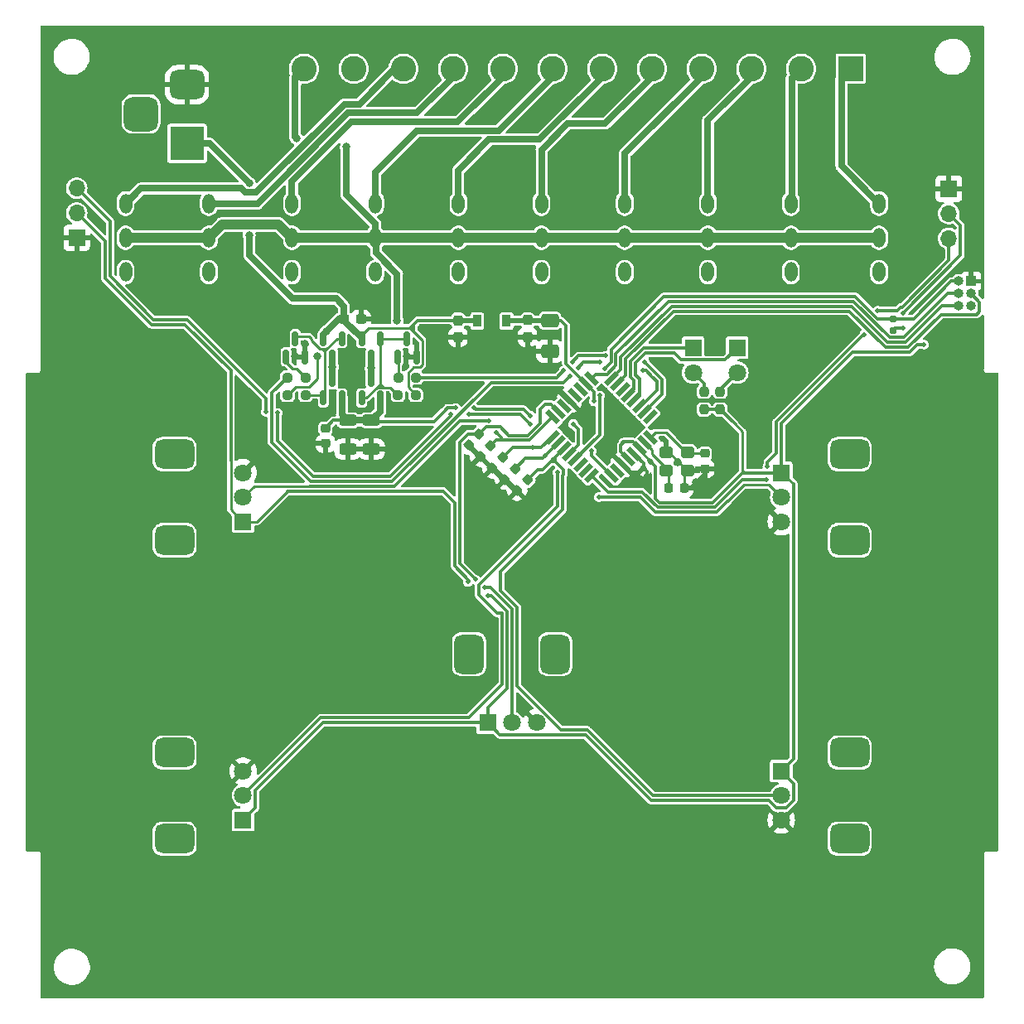
<source format=gbr>
%TF.GenerationSoftware,KiCad,Pcbnew,7.0.7*%
%TF.CreationDate,2023-10-03T09:28:03+02:00*%
%TF.ProjectId,pwmController,70776d43-6f6e-4747-926f-6c6c65722e6b,rev?*%
%TF.SameCoordinates,Original*%
%TF.FileFunction,Copper,L1,Top*%
%TF.FilePolarity,Positive*%
%FSLAX46Y46*%
G04 Gerber Fmt 4.6, Leading zero omitted, Abs format (unit mm)*
G04 Created by KiCad (PCBNEW 7.0.7) date 2023-10-03 09:28:03*
%MOMM*%
%LPD*%
G01*
G04 APERTURE LIST*
G04 Aperture macros list*
%AMRoundRect*
0 Rectangle with rounded corners*
0 $1 Rounding radius*
0 $2 $3 $4 $5 $6 $7 $8 $9 X,Y pos of 4 corners*
0 Add a 4 corners polygon primitive as box body*
4,1,4,$2,$3,$4,$5,$6,$7,$8,$9,$2,$3,0*
0 Add four circle primitives for the rounded corners*
1,1,$1+$1,$2,$3*
1,1,$1+$1,$4,$5*
1,1,$1+$1,$6,$7*
1,1,$1+$1,$8,$9*
0 Add four rect primitives between the rounded corners*
20,1,$1+$1,$2,$3,$4,$5,0*
20,1,$1+$1,$4,$5,$6,$7,0*
20,1,$1+$1,$6,$7,$8,$9,0*
20,1,$1+$1,$8,$9,$2,$3,0*%
%AMRotRect*
0 Rectangle, with rotation*
0 The origin of the aperture is its center*
0 $1 length*
0 $2 width*
0 $3 Rotation angle, in degrees counterclockwise*
0 Add horizontal line*
21,1,$1,$2,0,0,$3*%
%AMFreePoly0*
4,1,9,3.862500,-0.866500,0.737500,-0.866500,0.737500,-0.450000,-0.737500,-0.450000,-0.737500,0.450000,0.737500,0.450000,0.737500,0.866500,3.862500,0.866500,3.862500,-0.866500,3.862500,-0.866500,$1*%
G04 Aperture macros list end*
%TA.AperFunction,SMDPad,CuDef*%
%ADD10RoundRect,0.300000X-0.400000X-0.300000X0.400000X-0.300000X0.400000X0.300000X-0.400000X0.300000X0*%
%TD*%
%TA.AperFunction,SMDPad,CuDef*%
%ADD11RoundRect,0.225000X-0.017678X0.335876X-0.335876X0.017678X0.017678X-0.335876X0.335876X-0.017678X0*%
%TD*%
%TA.AperFunction,ComponentPad*%
%ADD12R,1.800000X1.800000*%
%TD*%
%TA.AperFunction,ComponentPad*%
%ADD13C,1.800000*%
%TD*%
%TA.AperFunction,ComponentPad*%
%ADD14RoundRect,0.750000X1.250000X0.750000X-1.250000X0.750000X-1.250000X-0.750000X1.250000X-0.750000X0*%
%TD*%
%TA.AperFunction,ComponentPad*%
%ADD15O,1.300000X2.000000*%
%TD*%
%TA.AperFunction,SMDPad,CuDef*%
%ADD16RoundRect,0.225000X-0.250000X0.225000X-0.250000X-0.225000X0.250000X-0.225000X0.250000X0.225000X0*%
%TD*%
%TA.AperFunction,SMDPad,CuDef*%
%ADD17RotRect,1.600000X0.550000X135.000000*%
%TD*%
%TA.AperFunction,SMDPad,CuDef*%
%ADD18RotRect,1.600000X0.550000X225.000000*%
%TD*%
%TA.AperFunction,SMDPad,CuDef*%
%ADD19RoundRect,0.225000X0.017678X-0.335876X0.335876X-0.017678X-0.017678X0.335876X-0.335876X0.017678X0*%
%TD*%
%TA.AperFunction,ComponentPad*%
%ADD20R,2.600000X2.600000*%
%TD*%
%TA.AperFunction,ComponentPad*%
%ADD21C,2.600000*%
%TD*%
%TA.AperFunction,ComponentPad*%
%ADD22RoundRect,0.750000X0.750000X-1.250000X0.750000X1.250000X-0.750000X1.250000X-0.750000X-1.250000X0*%
%TD*%
%TA.AperFunction,SMDPad,CuDef*%
%ADD23RoundRect,0.237500X0.237500X-0.250000X0.237500X0.250000X-0.237500X0.250000X-0.237500X-0.250000X0*%
%TD*%
%TA.AperFunction,SMDPad,CuDef*%
%ADD24RoundRect,0.237500X-0.250000X-0.237500X0.250000X-0.237500X0.250000X0.237500X-0.250000X0.237500X0*%
%TD*%
%TA.AperFunction,SMDPad,CuDef*%
%ADD25R,0.900000X1.300000*%
%TD*%
%TA.AperFunction,SMDPad,CuDef*%
%ADD26FreePoly0,270.000000*%
%TD*%
%TA.AperFunction,SMDPad,CuDef*%
%ADD27RoundRect,0.237500X0.250000X0.237500X-0.250000X0.237500X-0.250000X-0.237500X0.250000X-0.237500X0*%
%TD*%
%TA.AperFunction,SMDPad,CuDef*%
%ADD28RoundRect,0.237500X-0.237500X0.300000X-0.237500X-0.300000X0.237500X-0.300000X0.237500X0.300000X0*%
%TD*%
%TA.AperFunction,SMDPad,CuDef*%
%ADD29RoundRect,0.150000X0.150000X-0.587500X0.150000X0.587500X-0.150000X0.587500X-0.150000X-0.587500X0*%
%TD*%
%TA.AperFunction,ComponentPad*%
%ADD30RoundRect,0.750000X-1.250000X-0.750000X1.250000X-0.750000X1.250000X0.750000X-1.250000X0.750000X0*%
%TD*%
%TA.AperFunction,SMDPad,CuDef*%
%ADD31RoundRect,0.225000X0.225000X0.250000X-0.225000X0.250000X-0.225000X-0.250000X0.225000X-0.250000X0*%
%TD*%
%TA.AperFunction,ComponentPad*%
%ADD32R,1.700000X1.700000*%
%TD*%
%TA.AperFunction,ComponentPad*%
%ADD33O,1.700000X1.700000*%
%TD*%
%TA.AperFunction,SMDPad,CuDef*%
%ADD34RoundRect,0.140000X-0.021213X0.219203X-0.219203X0.021213X0.021213X-0.219203X0.219203X-0.021213X0*%
%TD*%
%TA.AperFunction,SMDPad,CuDef*%
%ADD35RoundRect,0.160000X0.160000X-0.197500X0.160000X0.197500X-0.160000X0.197500X-0.160000X-0.197500X0*%
%TD*%
%TA.AperFunction,ComponentPad*%
%ADD36R,3.500000X3.500000*%
%TD*%
%TA.AperFunction,ComponentPad*%
%ADD37RoundRect,0.750000X-1.000000X0.750000X-1.000000X-0.750000X1.000000X-0.750000X1.000000X0.750000X0*%
%TD*%
%TA.AperFunction,ComponentPad*%
%ADD38RoundRect,0.875000X-0.875000X0.875000X-0.875000X-0.875000X0.875000X-0.875000X0.875000X0.875000X0*%
%TD*%
%TA.AperFunction,SMDPad,CuDef*%
%ADD39RoundRect,0.250000X-0.625000X0.312500X-0.625000X-0.312500X0.625000X-0.312500X0.625000X0.312500X0*%
%TD*%
%TA.AperFunction,SMDPad,CuDef*%
%ADD40RoundRect,0.250000X-0.650000X0.412500X-0.650000X-0.412500X0.650000X-0.412500X0.650000X0.412500X0*%
%TD*%
%TA.AperFunction,ComponentPad*%
%ADD41R,1.000000X1.000000*%
%TD*%
%TA.AperFunction,ComponentPad*%
%ADD42O,1.000000X1.000000*%
%TD*%
%TA.AperFunction,SMDPad,CuDef*%
%ADD43RoundRect,0.150000X-0.150000X0.587500X-0.150000X-0.587500X0.150000X-0.587500X0.150000X0.587500X0*%
%TD*%
%TA.AperFunction,SMDPad,CuDef*%
%ADD44RoundRect,0.237500X0.300000X0.237500X-0.300000X0.237500X-0.300000X-0.237500X0.300000X-0.237500X0*%
%TD*%
%TA.AperFunction,SMDPad,CuDef*%
%ADD45RoundRect,0.225000X0.250000X-0.225000X0.250000X0.225000X-0.250000X0.225000X-0.250000X-0.225000X0*%
%TD*%
%TA.AperFunction,ViaPad*%
%ADD46C,0.500000*%
%TD*%
%TA.AperFunction,ViaPad*%
%ADD47C,0.800000*%
%TD*%
%TA.AperFunction,Conductor*%
%ADD48C,0.250000*%
%TD*%
%TA.AperFunction,Conductor*%
%ADD49C,0.300000*%
%TD*%
%TA.AperFunction,Conductor*%
%ADD50C,0.500000*%
%TD*%
%TA.AperFunction,Conductor*%
%ADD51C,0.700000*%
%TD*%
%TA.AperFunction,Conductor*%
%ADD52C,1.000000*%
%TD*%
G04 APERTURE END LIST*
D10*
%TO.P,Y201,1,1*%
%TO.N,/atmega/X1*%
X154219268Y-78824324D03*
%TO.P,Y201,2,GND*%
%TO.N,GND*%
X156419268Y-78824324D03*
%TO.P,Y201,3,3*%
%TO.N,/atmega/X2*%
X156419268Y-76924324D03*
%TO.P,Y201,4,GND*%
%TO.N,GND*%
X154219268Y-76924324D03*
%TD*%
D11*
%TO.P,C3,1*%
%TO.N,/maxSpeed*%
X137548008Y-77451992D03*
%TO.P,C3,2*%
%TO.N,GND*%
X136451992Y-78548008D03*
%TD*%
D12*
%TO.P,RV4,1,1*%
%TO.N,+5V*%
X111000000Y-114500000D03*
D13*
%TO.P,RV4,2,2*%
%TO.N,/accel*%
X111000000Y-112000000D03*
%TO.P,RV4,3,3*%
%TO.N,GND*%
X111000000Y-109500000D03*
D14*
%TO.P,RV4,MP*%
%TO.N,N/C*%
X104000000Y-116400000D03*
X104000000Y-107600000D03*
%TD*%
D15*
%TO.P,SW1,1,A*%
%TO.N,/track1*%
X176000000Y-51500000D03*
%TO.P,SW1,2,B*%
%TO.N,/trackFront*%
X176000000Y-55000000D03*
%TO.P,SW1,3,C*%
%TO.N,unconnected-(SW1-C-Pad3)*%
X176000000Y-58500000D03*
%TD*%
D16*
%TO.P,C6,1*%
%TO.N,/H-bridge/CurrentSense*%
X119420000Y-74471500D03*
%TO.P,C6,2*%
%TO.N,GND*%
X119420000Y-76021500D03*
%TD*%
D17*
%TO.P,U202,1,PD3*%
%TO.N,/S2*%
X148671573Y-79328427D03*
%TO.P,U202,2,PD4*%
%TO.N,/atmega/D4*%
X149237258Y-78762741D03*
%TO.P,U202,3,GND*%
%TO.N,GND*%
X149802944Y-78197056D03*
%TO.P,U202,4,VCC*%
%TO.N,+5V*%
X150368629Y-77631371D03*
%TO.P,U202,5,GND*%
%TO.N,GND*%
X150934315Y-77065685D03*
%TO.P,U202,6,VCC*%
%TO.N,+5V*%
X151500000Y-76500000D03*
%TO.P,U202,7,XTAL1/PB6*%
%TO.N,/atmega/X1*%
X152065685Y-75934314D03*
%TO.P,U202,8,XTAL2/PB7*%
%TO.N,/atmega/X2*%
X152631371Y-75368629D03*
D18*
%TO.P,U202,9,PD5*%
%TO.N,/atmega/D5*%
X152631371Y-73318019D03*
%TO.P,U202,10,PD6*%
%TO.N,/H-bridge/IN_A*%
X152065685Y-72752334D03*
%TO.P,U202,11,PD7*%
%TO.N,/H-bridge/IN_B*%
X151500000Y-72186648D03*
%TO.P,U202,12,PB0*%
%TO.N,/atmega/LED1*%
X150934315Y-71620963D03*
%TO.P,U202,13,PB1*%
%TO.N,/atmega/LED*%
X150368629Y-71055277D03*
%TO.P,U202,14,PB2*%
%TO.N,/atmega/D10*%
X149802944Y-70489592D03*
%TO.P,U202,15,PB3*%
%TO.N,/atmega/MOSI*%
X149237258Y-69923907D03*
%TO.P,U202,16,PB4*%
%TO.N,/atmega/MISO*%
X148671573Y-69358221D03*
D17*
%TO.P,U202,17,PB5*%
%TO.N,/atmega/SCK*%
X146620963Y-69358221D03*
%TO.P,U202,18,AVCC*%
%TO.N,+5V*%
X146055278Y-69923907D03*
%TO.P,U202,19,ADC6*%
%TO.N,/atmega/A6*%
X145489592Y-70489592D03*
%TO.P,U202,20,AREF*%
%TO.N,unconnected-(U202-AREF-Pad20)*%
X144923907Y-71055277D03*
%TO.P,U202,21,GND*%
%TO.N,GND*%
X144358221Y-71620963D03*
%TO.P,U202,22,ADC7*%
%TO.N,/atmega/A7*%
X143792536Y-72186648D03*
%TO.P,U202,23,PC0*%
%TO.N,/pot1*%
X143226851Y-72752334D03*
%TO.P,U202,24,PC1*%
%TO.N,/minSpeed*%
X142661165Y-73318019D03*
D18*
%TO.P,U202,25,PC2*%
%TO.N,/maxSpeed*%
X142661165Y-75368629D03*
%TO.P,U202,26,PC3*%
%TO.N,/accel*%
X143226851Y-75934314D03*
%TO.P,U202,27,PC4*%
%TO.N,/pot5*%
X143792536Y-76500000D03*
%TO.P,U202,28,PC5*%
%TO.N,/H-bridge/CurrentSense*%
X144358221Y-77065685D03*
%TO.P,U202,29,~{RESET}/PC6*%
%TO.N,/atmega/reset*%
X144923907Y-77631371D03*
%TO.P,U202,30,PD0*%
%TO.N,/atmega/D0*%
X145489592Y-78197056D03*
%TO.P,U202,31,PD1*%
%TO.N,/atmega/D1*%
X146055278Y-78762741D03*
%TO.P,U202,32,PD2*%
%TO.N,/S1*%
X146620963Y-79328427D03*
%TD*%
D19*
%TO.P,C1,1*%
%TO.N,GND*%
X134038992Y-76135008D03*
%TO.P,C1,2*%
%TO.N,/pot1*%
X135135008Y-75038992D03*
%TD*%
D20*
%TO.P,J104,1,Pin_1*%
%TO.N,/track1*%
X173101000Y-37719000D03*
D21*
%TO.P,J104,2,Pin_2*%
%TO.N,/track2*%
X168021000Y-37719000D03*
%TO.P,J104,3,Pin_3*%
%TO.N,/track3*%
X162941000Y-37719000D03*
%TO.P,J104,4,Pin_4*%
%TO.N,/track4*%
X157861000Y-37719000D03*
%TO.P,J104,5,Pin_5*%
%TO.N,/track5*%
X152781000Y-37719000D03*
%TO.P,J104,6,Pin_6*%
%TO.N,/track6*%
X147701000Y-37719000D03*
%TO.P,J104,7,Pin_7*%
%TO.N,/track7*%
X142621000Y-37719000D03*
%TO.P,J104,8,Pin_8*%
%TO.N,/track8*%
X137541000Y-37719000D03*
%TO.P,J104,9,Pin_9*%
%TO.N,/track9*%
X132461000Y-37719000D03*
%TO.P,J104,10,Pin_10*%
%TO.N,/track10*%
X127381000Y-37719000D03*
%TO.P,J104,11,Pin_11*%
%TO.N,/trackFront*%
X122301000Y-37719000D03*
%TO.P,J104,12,Pin_12*%
%TO.N,/trackRear*%
X117221000Y-37719000D03*
%TD*%
D12*
%TO.P,RV1,1,1*%
%TO.N,+5V*%
X136000000Y-104550000D03*
D13*
%TO.P,RV1,2,2*%
%TO.N,/pot1*%
X138500000Y-104550000D03*
%TO.P,RV1,3,3*%
%TO.N,GND*%
X141000000Y-104550000D03*
D22*
%TO.P,RV1,MP*%
%TO.N,N/C*%
X134100000Y-97550000D03*
X142900000Y-97550000D03*
%TD*%
D23*
%TO.P,R203,1*%
%TO.N,+5V*%
X159766000Y-72540500D03*
%TO.P,R203,2*%
%TO.N,Net-(D202-A)*%
X159766000Y-70715500D03*
%TD*%
D15*
%TO.P,SW5,1,A*%
%TO.N,/track5*%
X141500000Y-51500000D03*
%TO.P,SW5,2,B*%
%TO.N,/trackFront*%
X141500000Y-55000000D03*
%TO.P,SW5,3,C*%
%TO.N,unconnected-(SW5-C-Pad3)*%
X141500000Y-58500000D03*
%TD*%
D24*
%TO.P,R503,1*%
%TO.N,VCC*%
X115546500Y-71056500D03*
%TO.P,R503,2*%
%TO.N,Net-(Q504-G)*%
X117371500Y-71056500D03*
%TD*%
D25*
%TO.P,U301,1,OUT*%
%TO.N,+5V*%
X137922000Y-63500000D03*
D26*
%TO.P,U301,2,GND*%
%TO.N,GND*%
X136422000Y-63587500D03*
D25*
%TO.P,U301,3,IN*%
%TO.N,VCC*%
X134922000Y-63500000D03*
%TD*%
D27*
%TO.P,R501,1*%
%TO.N,/H-bridge/IN_A*%
X128674500Y-69278500D03*
%TO.P,R501,2*%
%TO.N,Net-(Q501-B)*%
X126849500Y-69278500D03*
%TD*%
D28*
%TO.P,C302,1*%
%TO.N,+5V*%
X140081000Y-63399500D03*
%TO.P,C302,2*%
%TO.N,GND*%
X140081000Y-65124500D03*
%TD*%
D11*
%TO.P,C5,1*%
%TO.N,/pot5*%
X140088008Y-79737992D03*
%TO.P,C5,2*%
%TO.N,GND*%
X138991992Y-80834008D03*
%TD*%
D12*
%TO.P,RV2,1,1*%
%TO.N,+5V*%
X111000000Y-84000000D03*
D13*
%TO.P,RV2,2,2*%
%TO.N,/minSpeed*%
X111000000Y-81500000D03*
%TO.P,RV2,3,3*%
%TO.N,GND*%
X111000000Y-79000000D03*
D14*
%TO.P,RV2,MP*%
%TO.N,N/C*%
X104000000Y-85900000D03*
X104000000Y-77100000D03*
%TD*%
D15*
%TO.P,SW9,1,A*%
%TO.N,/track9*%
X107500000Y-51500000D03*
%TO.P,SW9,2,B*%
%TO.N,/trackFront*%
X107500000Y-55000000D03*
%TO.P,SW9,3,C*%
%TO.N,unconnected-(SW9-C-Pad3)*%
X107500000Y-58500000D03*
%TD*%
D29*
%TO.P,Q505,1,G*%
%TO.N,Net-(Q504-G)*%
X119192000Y-71354000D03*
%TO.P,Q505,2,S*%
%TO.N,/H-bridge/CurrentSense*%
X121092000Y-71354000D03*
%TO.P,Q505,3,D*%
%TO.N,/trackRear*%
X120142000Y-69479000D03*
%TD*%
D12*
%TO.P,D201,1,K*%
%TO.N,/atmega/LED*%
X157000000Y-66225000D03*
D13*
%TO.P,D201,2,A*%
%TO.N,Net-(D201-A)*%
X157000000Y-68765000D03*
%TD*%
D29*
%TO.P,Q506,1,B*%
%TO.N,Net-(Q506-B)*%
X115382000Y-67168000D03*
%TO.P,Q506,2,E*%
%TO.N,GND*%
X117282000Y-67168000D03*
%TO.P,Q506,3,C*%
%TO.N,Net-(Q504-G)*%
X116332000Y-65293000D03*
%TD*%
D12*
%TO.P,RV5,1,1*%
%TO.N,+5V*%
X166000000Y-109500000D03*
D13*
%TO.P,RV5,2,2*%
%TO.N,/pot5*%
X166000000Y-112000000D03*
%TO.P,RV5,3,3*%
%TO.N,GND*%
X166000000Y-114500000D03*
D30*
%TO.P,RV5,MP*%
%TO.N,N/C*%
X173000000Y-107600000D03*
X173000000Y-116400000D03*
%TD*%
D31*
%TO.P,C201,1*%
%TO.N,GND*%
X156051268Y-80575324D03*
%TO.P,C201,2*%
%TO.N,/atmega/X1*%
X154501268Y-80575324D03*
%TD*%
D32*
%TO.P,J103,1,Pin_1*%
%TO.N,GND*%
X94000000Y-55000000D03*
D33*
%TO.P,J103,2,Pin_2*%
%TO.N,+5V*%
X94000000Y-52460000D03*
%TO.P,J103,3,Pin_3*%
%TO.N,/S2*%
X94000000Y-49920000D03*
%TD*%
D29*
%TO.P,Q501,1,B*%
%TO.N,Net-(Q501-B)*%
X126812000Y-67168000D03*
%TO.P,Q501,2,E*%
%TO.N,GND*%
X128712000Y-67168000D03*
%TO.P,Q501,3,C*%
%TO.N,Net-(Q501-C)*%
X127762000Y-65293000D03*
%TD*%
D15*
%TO.P,SW8,1,A*%
%TO.N,/track8*%
X116000000Y-51500000D03*
%TO.P,SW8,2,B*%
%TO.N,/trackFront*%
X116000000Y-55000000D03*
%TO.P,SW8,3,C*%
%TO.N,unconnected-(SW8-C-Pad3)*%
X116000000Y-58500000D03*
%TD*%
D34*
%TO.P,C202,1*%
%TO.N,+5V*%
X152609268Y-77813324D03*
%TO.P,C202,2*%
%TO.N,GND*%
X151930446Y-78492146D03*
%TD*%
D15*
%TO.P,SW7,1,A*%
%TO.N,/track7*%
X124500000Y-51500000D03*
%TO.P,SW7,2,B*%
%TO.N,/trackFront*%
X124500000Y-55000000D03*
%TO.P,SW7,3,C*%
%TO.N,unconnected-(SW7-C-Pad3)*%
X124500000Y-58500000D03*
%TD*%
D27*
%TO.P,R502,1*%
%TO.N,VCC*%
X128651000Y-71056500D03*
%TO.P,R502,2*%
%TO.N,Net-(Q501-C)*%
X126826000Y-71056500D03*
%TD*%
D35*
%TO.P,R202,1*%
%TO.N,+5V*%
X177419000Y-64478500D03*
%TO.P,R202,2*%
%TO.N,/atmega/reset*%
X177419000Y-63283500D03*
%TD*%
D12*
%TO.P,RV3,1,1*%
%TO.N,+5V*%
X166000000Y-79000000D03*
D13*
%TO.P,RV3,2,2*%
%TO.N,/maxSpeed*%
X166000000Y-81500000D03*
%TO.P,RV3,3,3*%
%TO.N,GND*%
X166000000Y-84000000D03*
D30*
%TO.P,RV3,MP*%
%TO.N,N/C*%
X173000000Y-77100000D03*
X173000000Y-85900000D03*
%TD*%
D15*
%TO.P,SW4,1,A*%
%TO.N,/track4*%
X150000000Y-51500000D03*
%TO.P,SW4,2,B*%
%TO.N,/trackFront*%
X150000000Y-55000000D03*
%TO.P,SW4,3,C*%
%TO.N,unconnected-(SW4-C-Pad3)*%
X150000000Y-58500000D03*
%TD*%
%TO.P,SW10,1,A*%
%TO.N,/track10*%
X99000000Y-51500000D03*
%TO.P,SW10,2,B*%
%TO.N,/trackFront*%
X99000000Y-55000000D03*
%TO.P,SW10,3,C*%
%TO.N,unconnected-(SW10-C-Pad3)*%
X99000000Y-58500000D03*
%TD*%
D32*
%TO.P,J102,1,Pin_1*%
%TO.N,GND*%
X183125000Y-49975000D03*
D33*
%TO.P,J102,2,Pin_2*%
%TO.N,+5V*%
X183125000Y-52515000D03*
%TO.P,J102,3,Pin_3*%
%TO.N,/S1*%
X183125000Y-55055000D03*
%TD*%
D15*
%TO.P,SW6,1,A*%
%TO.N,/track6*%
X133000000Y-51500000D03*
%TO.P,SW6,2,B*%
%TO.N,/trackFront*%
X133000000Y-55000000D03*
%TO.P,SW6,3,C*%
%TO.N,unconnected-(SW6-C-Pad3)*%
X133000000Y-58500000D03*
%TD*%
D36*
%TO.P,J101,1*%
%TO.N,VCC*%
X105283000Y-45339000D03*
D37*
%TO.P,J101,2*%
%TO.N,GND*%
X105283000Y-39339000D03*
D38*
%TO.P,J101,3*%
%TO.N,N/C*%
X100583000Y-42339000D03*
%TD*%
D39*
%TO.P,R101,1*%
%TO.N,/H-bridge/CurrentSense*%
X121706000Y-73657000D03*
%TO.P,R101,2*%
%TO.N,GND*%
X121706000Y-76582000D03*
%TD*%
D40*
%TO.P,C303,1*%
%TO.N,+5V*%
X142367000Y-63461500D03*
%TO.P,C303,2*%
%TO.N,GND*%
X142367000Y-66586500D03*
%TD*%
D39*
%TO.P,R102,1*%
%TO.N,/H-bridge/CurrentSense*%
X124119000Y-73657000D03*
%TO.P,R102,2*%
%TO.N,GND*%
X124119000Y-76582000D03*
%TD*%
D41*
%TO.P,U201,1*%
%TO.N,GND*%
X185420000Y-59436000D03*
D42*
%TO.P,U201,2*%
%TO.N,/atmega/reset*%
X184150000Y-59436000D03*
%TO.P,U201,3*%
%TO.N,/atmega/MOSI*%
X185420000Y-60706000D03*
%TO.P,U201,4*%
%TO.N,/atmega/SCK*%
X184150000Y-60706000D03*
%TO.P,U201,5*%
%TO.N,+5V*%
X185420000Y-61976000D03*
%TO.P,U201,6*%
%TO.N,/atmega/MISO*%
X184150000Y-61976000D03*
%TD*%
D27*
%TO.P,R504,1*%
%TO.N,Net-(Q506-B)*%
X117371500Y-69278500D03*
%TO.P,R504,2*%
%TO.N,/H-bridge/IN_B*%
X115546500Y-69278500D03*
%TD*%
D23*
%TO.P,R201,1*%
%TO.N,+5V*%
X158115000Y-72540500D03*
%TO.P,R201,2*%
%TO.N,Net-(D201-A)*%
X158115000Y-70715500D03*
%TD*%
D15*
%TO.P,SW2,1,A*%
%TO.N,/track2*%
X167000000Y-51500000D03*
%TO.P,SW2,2,B*%
%TO.N,/trackFront*%
X167000000Y-55000000D03*
%TO.P,SW2,3,C*%
%TO.N,unconnected-(SW2-C-Pad3)*%
X167000000Y-58500000D03*
%TD*%
%TO.P,SW3,1,A*%
%TO.N,/track3*%
X158500000Y-51500000D03*
%TO.P,SW3,2,B*%
%TO.N,/trackFront*%
X158500000Y-55000000D03*
%TO.P,SW3,3,C*%
%TO.N,unconnected-(SW3-C-Pad3)*%
X158500000Y-58500000D03*
%TD*%
D28*
%TO.P,C301,1*%
%TO.N,VCC*%
X132969000Y-63426000D03*
%TO.P,C301,2*%
%TO.N,GND*%
X132969000Y-65151000D03*
%TD*%
D43*
%TO.P,Q504,1,G*%
%TO.N,Net-(Q504-G)*%
X121092000Y-65293000D03*
%TO.P,Q504,2,S*%
%TO.N,VCC*%
X119192000Y-65293000D03*
%TO.P,Q504,3,D*%
%TO.N,/trackRear*%
X120142000Y-67168000D03*
%TD*%
%TO.P,Q502,1,G*%
%TO.N,Net-(Q501-C)*%
X125029000Y-65293000D03*
%TO.P,Q502,2,S*%
%TO.N,VCC*%
X123129000Y-65293000D03*
%TO.P,Q502,3,D*%
%TO.N,/trackFront*%
X124079000Y-67168000D03*
%TD*%
D11*
%TO.P,C4,1*%
%TO.N,/accel*%
X138818008Y-78594992D03*
%TO.P,C4,2*%
%TO.N,GND*%
X137721992Y-79691008D03*
%TD*%
D44*
%TO.P,C501,1*%
%TO.N,GND*%
X123036500Y-63309500D03*
%TO.P,C501,2*%
%TO.N,VCC*%
X121311500Y-63309500D03*
%TD*%
D11*
%TO.P,C2,1*%
%TO.N,/minSpeed*%
X136318016Y-76268984D03*
%TO.P,C2,2*%
%TO.N,GND*%
X135222000Y-77365000D03*
%TD*%
D12*
%TO.P,D202,1,K*%
%TO.N,/atmega/LED1*%
X161500000Y-66225000D03*
D13*
%TO.P,D202,2,A*%
%TO.N,Net-(D202-A)*%
X161500000Y-68765000D03*
%TD*%
D45*
%TO.P,C203,1*%
%TO.N,GND*%
X158197268Y-78588324D03*
%TO.P,C203,2*%
%TO.N,/atmega/X2*%
X158197268Y-77038324D03*
%TD*%
D29*
%TO.P,Q503,1,G*%
%TO.N,Net-(Q501-C)*%
X123129000Y-71359000D03*
%TO.P,Q503,2,S*%
%TO.N,/H-bridge/CurrentSense*%
X125029000Y-71359000D03*
%TO.P,Q503,3,D*%
%TO.N,/trackFront*%
X124079000Y-69484000D03*
%TD*%
D46*
%TO.N,GND*%
X162179000Y-57531000D03*
X124079000Y-78359000D03*
D47*
X116332000Y-67119500D03*
X117348000Y-65849500D03*
D46*
X135255000Y-80518000D03*
D47*
X157308268Y-79972324D03*
D46*
X142367000Y-68326000D03*
X137541000Y-82169000D03*
X145034000Y-51435000D03*
D47*
X124460000Y-63309500D03*
X132842000Y-66548000D03*
D46*
X107442000Y-90043000D03*
X131699000Y-126111000D03*
X125730000Y-76835000D03*
D47*
X122936000Y-69532500D03*
D46*
X150749000Y-74041000D03*
X173863000Y-99568000D03*
X116205000Y-103378000D03*
X152400000Y-84074000D03*
X154813000Y-95123000D03*
X127000000Y-40767000D03*
X136525000Y-68326000D03*
X153924000Y-67945000D03*
X100457000Y-36830000D03*
X184912000Y-106172000D03*
X119380000Y-78232000D03*
X131445000Y-64897000D03*
X112776000Y-60452000D03*
X178943000Y-50800000D03*
X161417000Y-71120000D03*
X132334000Y-40894000D03*
X124206000Y-75184000D03*
X154051000Y-73914000D03*
D47*
X152273000Y-79502000D03*
D46*
X103886000Y-126746000D03*
X101473000Y-59944000D03*
X148209000Y-76581000D03*
X160909000Y-78232000D03*
D47*
X134493000Y-66802000D03*
X138430000Y-65151000D03*
D46*
X162433000Y-92329000D03*
D47*
X121285000Y-69532500D03*
D46*
X118237000Y-58674000D03*
X144780000Y-80010000D03*
X144907000Y-84074000D03*
X106553000Y-99314000D03*
D47*
X121285000Y-67119500D03*
D46*
X137795000Y-51308000D03*
X133731000Y-70612000D03*
X147574000Y-41148000D03*
X157734000Y-41656000D03*
X118237000Y-126238000D03*
D47*
X142367000Y-65024000D03*
D46*
X90932000Y-86868000D03*
X171577000Y-64008000D03*
X131064000Y-77978000D03*
X117983000Y-77597000D03*
X129159000Y-106553000D03*
X94234000Y-114173000D03*
X133858000Y-78359000D03*
X161290000Y-72263000D03*
X181864000Y-122809000D03*
X144907000Y-58039000D03*
X143002000Y-70612000D03*
X113284000Y-69850000D03*
X153924000Y-57785000D03*
D47*
X127762000Y-67119500D03*
D46*
X159004000Y-64008000D03*
X128651000Y-65786000D03*
X141986000Y-41275000D03*
X154559000Y-51181000D03*
X171069000Y-50419000D03*
X120142000Y-77216000D03*
D47*
X140335000Y-66421000D03*
X134493000Y-65151000D03*
D46*
X141732000Y-80137000D03*
X145542000Y-65659000D03*
X145669000Y-72644000D03*
X162814000Y-42164000D03*
X122555000Y-53340000D03*
X136525000Y-81280000D03*
X119253000Y-40259000D03*
X104775000Y-62230000D03*
X163703000Y-82423000D03*
X113411000Y-99822000D03*
X115570000Y-73279000D03*
X140462000Y-81915000D03*
X106680000Y-67691000D03*
X155956000Y-106045000D03*
X122682000Y-60071000D03*
X93980000Y-45339000D03*
D47*
X155403268Y-77940324D03*
D46*
X153797000Y-117348000D03*
X149733000Y-82423000D03*
X158877000Y-80772000D03*
X170561000Y-57785000D03*
X101346000Y-65151000D03*
D47*
X122936000Y-66992500D03*
D46*
X156718000Y-110109000D03*
X154178000Y-75819000D03*
X94488000Y-62103000D03*
X129159000Y-59055000D03*
X136906000Y-71247000D03*
X146685000Y-80645000D03*
X121539000Y-78486000D03*
X154051000Y-65024000D03*
X118237000Y-72898000D03*
X152781000Y-41275000D03*
X113411000Y-42418000D03*
X128778000Y-96266000D03*
X180975000Y-69977000D03*
X120142000Y-71120000D03*
X150622000Y-80137000D03*
X148717000Y-72009000D03*
X162306000Y-50546000D03*
X108585000Y-64897000D03*
X137033000Y-41656000D03*
X143764000Y-108331000D03*
X156210000Y-70993000D03*
X160274000Y-83947000D03*
X145161000Y-82423000D03*
X164084000Y-101473000D03*
X178689000Y-57531000D03*
X118618000Y-109728000D03*
D47*
X138430000Y-66548000D03*
D46*
X155956000Y-73533000D03*
X137033000Y-110363000D03*
X92075000Y-98298000D03*
X137795000Y-58547000D03*
X172974000Y-92710000D03*
X112903000Y-88519000D03*
X149860000Y-125984000D03*
X128016000Y-51181000D03*
X185166000Y-87630000D03*
X117983000Y-51689000D03*
X149733000Y-63627000D03*
X121793000Y-75184000D03*
X127635000Y-92075000D03*
%TO.N,/minSpeed*%
X136144000Y-73695500D03*
X136906000Y-74894500D03*
%TO.N,/maxSpeed*%
X147362911Y-81491089D03*
X140589000Y-76454000D03*
%TO.N,/accel*%
X141902083Y-77259083D03*
X143149589Y-78973411D03*
%TO.N,+5V*%
X180594000Y-65913000D03*
X178435000Y-62684000D03*
X178435000Y-64262000D03*
X149860000Y-75946000D03*
X133985000Y-90170000D03*
X136017000Y-91567000D03*
X146847500Y-71679602D03*
%TO.N,/pot1*%
X135678911Y-90720911D03*
X134747000Y-89916000D03*
D47*
%TO.N,VCC*%
X118618000Y-67080000D03*
X111633000Y-54737000D03*
X111633000Y-49403000D03*
X119507000Y-64579500D03*
D46*
%TO.N,/S1*%
X164592000Y-78400500D03*
X164465000Y-79689500D03*
X174497358Y-64897642D03*
X175857640Y-62440961D03*
%TO.N,/S2*%
X140359128Y-74065128D03*
X132207000Y-73025000D03*
X134112000Y-73025000D03*
X146626550Y-76776550D03*
X114518500Y-72898000D03*
X113319500Y-72771000D03*
%TO.N,/H-bridge/CurrentSense*%
X144735085Y-74037262D03*
X132715000Y-72390000D03*
X140314411Y-73172589D03*
X134620000Y-72390000D03*
%TO.N,/atmega/reset*%
X147963544Y-68334544D03*
X147447000Y-71120000D03*
%TO.N,/H-bridge/IN_A*%
X143764000Y-68580000D03*
X152043070Y-67715070D03*
X148006500Y-67056000D03*
X144661597Y-67682403D03*
%TO.N,/H-bridge/IN_B*%
X145233097Y-68253903D03*
X151892000Y-68580000D03*
X144385274Y-69101726D03*
X147447000Y-67691000D03*
D47*
%TO.N,/trackFront*%
X121539000Y-45720000D03*
X126746000Y-63474000D03*
X124079000Y-68326000D03*
%TO.N,/trackRear*%
X120142000Y-68199000D03*
X116459000Y-44831000D03*
%TD*%
D48*
%TO.N,GND*%
X155403268Y-77940324D02*
X155535268Y-77940324D01*
D49*
X150599888Y-78994000D02*
X151428592Y-78994000D01*
X149802944Y-78197056D02*
X150599888Y-78994000D01*
X152273000Y-78834700D02*
X151930446Y-78492146D01*
X151930446Y-78061816D02*
X151930446Y-78492146D01*
D48*
X154219268Y-76924324D02*
X154519268Y-76924324D01*
D49*
X156705268Y-80575324D02*
X157308268Y-79972324D01*
X152273000Y-79502000D02*
X152273000Y-78834700D01*
X156051268Y-80575324D02*
X156705268Y-80575324D01*
D48*
X155403268Y-77808324D02*
X155403268Y-77940324D01*
D49*
X151428592Y-78994000D02*
X151930446Y-78492146D01*
X158197268Y-78588324D02*
X158197268Y-79083324D01*
D48*
X156051268Y-79192324D02*
X156419268Y-78824324D01*
D49*
X150934315Y-77065685D02*
X151930446Y-78061816D01*
D48*
X155535268Y-77940324D02*
X156419268Y-78824324D01*
X158197268Y-78588324D02*
X156655268Y-78588324D01*
D49*
X158197268Y-79083324D02*
X157308268Y-79972324D01*
D48*
X154519268Y-76924324D02*
X155403268Y-77808324D01*
X156051268Y-80575324D02*
X156051268Y-79192324D01*
X156655268Y-78588324D02*
X156419268Y-78824324D01*
D49*
%TO.N,/minSpeed*%
X133187500Y-73695500D02*
X126492000Y-80391000D01*
X126492000Y-80391000D02*
X117856000Y-80391000D01*
X142661165Y-73318019D02*
X140287184Y-75692000D01*
X137414000Y-75402500D02*
X136906000Y-74894500D01*
D48*
X111000000Y-81500000D02*
X112109000Y-80391000D01*
D49*
X140287184Y-75692000D02*
X137414000Y-75692000D01*
X137414000Y-75692000D02*
X137414000Y-75402500D01*
X137414000Y-75692000D02*
X136895000Y-75692000D01*
X136895000Y-75692000D02*
X136318016Y-76268984D01*
X136144000Y-73695500D02*
X133187500Y-73695500D01*
D48*
X112109000Y-80391000D02*
X117856000Y-80391000D01*
D49*
%TO.N,/maxSpeed*%
X151595089Y-81491089D02*
X153162000Y-83058000D01*
X141478000Y-76454000D02*
X138546000Y-76454000D01*
X153162000Y-83058000D02*
X159385000Y-83058000D01*
D48*
X164764000Y-80264000D02*
X162179000Y-80264000D01*
X166000000Y-81500000D02*
X164764000Y-80264000D01*
D49*
X142661165Y-75368629D02*
X142563371Y-75368629D01*
X142563371Y-75368629D02*
X141478000Y-76454000D01*
D48*
X162179000Y-80264000D02*
X160528000Y-81915000D01*
D49*
X147362911Y-81491089D02*
X151595089Y-81491089D01*
X138546000Y-76454000D02*
X137548008Y-77451992D01*
X159385000Y-83058000D02*
X160528000Y-81915000D01*
%TO.N,/accel*%
X138829008Y-78594992D02*
X138818008Y-78594992D01*
X137500000Y-93376106D02*
X136977577Y-93376106D01*
X135078911Y-90473089D02*
X143129000Y-82423000D01*
X143129000Y-78994000D02*
X143149589Y-78973411D01*
X111000000Y-112000000D02*
X118949999Y-104050000D01*
X141604173Y-77556992D02*
X139867008Y-77556992D01*
X136977577Y-93376106D02*
X135078911Y-91477440D01*
X118949999Y-104050000D02*
X134075000Y-104050000D01*
X143129000Y-82423000D02*
X143129000Y-78994000D01*
X139867008Y-77556992D02*
X138829008Y-78594992D01*
X137500000Y-100625000D02*
X137500000Y-93376106D01*
X135078911Y-91477440D02*
X135078911Y-90473089D01*
X143226851Y-75934314D02*
X141604173Y-77556992D01*
X134075000Y-104050000D02*
X137500000Y-100625000D01*
D48*
%TO.N,+5V*%
X161225500Y-74000000D02*
X162028788Y-74803288D01*
D49*
X166000000Y-109500000D02*
X167250000Y-108250000D01*
X105075894Y-63873000D02*
X101646894Y-63873000D01*
X142367000Y-63461500D02*
X143461500Y-63461500D01*
D48*
X166113000Y-79000000D02*
X167250000Y-80137000D01*
D49*
X159766000Y-72540500D02*
X161225500Y-74000000D01*
X167250000Y-108250000D02*
X167250000Y-80137000D01*
X132628116Y-82082116D02*
X132628116Y-88559116D01*
X112250000Y-111457106D02*
X119157106Y-104550000D01*
X109750000Y-77750000D02*
X109750000Y-76500000D01*
X143461500Y-63461500D02*
X144000000Y-64000000D01*
X153162000Y-81643788D02*
X153568212Y-82050000D01*
X162306000Y-79000000D02*
X166000000Y-79000000D01*
X166000000Y-74000000D02*
X173314000Y-66686000D01*
D48*
X151500000Y-76500000D02*
X151500000Y-76704056D01*
D49*
X101646894Y-63873000D02*
X96901000Y-59127106D01*
X177635500Y-64262000D02*
X177419000Y-64478500D01*
X112250000Y-113250000D02*
X112250000Y-111457106D01*
X166000000Y-79000000D02*
X166000000Y-74000000D01*
D50*
X137960500Y-63461500D02*
X137922000Y-63500000D01*
D48*
X162028788Y-74803288D02*
X162028788Y-78740000D01*
D49*
X152609268Y-77813324D02*
X153162000Y-78366056D01*
D48*
X109750000Y-82750000D02*
X109750000Y-76500000D01*
D49*
X165482233Y-113250000D02*
X164732233Y-112500000D01*
X146847500Y-70716129D02*
X146055278Y-69923907D01*
X152686894Y-112500000D02*
X145986894Y-105800000D01*
D48*
X112391000Y-84000000D02*
X115500000Y-80891000D01*
D49*
X109750000Y-76500000D02*
X109750000Y-68547106D01*
X146847500Y-71679602D02*
X146847500Y-70716129D01*
D48*
X151500000Y-76704056D02*
X152609268Y-77813324D01*
D49*
X151500000Y-76500000D02*
X150819000Y-75819000D01*
X145986894Y-105800000D02*
X137250000Y-105800000D01*
X96901000Y-59127106D02*
X96901000Y-55361000D01*
X131437000Y-80891000D02*
X132628116Y-82082116D01*
X162028788Y-79000000D02*
X162306000Y-79000000D01*
X119157106Y-104550000D02*
X136000000Y-104550000D01*
X153568212Y-82050000D02*
X158978788Y-82050000D01*
X167250000Y-110750000D02*
X167250000Y-112517767D01*
X184325000Y-53715000D02*
X183125000Y-52515000D01*
D48*
X166000000Y-79000000D02*
X166113000Y-79000000D01*
D49*
X184325000Y-56794000D02*
X184325000Y-53715000D01*
D48*
X111000000Y-84000000D02*
X109750000Y-82750000D01*
D49*
X111000000Y-114500000D02*
X112250000Y-113250000D01*
X164732233Y-112500000D02*
X152686894Y-112500000D01*
X179148320Y-66686000D02*
X179921319Y-65913000D01*
X149987000Y-75819000D02*
X149606000Y-76200000D01*
X166000000Y-109500000D02*
X167250000Y-110750000D01*
D48*
X162028788Y-78740000D02*
X162028788Y-79000000D01*
D49*
X166517767Y-113250000D02*
X165482233Y-113250000D01*
D50*
X142367000Y-63461500D02*
X137960500Y-63461500D01*
D48*
X162288788Y-79000000D02*
X162028788Y-78740000D01*
X111000000Y-84000000D02*
X112391000Y-84000000D01*
D49*
X179921319Y-65913000D02*
X180594000Y-65913000D01*
X149606000Y-76200000D02*
X149606000Y-76868742D01*
X153162000Y-78366056D02*
X153162000Y-81643788D01*
X132628116Y-88559116D02*
X134112000Y-90043000D01*
X109750000Y-68547106D02*
X105075894Y-63873000D01*
D48*
X162306000Y-79000000D02*
X162288788Y-79000000D01*
D49*
X138000000Y-101014000D02*
X136000000Y-103014000D01*
X150819000Y-75819000D02*
X149987000Y-75819000D01*
X173314000Y-66686000D02*
X179148320Y-66686000D01*
X178435000Y-64262000D02*
X177635500Y-64262000D01*
X144000000Y-64000000D02*
X144000000Y-67868629D01*
X144000000Y-67868629D02*
X146055278Y-69923907D01*
X115500000Y-80891000D02*
X131437000Y-80891000D01*
X149606000Y-76868742D02*
X150368629Y-77631371D01*
X96901000Y-55361000D02*
X94000000Y-52460000D01*
X136398000Y-91567000D02*
X138000000Y-93169000D01*
X138000000Y-93169000D02*
X138000000Y-101014000D01*
X167250000Y-112517767D02*
X166517767Y-113250000D01*
X158978788Y-82050000D02*
X162028788Y-79000000D01*
X178435000Y-62684000D02*
X184325000Y-56794000D01*
X137250000Y-105800000D02*
X136000000Y-104550000D01*
X158115000Y-72540500D02*
X159766000Y-72540500D01*
X136017000Y-91567000D02*
X136398000Y-91567000D01*
X136000000Y-103014000D02*
X136000000Y-104550000D01*
%TO.N,Net-(D201-A)*%
X158115000Y-69880000D02*
X157000000Y-68765000D01*
X158115000Y-70715500D02*
X158115000Y-69880000D01*
D48*
%TO.N,Net-(Q501-B)*%
X126849500Y-67205500D02*
X126812000Y-67168000D01*
X126849500Y-69278500D02*
X126849500Y-67205500D01*
%TO.N,Net-(Q501-C)*%
X125349000Y-70296500D02*
X125095000Y-70296500D01*
X125029000Y-65293000D02*
X127762000Y-65293000D01*
X125095000Y-70296500D02*
X124682249Y-70296500D01*
X125095000Y-70015749D02*
X125029000Y-69949749D01*
X126066000Y-70296500D02*
X125349000Y-70296500D01*
X126826000Y-71056500D02*
X126066000Y-70296500D01*
X124682249Y-70296500D02*
X123619749Y-71359000D01*
X123619749Y-71359000D02*
X123129000Y-71359000D01*
X125029000Y-69949749D02*
X124682249Y-70296500D01*
X125095000Y-70296500D02*
X125095000Y-70015749D01*
X125349000Y-70269749D02*
X125349000Y-70296500D01*
X125029000Y-69949749D02*
X125349000Y-70269749D01*
X125029000Y-65293000D02*
X125029000Y-69949749D01*
%TO.N,Net-(Q504-G)*%
X118567000Y-66077251D02*
X118567000Y-66052500D01*
X120601251Y-65293000D02*
X119538751Y-66355500D01*
X118894500Y-71056500D02*
X119192000Y-71354000D01*
X117983000Y-65341500D02*
X117729000Y-65087500D01*
X117729000Y-65087500D02*
X116537500Y-65087500D01*
X119192000Y-71354000D02*
X119380000Y-71166000D01*
X121092000Y-65293000D02*
X120601251Y-65293000D01*
X119380000Y-66609500D02*
X119126000Y-66355500D01*
X119380000Y-71166000D02*
X119380000Y-66611500D01*
X119538751Y-66355500D02*
X119380000Y-66355500D01*
X119380000Y-66514251D02*
X119380000Y-66611500D01*
X118567000Y-66052500D02*
X117983000Y-65468500D01*
X117983000Y-65468500D02*
X117983000Y-65341500D01*
X118845249Y-66355500D02*
X118567000Y-66077251D01*
X119126000Y-66355500D02*
X118845249Y-66355500D01*
X119538751Y-66355500D02*
X119380000Y-66514251D01*
X119380000Y-66355500D02*
X119126000Y-66355500D01*
X116537500Y-65087500D02*
X116332000Y-65293000D01*
X117371500Y-71056500D02*
X118894500Y-71056500D01*
X119380000Y-66611500D02*
X119380000Y-66609500D01*
X119380000Y-66611500D02*
X119380000Y-66355500D01*
%TO.N,Net-(Q506-B)*%
X116072000Y-68374750D02*
X116467750Y-68374750D01*
X115382000Y-67168000D02*
X115382000Y-67684750D01*
X115382000Y-67684750D02*
X116072000Y-68374750D01*
X116467750Y-68374750D02*
X117371500Y-69278500D01*
D49*
%TO.N,/pot1*%
X141351000Y-72517000D02*
X141351000Y-73921078D01*
X135879000Y-74295000D02*
X135135008Y-75038992D01*
X133128116Y-88297116D02*
X134747000Y-89916000D01*
X138500000Y-92961894D02*
X138500000Y-104550000D01*
X141351000Y-73921078D02*
X140080078Y-75192000D01*
X137287000Y-74295000D02*
X135879000Y-74295000D01*
X140080078Y-75192000D02*
X138184000Y-75192000D01*
X133968282Y-75038992D02*
X133128116Y-75879158D01*
X142494000Y-72009000D02*
X141859000Y-72009000D01*
X135135008Y-75038992D02*
X133968282Y-75038992D01*
X133128116Y-75879158D02*
X133128116Y-88297116D01*
X135678911Y-90720911D02*
X136259017Y-90720911D01*
X136259017Y-90720911D02*
X138500000Y-92961894D01*
X143226851Y-72741851D02*
X142494000Y-72009000D01*
X141859000Y-72009000D02*
X141351000Y-72517000D01*
X143226851Y-72752334D02*
X143226851Y-72741851D01*
X138184000Y-75192000D02*
X137287000Y-74295000D01*
%TO.N,/pot5*%
X139000000Y-100782234D02*
X139000000Y-92754787D01*
X142848768Y-77443768D02*
X142467768Y-77824768D01*
X143637000Y-79334529D02*
X143749589Y-79221940D01*
X143749589Y-79221940D02*
X143749589Y-78725589D01*
D48*
X142848768Y-77824768D02*
X142848768Y-77443768D01*
X142875000Y-77851000D02*
X142848768Y-77824768D01*
D49*
X143637000Y-82804000D02*
X143637000Y-79334529D01*
X142467768Y-77824768D02*
X141592544Y-78699992D01*
X146194000Y-105300000D02*
X143517766Y-105300000D01*
D48*
X142848768Y-77824768D02*
X142467768Y-77824768D01*
D49*
X143792536Y-76500000D02*
X142848768Y-77443768D01*
X141126008Y-78699992D02*
X140088008Y-79737992D01*
X152894000Y-112000000D02*
X146194000Y-105300000D01*
X166000000Y-112000000D02*
X152894000Y-112000000D01*
X143749589Y-78725589D02*
X142875000Y-77851000D01*
X137287000Y-91041788D02*
X137287000Y-89154000D01*
X141592544Y-78699992D02*
X141126008Y-78699992D01*
X143517766Y-105300000D02*
X139000000Y-100782234D01*
X137287000Y-89154000D02*
X143637000Y-82804000D01*
X142875000Y-77851000D02*
X142658268Y-77634268D01*
X139000000Y-92754787D02*
X137287000Y-91041788D01*
D48*
%TO.N,/atmega/X1*%
X152780665Y-76649294D02*
X152780665Y-77129121D01*
X152065685Y-75934314D02*
X152780665Y-76649294D01*
X154501268Y-80575324D02*
X154501268Y-79106324D01*
X154501268Y-79106324D02*
X154219268Y-78824324D01*
X154219268Y-78567724D02*
X154219268Y-78824324D01*
X152780665Y-77129121D02*
X154219268Y-78567724D01*
%TO.N,/atmega/X2*%
X153107676Y-74892324D02*
X154260268Y-74892324D01*
X154260268Y-74892324D02*
X156292268Y-76924324D01*
X156533268Y-77038324D02*
X156419268Y-76924324D01*
X158197268Y-77038324D02*
X156533268Y-77038324D01*
X152631371Y-75368629D02*
X153107676Y-74892324D01*
D51*
%TO.N,VCC*%
X111633000Y-56769000D02*
X116078000Y-61214000D01*
D48*
X128439125Y-64560875D02*
X128076751Y-64198500D01*
X129337000Y-65458749D02*
X128439125Y-64560875D01*
D49*
X132969000Y-63426000D02*
X128849251Y-63426000D01*
D51*
X121311500Y-63309500D02*
X120777000Y-63309500D01*
D48*
X129058751Y-68230500D02*
X129337000Y-67952251D01*
X128651000Y-71056500D02*
X127862000Y-70267500D01*
D51*
X121311500Y-62002500D02*
X121311500Y-63309500D01*
X123129000Y-65280500D02*
X123129000Y-65293000D01*
X116078000Y-61214000D02*
X120523000Y-61214000D01*
X111633000Y-54737000D02*
X111633000Y-56769000D01*
D48*
X123129000Y-64894500D02*
X123129000Y-65293000D01*
D49*
X128849251Y-63426000D02*
X128387625Y-63887625D01*
D51*
X121311500Y-63463000D02*
X123129000Y-65280500D01*
D48*
X115546500Y-71056500D02*
X116346500Y-70256500D01*
X116346500Y-70256500D02*
X117767000Y-70256500D01*
X117767000Y-70256500D02*
X118618000Y-69405500D01*
D51*
X107569000Y-45339000D02*
X111633000Y-49403000D01*
D49*
X128387625Y-63887625D02*
X128076751Y-64198500D01*
X128387625Y-64509375D02*
X128439125Y-64560875D01*
D50*
X134922000Y-63500000D02*
X133043000Y-63500000D01*
D48*
X128076751Y-64198500D02*
X123825000Y-64198500D01*
X127862000Y-70267500D02*
X127862000Y-68808005D01*
D51*
X120777000Y-63309500D02*
X119192000Y-64894500D01*
D48*
X129337000Y-67952251D02*
X129337000Y-65458749D01*
D51*
X121311500Y-63309500D02*
X121311500Y-63463000D01*
D48*
X123825000Y-64198500D02*
X123129000Y-64894500D01*
D50*
X133043000Y-63500000D02*
X132969000Y-63426000D01*
D48*
X118618000Y-69405500D02*
X118618000Y-67080000D01*
D51*
X105283000Y-45339000D02*
X107569000Y-45339000D01*
D49*
X128387625Y-63887625D02*
X128387625Y-64509375D01*
D48*
X127862000Y-68808005D02*
X128439505Y-68230500D01*
D51*
X119192000Y-64894500D02*
X119192000Y-65293000D01*
D48*
X128439505Y-68230500D02*
X129058751Y-68230500D01*
D51*
X120523000Y-61214000D02*
X121311500Y-62002500D01*
D49*
%TO.N,/atmega/LED*%
X151978212Y-66225000D02*
X157000000Y-66225000D01*
X150913084Y-70510822D02*
X150913084Y-69553356D01*
X150614000Y-67589212D02*
X151978212Y-66225000D01*
X150368629Y-71055277D02*
X150913084Y-70510822D01*
X150614000Y-69254272D02*
X150614000Y-67589212D01*
X150913084Y-69553356D02*
X150614000Y-69254272D01*
%TO.N,/S1*%
X177835000Y-62440961D02*
X177835000Y-62435471D01*
X164465000Y-79689500D02*
X162046394Y-79689500D01*
X164592000Y-77908000D02*
X165500000Y-77000000D01*
X183125000Y-57286000D02*
X183125000Y-55055000D01*
X165500000Y-73792893D02*
X174395251Y-64897642D01*
X174395251Y-64897642D02*
X174497358Y-64897642D01*
X165500000Y-77000000D02*
X165500000Y-73792893D01*
X164592000Y-78400500D02*
X164592000Y-77908000D01*
X178186471Y-62084000D02*
X178327000Y-62084000D01*
X162046394Y-79689500D02*
X159185894Y-82550000D01*
X175857640Y-62440961D02*
X177835000Y-62440961D01*
X153361106Y-82550000D02*
X151802195Y-80991089D01*
X177835000Y-62435471D02*
X178186471Y-62084000D01*
X148283625Y-80991089D02*
X146620963Y-79328427D01*
X178327000Y-62084000D02*
X183125000Y-57286000D01*
X159185894Y-82550000D02*
X153361106Y-82550000D01*
X151802195Y-80991089D02*
X148283625Y-80991089D01*
%TO.N,/S2*%
X114518500Y-75766288D02*
X114518500Y-72898000D01*
X126030894Y-79383000D02*
X118135212Y-79383000D01*
X113319500Y-72771000D02*
X113319500Y-71409500D01*
X101854000Y-63373000D02*
X97401000Y-58920000D01*
X148671573Y-79328427D02*
X146626550Y-77283404D01*
X139319000Y-73025000D02*
X134112000Y-73025000D01*
X132207000Y-73206894D02*
X126030894Y-79383000D01*
X132207000Y-73025000D02*
X132207000Y-73206894D01*
X97401000Y-53321000D02*
X94000000Y-49920000D01*
X105283000Y-63373000D02*
X101854000Y-63373000D01*
X113319500Y-71409500D02*
X105283000Y-63373000D01*
X140359128Y-74065128D02*
X139319000Y-73025000D01*
X146626550Y-77283404D02*
X146626550Y-76776550D01*
X97401000Y-58920000D02*
X97401000Y-53321000D01*
X118135212Y-79383000D02*
X114518500Y-75766288D01*
D51*
%TO.N,/H-bridge/CurrentSense*%
X125029000Y-71359000D02*
X125029000Y-72747000D01*
D49*
X139666822Y-72525000D02*
X140314411Y-73172589D01*
D51*
X121092000Y-73043000D02*
X121706000Y-73657000D01*
D49*
X144735085Y-74037262D02*
X145288000Y-74590177D01*
X134620000Y-72390000D02*
X134755000Y-72525000D01*
X145288000Y-76135906D02*
X144358221Y-77065685D01*
X121706000Y-73657000D02*
X120234500Y-73657000D01*
X135128000Y-72525000D02*
X139666822Y-72525000D01*
D51*
X124119000Y-73657000D02*
X121706000Y-73657000D01*
D49*
X131880893Y-72390000D02*
X132715000Y-72390000D01*
X130483894Y-73787000D02*
X131599446Y-72671447D01*
X125857000Y-73787000D02*
X130483894Y-73787000D01*
D51*
X125029000Y-72747000D02*
X124119000Y-73657000D01*
D49*
X124119000Y-73657000D02*
X124249000Y-73787000D01*
X120234500Y-73657000D02*
X119420000Y-74471500D01*
D51*
X121092000Y-71354000D02*
X121092000Y-73043000D01*
D49*
X134755000Y-72525000D02*
X135128000Y-72525000D01*
X124249000Y-73787000D02*
X125857000Y-73787000D01*
X145288000Y-74590177D02*
X145288000Y-76135906D01*
X131599446Y-72671447D02*
X131880893Y-72390000D01*
%TO.N,/atmega/reset*%
X147447000Y-71120000D02*
X147447000Y-75108278D01*
X173568857Y-61000000D02*
X175852357Y-63283500D01*
X179540500Y-63283500D02*
X177419000Y-63283500D01*
X148606000Y-67692088D02*
X148606000Y-66394000D01*
X148606000Y-66394000D02*
X154000000Y-61000000D01*
X147447000Y-75108278D02*
X144923907Y-77631371D01*
X184150000Y-59436000D02*
X183388000Y-59436000D01*
X175852357Y-63283500D02*
X177419000Y-63283500D01*
X183388000Y-59436000D02*
X179540500Y-63283500D01*
X154000000Y-61000000D02*
X173568857Y-61000000D01*
X147963544Y-68334544D02*
X148606000Y-67692088D01*
%TO.N,/H-bridge/IN_A*%
X152043070Y-67715070D02*
X153797000Y-69469000D01*
X153797000Y-71021019D02*
X152065685Y-72752334D01*
X143065500Y-69278500D02*
X143764000Y-68580000D01*
X148006500Y-67056000D02*
X145288000Y-67056000D01*
X128674500Y-69278500D02*
X143065500Y-69278500D01*
X145288000Y-67056000D02*
X144661597Y-67682403D01*
X153797000Y-69469000D02*
X153797000Y-71021019D01*
%TO.N,/H-bridge/IN_B*%
X126238000Y-79883000D02*
X117928106Y-79883000D01*
X153289000Y-69668106D02*
X152808447Y-69187553D01*
X113919000Y-75873894D02*
X113919000Y-70866000D01*
X113919000Y-70866000D02*
X115506500Y-69278500D01*
X151500000Y-72186648D02*
X151714352Y-72186648D01*
X153289000Y-70612000D02*
X153289000Y-69668106D01*
X136342500Y-69778500D02*
X126238000Y-79883000D01*
X143708500Y-69778500D02*
X136342500Y-69778500D01*
X117928106Y-79883000D02*
X113919000Y-75873894D01*
X115506500Y-69278500D02*
X115546500Y-69278500D01*
X144385274Y-69101726D02*
X143708500Y-69778500D01*
X152200894Y-68580000D02*
X151892000Y-68580000D01*
X145233097Y-68253903D02*
X145796000Y-67691000D01*
X152808447Y-69187553D02*
X152200894Y-68580000D01*
X151714352Y-72186648D02*
X153289000Y-70612000D01*
X145796000Y-67691000D02*
X147447000Y-67691000D01*
%TO.N,/atmega/MISO*%
X148671573Y-69358221D02*
X149606000Y-68423794D01*
X154789000Y-62000000D02*
X173154645Y-62000000D01*
X173154645Y-62000000D02*
X176840645Y-65686000D01*
X149606000Y-68423794D02*
X149606000Y-67183000D01*
X176840645Y-65686000D02*
X178734107Y-65686000D01*
X149606000Y-67183000D02*
X154789000Y-62000000D01*
X178734107Y-65686000D02*
X182444106Y-61976000D01*
X182444106Y-61976000D02*
X184150000Y-61976000D01*
D51*
%TO.N,/track1*%
X172140000Y-38680000D02*
X172140000Y-47640000D01*
X173101000Y-37719000D02*
X172140000Y-38680000D01*
X172140000Y-47640000D02*
X176000000Y-51500000D01*
%TO.N,/track2*%
X168021000Y-37719000D02*
X167060000Y-38680000D01*
X167060000Y-38680000D02*
X167060000Y-51440000D01*
X167060000Y-51440000D02*
X167000000Y-51500000D01*
%TO.N,/track3*%
X158500000Y-42980000D02*
X162941000Y-38539000D01*
X162941000Y-38539000D02*
X162941000Y-37719000D01*
X158500000Y-51500000D02*
X158500000Y-42980000D01*
%TO.N,/track4*%
X150000000Y-51500000D02*
X150000000Y-46400000D01*
X157861000Y-38539000D02*
X157861000Y-37719000D01*
X150000000Y-46400000D02*
X157861000Y-38539000D01*
%TO.N,/track5*%
X152781000Y-38539000D02*
X152781000Y-37719000D01*
X141500000Y-51500000D02*
X141500000Y-46012792D01*
X144175396Y-43337396D02*
X147982604Y-43337396D01*
X147982604Y-43337396D02*
X152781000Y-38539000D01*
X141500000Y-46012792D02*
X144175396Y-43337396D01*
%TO.N,/track6*%
X133000000Y-51500000D02*
X133000000Y-48094000D01*
X147701000Y-38539000D02*
X147701000Y-37719000D01*
X141290000Y-44950000D02*
X147701000Y-38539000D01*
X133000000Y-48094000D02*
X136144000Y-44950000D01*
X136144000Y-44950000D02*
X141290000Y-44950000D01*
%TO.N,/track7*%
X124500000Y-48328000D02*
X128778000Y-44050000D01*
X142621000Y-38539000D02*
X142621000Y-37719000D01*
X128778000Y-44050000D02*
X137110000Y-44050000D01*
X137110000Y-44050000D02*
X142621000Y-38539000D01*
X124500000Y-51500000D02*
X124500000Y-48328000D01*
%TO.N,/track8*%
X122082584Y-43150000D02*
X132930000Y-43150000D01*
X116000000Y-49232584D02*
X122082584Y-43150000D01*
X137541000Y-38539000D02*
X137541000Y-37719000D01*
X132930000Y-43150000D02*
X137541000Y-38539000D01*
X116000000Y-51500000D02*
X116000000Y-49232584D01*
%TO.N,/trackFront*%
X124079000Y-67168000D02*
X124079000Y-68326000D01*
D52*
X116000000Y-55000000D02*
X176000000Y-55000000D01*
D51*
X124079000Y-69484000D02*
X124079000Y-68326000D01*
D52*
X108863000Y-53637000D02*
X114637000Y-53637000D01*
D51*
X124500000Y-55000000D02*
X124587000Y-55087000D01*
X124714000Y-55214000D02*
X124500000Y-55000000D01*
D52*
X114637000Y-53637000D02*
X116000000Y-55000000D01*
D51*
X124587000Y-55087000D02*
X124587000Y-56539944D01*
X124587000Y-56539944D02*
X126746000Y-58698944D01*
D52*
X99000000Y-55000000D02*
X107500000Y-55000000D01*
D51*
X126746000Y-58698944D02*
X126746000Y-63474000D01*
D52*
X107500000Y-55000000D02*
X108863000Y-53637000D01*
D51*
X124500000Y-53547056D02*
X124500000Y-55000000D01*
X121539000Y-45720000D02*
X121539000Y-50586056D01*
X121539000Y-50586056D02*
X124500000Y-53547056D01*
%TO.N,/trackRear*%
X117221000Y-37719000D02*
X116332000Y-38608000D01*
X116332000Y-44704000D02*
X116459000Y-44831000D01*
X120142000Y-67168000D02*
X120142000Y-68199000D01*
X116332000Y-38608000D02*
X116332000Y-44704000D01*
X120142000Y-68199000D02*
X120142000Y-69479000D01*
%TO.N,/track9*%
X132461000Y-37719000D02*
X132461000Y-38539000D01*
X132461000Y-38539000D02*
X128750000Y-42250000D01*
X128750000Y-42250000D02*
X121709792Y-42250000D01*
X112459792Y-51500000D02*
X107500000Y-51500000D01*
X121709792Y-42250000D02*
X112459792Y-51500000D01*
%TO.N,/track10*%
X122861000Y-41350000D02*
X126492000Y-37719000D01*
X110783000Y-49950000D02*
X111186000Y-50353000D01*
X126492000Y-37719000D02*
X127381000Y-37719000D01*
X111186000Y-50353000D02*
X112334000Y-50353000D01*
X121337000Y-41350000D02*
X122861000Y-41350000D01*
X100550000Y-49950000D02*
X110783000Y-49950000D01*
X99000000Y-51500000D02*
X100550000Y-49950000D01*
X112334000Y-50353000D02*
X121337000Y-41350000D01*
D49*
%TO.N,/atmega/MOSI*%
X172947539Y-62500000D02*
X154996106Y-62500000D01*
X178941213Y-66186000D02*
X176633539Y-66186000D01*
X182301212Y-62826000D02*
X178941213Y-66186000D01*
X150114000Y-69047165D02*
X149237258Y-69923907D01*
X185420000Y-60706000D02*
X186270000Y-61556000D01*
X150114000Y-67382106D02*
X150114000Y-69047165D01*
X154996106Y-62500000D02*
X150114000Y-67382106D01*
X185967000Y-62826000D02*
X182301212Y-62826000D01*
X186270000Y-62523000D02*
X185967000Y-62826000D01*
X176633539Y-66186000D02*
X172947539Y-62500000D01*
X186270000Y-61556000D02*
X186270000Y-62523000D01*
%TO.N,/atmega/LED1*%
X155077000Y-66802000D02*
X155750000Y-67475000D01*
X155750000Y-67475000D02*
X160250000Y-67475000D01*
X151478769Y-71076509D02*
X151478769Y-69411935D01*
X151114000Y-67796318D02*
X152108318Y-66802000D01*
X151114000Y-69047166D02*
X151114000Y-67796318D01*
X151478769Y-69411935D02*
X151114000Y-69047166D01*
X160250000Y-67475000D02*
X161500000Y-66225000D01*
X152108318Y-66802000D02*
X155077000Y-66802000D01*
X150934315Y-71620963D02*
X151478769Y-71076509D01*
%TO.N,Net-(D202-A)*%
X159766000Y-70499000D02*
X161500000Y-68765000D01*
X159766000Y-70715500D02*
X159766000Y-70499000D01*
%TO.N,/atmega/SCK*%
X154479184Y-61500000D02*
X173361751Y-61500000D01*
X149106000Y-68039910D02*
X149106000Y-66873184D01*
X173361751Y-61500000D02*
X177047751Y-65186000D01*
X148184910Y-68961000D02*
X149106000Y-68039910D01*
X178527000Y-65186000D02*
X183007000Y-60706000D01*
X146620963Y-69358221D02*
X147018184Y-68961000D01*
X177047751Y-65186000D02*
X178527000Y-65186000D01*
X147018184Y-68961000D02*
X148184910Y-68961000D01*
X149106000Y-66873184D02*
X154479184Y-61500000D01*
X183007000Y-60706000D02*
X184150000Y-60706000D01*
%TD*%
%TA.AperFunction,Conductor*%
%TO.N,GND*%
G36*
X186642539Y-33320185D02*
G01*
X186688294Y-33372989D01*
X186699500Y-33424500D01*
X186699500Y-61119744D01*
X186679815Y-61186783D01*
X186627011Y-61232538D01*
X186557853Y-61242482D01*
X186494297Y-61213457D01*
X186487819Y-61207425D01*
X186198350Y-60917956D01*
X186164865Y-60856633D01*
X186162811Y-60816391D01*
X186175249Y-60706002D01*
X186175249Y-60705997D01*
X186156314Y-60537945D01*
X186156313Y-60537941D01*
X186143548Y-60501462D01*
X186139986Y-60431687D01*
X186174715Y-60371059D01*
X186186279Y-60361243D01*
X186277191Y-60293186D01*
X186363350Y-60178093D01*
X186363354Y-60178086D01*
X186413596Y-60043379D01*
X186413598Y-60043372D01*
X186419999Y-59983844D01*
X186420000Y-59983827D01*
X186420000Y-59686000D01*
X185882047Y-59686000D01*
X185815008Y-59666315D01*
X185769253Y-59613511D01*
X185759309Y-59544353D01*
X185761842Y-59531557D01*
X185763979Y-59523114D01*
X185763982Y-59523108D01*
X185773628Y-59406698D01*
X185756849Y-59340438D01*
X185759475Y-59270619D01*
X185799431Y-59213302D01*
X185864032Y-59186686D01*
X185877055Y-59186000D01*
X186420000Y-59186000D01*
X186420000Y-58888172D01*
X186419999Y-58888155D01*
X186413598Y-58828627D01*
X186413596Y-58828620D01*
X186363354Y-58693913D01*
X186363350Y-58693906D01*
X186277190Y-58578812D01*
X186277187Y-58578809D01*
X186162093Y-58492649D01*
X186162086Y-58492645D01*
X186027379Y-58442403D01*
X186027372Y-58442401D01*
X185967844Y-58436000D01*
X185670000Y-58436000D01*
X185670000Y-58978101D01*
X185650315Y-59045140D01*
X185597511Y-59090895D01*
X185528353Y-59100839D01*
X185505738Y-59095383D01*
X185478406Y-59086000D01*
X185478405Y-59086000D01*
X185390995Y-59086000D01*
X185390994Y-59086000D01*
X185314408Y-59098779D01*
X185245043Y-59090396D01*
X185191222Y-59045843D01*
X185170031Y-58979264D01*
X185170000Y-58976470D01*
X185170000Y-58436000D01*
X184872155Y-58436000D01*
X184812627Y-58442401D01*
X184812620Y-58442403D01*
X184677913Y-58492645D01*
X184677906Y-58492649D01*
X184562812Y-58578809D01*
X184494756Y-58669720D01*
X184438822Y-58711590D01*
X184369130Y-58716574D01*
X184354537Y-58712450D01*
X184318059Y-58699686D01*
X184150003Y-58680751D01*
X184149997Y-58680751D01*
X183981943Y-58699685D01*
X183822305Y-58755545D01*
X183822302Y-58755547D01*
X183679115Y-58845518D01*
X183679109Y-58845523D01*
X183559523Y-58965109D01*
X183559521Y-58965112D01*
X183551756Y-58977471D01*
X183499422Y-59023763D01*
X183446762Y-59035500D01*
X183324567Y-59035500D01*
X183324564Y-59035500D01*
X183324562Y-59035501D01*
X183303490Y-59042347D01*
X183284582Y-59046886D01*
X183262698Y-59050353D01*
X183262694Y-59050354D01*
X183242951Y-59060413D01*
X183224987Y-59067854D01*
X183203911Y-59074703D01*
X183185985Y-59087727D01*
X183169400Y-59097890D01*
X183149659Y-59107948D01*
X183149659Y-59107949D01*
X183127094Y-59130513D01*
X179410926Y-62846681D01*
X179349603Y-62880166D01*
X179323245Y-62883000D01*
X179101754Y-62883000D01*
X179034715Y-62863315D01*
X178988960Y-62810511D01*
X178979016Y-62741353D01*
X179008041Y-62677797D01*
X179014073Y-62671319D01*
X181784535Y-59900858D01*
X184630484Y-57054909D01*
X184630484Y-57054908D01*
X184637552Y-57047841D01*
X184637557Y-57047834D01*
X184653050Y-57032342D01*
X184663114Y-57012588D01*
X184673263Y-56996026D01*
X184686296Y-56978090D01*
X184693144Y-56957011D01*
X184700586Y-56939044D01*
X184710646Y-56919304D01*
X184714112Y-56897417D01*
X184718655Y-56878498D01*
X184725500Y-56857433D01*
X184725500Y-56730567D01*
X184725500Y-53683481D01*
X184725500Y-53681159D01*
X184725499Y-53681129D01*
X184725499Y-53651568D01*
X184725499Y-53651567D01*
X184718653Y-53630501D01*
X184714111Y-53611580D01*
X184713167Y-53605617D01*
X184710646Y-53589696D01*
X184700585Y-53569951D01*
X184693142Y-53551981D01*
X184686296Y-53530910D01*
X184673272Y-53512985D01*
X184663104Y-53496391D01*
X184658264Y-53486892D01*
X184653050Y-53476658D01*
X184563342Y-53386950D01*
X184380971Y-53204579D01*
X184192724Y-53016331D01*
X184159239Y-52955008D01*
X184161138Y-52894719D01*
X184211397Y-52718083D01*
X184230215Y-52515000D01*
X184211397Y-52311917D01*
X184155582Y-52115750D01*
X184147988Y-52100500D01*
X184096188Y-51996470D01*
X184064673Y-51933179D01*
X183941764Y-51770421D01*
X183941762Y-51770418D01*
X183791041Y-51633019D01*
X183791039Y-51633017D01*
X183664111Y-51554427D01*
X183617475Y-51502399D01*
X183606371Y-51433417D01*
X183634324Y-51369383D01*
X183692459Y-51330627D01*
X183729388Y-51325000D01*
X184022828Y-51325000D01*
X184022844Y-51324999D01*
X184082372Y-51318598D01*
X184082379Y-51318596D01*
X184217086Y-51268354D01*
X184217093Y-51268350D01*
X184332187Y-51182190D01*
X184332190Y-51182187D01*
X184418350Y-51067093D01*
X184418354Y-51067086D01*
X184468596Y-50932379D01*
X184468598Y-50932372D01*
X184474999Y-50872844D01*
X184475000Y-50872827D01*
X184475000Y-50225000D01*
X183738347Y-50225000D01*
X183671308Y-50205315D01*
X183625553Y-50152511D01*
X183615609Y-50083353D01*
X183619369Y-50066067D01*
X183625000Y-50046888D01*
X183625000Y-49903111D01*
X183619369Y-49883933D01*
X183619370Y-49814064D01*
X183657145Y-49755286D01*
X183720701Y-49726262D01*
X183738347Y-49725000D01*
X184474999Y-49725000D01*
X184475000Y-49077172D01*
X184474999Y-49077155D01*
X184468598Y-49017627D01*
X184468596Y-49017620D01*
X184418354Y-48882913D01*
X184418350Y-48882906D01*
X184332190Y-48767812D01*
X184332187Y-48767809D01*
X184217093Y-48681649D01*
X184217086Y-48681645D01*
X184082379Y-48631403D01*
X184082372Y-48631401D01*
X184022844Y-48625000D01*
X183375000Y-48625000D01*
X183375000Y-49362698D01*
X183355315Y-49429737D01*
X183302511Y-49475492D01*
X183233355Y-49485436D01*
X183160766Y-49475000D01*
X183160763Y-49475000D01*
X183089237Y-49475000D01*
X183016646Y-49485437D01*
X182947487Y-49475493D01*
X182894683Y-49429738D01*
X182874999Y-49362699D01*
X182875000Y-48625000D01*
X182227155Y-48625000D01*
X182167627Y-48631401D01*
X182167620Y-48631403D01*
X182032913Y-48681645D01*
X182032906Y-48681649D01*
X181917812Y-48767809D01*
X181917809Y-48767812D01*
X181831649Y-48882906D01*
X181831645Y-48882913D01*
X181781403Y-49017620D01*
X181781401Y-49017627D01*
X181775000Y-49077155D01*
X181775000Y-49725000D01*
X182511653Y-49725000D01*
X182578692Y-49744685D01*
X182624447Y-49797489D01*
X182634391Y-49866647D01*
X182630631Y-49883933D01*
X182625000Y-49903111D01*
X182625000Y-50046888D01*
X182630631Y-50066067D01*
X182630630Y-50135936D01*
X182592855Y-50194714D01*
X182529299Y-50223738D01*
X182511653Y-50225000D01*
X181775000Y-50225000D01*
X181775000Y-50872844D01*
X181781401Y-50932372D01*
X181781403Y-50932379D01*
X181831645Y-51067086D01*
X181831649Y-51067093D01*
X181917809Y-51182187D01*
X181917812Y-51182190D01*
X182032906Y-51268350D01*
X182032913Y-51268354D01*
X182167620Y-51318596D01*
X182167627Y-51318598D01*
X182227155Y-51324999D01*
X182227172Y-51325000D01*
X182520612Y-51325000D01*
X182587651Y-51344685D01*
X182633406Y-51397489D01*
X182643350Y-51466647D01*
X182614325Y-51530203D01*
X182585889Y-51554427D01*
X182458960Y-51633017D01*
X182458958Y-51633019D01*
X182308237Y-51770418D01*
X182185327Y-51933178D01*
X182094422Y-52115739D01*
X182094417Y-52115752D01*
X182038602Y-52311917D01*
X182019785Y-52514999D01*
X182019785Y-52515000D01*
X182038602Y-52718082D01*
X182094417Y-52914247D01*
X182094422Y-52914260D01*
X182185327Y-53096821D01*
X182308237Y-53259581D01*
X182458958Y-53396980D01*
X182458960Y-53396982D01*
X182497061Y-53420573D01*
X182632363Y-53504348D01*
X182822544Y-53578024D01*
X183023024Y-53615500D01*
X183023026Y-53615500D01*
X183226974Y-53615500D01*
X183226976Y-53615500D01*
X183427456Y-53578024D01*
X183492070Y-53552991D01*
X183561692Y-53547129D01*
X183623433Y-53579838D01*
X183624545Y-53580937D01*
X183888182Y-53844574D01*
X183921666Y-53905895D01*
X183924500Y-53932253D01*
X183924500Y-54033030D01*
X183904815Y-54100069D01*
X183852011Y-54145824D01*
X183782853Y-54155768D01*
X183735223Y-54138457D01*
X183617642Y-54065655D01*
X183617635Y-54065651D01*
X183464996Y-54006519D01*
X183427456Y-53991976D01*
X183226976Y-53954500D01*
X183023024Y-53954500D01*
X182822544Y-53991976D01*
X182822541Y-53991976D01*
X182822541Y-53991977D01*
X182632364Y-54065651D01*
X182632357Y-54065655D01*
X182458960Y-54173017D01*
X182458958Y-54173019D01*
X182308237Y-54310418D01*
X182185327Y-54473178D01*
X182094422Y-54655739D01*
X182094417Y-54655752D01*
X182038602Y-54851917D01*
X182019785Y-55054999D01*
X182019785Y-55055000D01*
X182038602Y-55258082D01*
X182094417Y-55454247D01*
X182094422Y-55454260D01*
X182185327Y-55636821D01*
X182308237Y-55799581D01*
X182458958Y-55936980D01*
X182458960Y-55936982D01*
X182491903Y-55957379D01*
X182632363Y-56044348D01*
X182645290Y-56049356D01*
X182700691Y-56091924D01*
X182724285Y-56157689D01*
X182724500Y-56164983D01*
X182724500Y-57068744D01*
X182704815Y-57135783D01*
X182688181Y-57156425D01*
X178196760Y-61647846D01*
X178135437Y-61681331D01*
X178128480Y-61682638D01*
X178123038Y-61683500D01*
X178101962Y-61690347D01*
X178083053Y-61694887D01*
X178061166Y-61698354D01*
X178041423Y-61708413D01*
X178023459Y-61715854D01*
X178002381Y-61722703D01*
X178002376Y-61722706D01*
X177984448Y-61735731D01*
X177967868Y-61745891D01*
X177948131Y-61755948D01*
X177948130Y-61755949D01*
X177925565Y-61778513D01*
X177699936Y-62004142D01*
X177638613Y-62037627D01*
X177612255Y-62040461D01*
X176196614Y-62040461D01*
X176129576Y-62020777D01*
X176067690Y-61981006D01*
X175929603Y-61940461D01*
X175929601Y-61940461D01*
X175785679Y-61940461D01*
X175785676Y-61940461D01*
X175647589Y-61981006D01*
X175526513Y-62058817D01*
X175459396Y-62136274D01*
X175400617Y-62174048D01*
X175330748Y-62174048D01*
X175278002Y-62142752D01*
X173828144Y-60692893D01*
X173828113Y-60692864D01*
X173807199Y-60671950D01*
X173807198Y-60671949D01*
X173787457Y-60661890D01*
X173770871Y-60651726D01*
X173752947Y-60638704D01*
X173752948Y-60638704D01*
X173731875Y-60631857D01*
X173713902Y-60624412D01*
X173694164Y-60614355D01*
X173694161Y-60614354D01*
X173672275Y-60610887D01*
X173653364Y-60606346D01*
X173632296Y-60599501D01*
X173632291Y-60599500D01*
X173632290Y-60599500D01*
X173600376Y-60599500D01*
X154063433Y-60599500D01*
X153936567Y-60599500D01*
X153915491Y-60606347D01*
X153896582Y-60610887D01*
X153874695Y-60614354D01*
X153854952Y-60624413D01*
X153836988Y-60631854D01*
X153815910Y-60638703D01*
X153815905Y-60638706D01*
X153797977Y-60651731D01*
X153781397Y-60661891D01*
X153761660Y-60671948D01*
X153761659Y-60671949D01*
X153739094Y-60694513D01*
X148300513Y-66133094D01*
X148277949Y-66155659D01*
X148277948Y-66155660D01*
X148267891Y-66175397D01*
X148257731Y-66191977D01*
X148244706Y-66209905D01*
X148244703Y-66209910D01*
X148237854Y-66230988D01*
X148230413Y-66248952D01*
X148220354Y-66268695D01*
X148216887Y-66290582D01*
X148212347Y-66309491D01*
X148205500Y-66330567D01*
X148205500Y-66431500D01*
X148185815Y-66498539D01*
X148133011Y-66544294D01*
X148081500Y-66555500D01*
X147934536Y-66555500D01*
X147796450Y-66596045D01*
X147796448Y-66596045D01*
X147734564Y-66635816D01*
X147667526Y-66655500D01*
X145351433Y-66655500D01*
X145224567Y-66655500D01*
X145224564Y-66655500D01*
X145224562Y-66655501D01*
X145203490Y-66662347D01*
X145184582Y-66666886D01*
X145162698Y-66670353D01*
X145162694Y-66670354D01*
X145142951Y-66680413D01*
X145124987Y-66687854D01*
X145103911Y-66694703D01*
X145085985Y-66707727D01*
X145069400Y-66717890D01*
X145049659Y-66727948D01*
X145049659Y-66727949D01*
X145027094Y-66750513D01*
X145027091Y-66750516D01*
X144620606Y-67157000D01*
X144567862Y-67188295D01*
X144559437Y-67190769D01*
X144489568Y-67190771D01*
X144430789Y-67152998D01*
X144401763Y-67089443D01*
X144400500Y-67071793D01*
X144400500Y-63936568D01*
X144400500Y-63936567D01*
X144393652Y-63915491D01*
X144389111Y-63896578D01*
X144385646Y-63874696D01*
X144375588Y-63854958D01*
X144368140Y-63836976D01*
X144361296Y-63815910D01*
X144348271Y-63797982D01*
X144338106Y-63781394D01*
X144336643Y-63778523D01*
X144328050Y-63761658D01*
X144307398Y-63741006D01*
X144307380Y-63740986D01*
X143720787Y-63154393D01*
X143720756Y-63154364D01*
X143699842Y-63133450D01*
X143699841Y-63133449D01*
X143680100Y-63123390D01*
X143663514Y-63113226D01*
X143645590Y-63100204D01*
X143645591Y-63100204D01*
X143624518Y-63093357D01*
X143606547Y-63085913D01*
X143581803Y-63073306D01*
X143531006Y-63025333D01*
X143514805Y-62976071D01*
X143514421Y-62972501D01*
X143511091Y-62941517D01*
X143502630Y-62918833D01*
X143460797Y-62806671D01*
X143460793Y-62806664D01*
X143374547Y-62691455D01*
X143374544Y-62691452D01*
X143259335Y-62605206D01*
X143259328Y-62605202D01*
X143124482Y-62554908D01*
X143124483Y-62554908D01*
X143064883Y-62548501D01*
X143064881Y-62548500D01*
X143064873Y-62548500D01*
X143064864Y-62548500D01*
X141669129Y-62548500D01*
X141669123Y-62548501D01*
X141609516Y-62554908D01*
X141474671Y-62605202D01*
X141474664Y-62605206D01*
X141359455Y-62691452D01*
X141359452Y-62691455D01*
X141273206Y-62806664D01*
X141273202Y-62806671D01*
X141245729Y-62880333D01*
X141203858Y-62936267D01*
X141138394Y-62960684D01*
X141129547Y-62961000D01*
X140873776Y-62961000D01*
X140806737Y-62941315D01*
X140760982Y-62888511D01*
X140757593Y-62880331D01*
X140757531Y-62880166D01*
X140751212Y-62863222D01*
X140667116Y-62750884D01*
X140570397Y-62678480D01*
X140554780Y-62666789D01*
X140554778Y-62666788D01*
X140528144Y-62656854D01*
X140423299Y-62617748D01*
X140365190Y-62611500D01*
X140365174Y-62611500D01*
X139796826Y-62611500D01*
X139796809Y-62611500D01*
X139738700Y-62617748D01*
X139607219Y-62666789D01*
X139494884Y-62750884D01*
X139410787Y-62863222D01*
X139405775Y-62876660D01*
X139404469Y-62880166D01*
X139404407Y-62880331D01*
X139362536Y-62936266D01*
X139297072Y-62960684D01*
X139288224Y-62961000D01*
X138746500Y-62961000D01*
X138679461Y-62941315D01*
X138633706Y-62888511D01*
X138622500Y-62837000D01*
X138622500Y-62825323D01*
X138622499Y-62825321D01*
X138607967Y-62752264D01*
X138607966Y-62752260D01*
X138577784Y-62707089D01*
X138552601Y-62669399D01*
X138475300Y-62617749D01*
X138469739Y-62614033D01*
X138469735Y-62614032D01*
X138396677Y-62599500D01*
X138396674Y-62599500D01*
X137447326Y-62599500D01*
X137447323Y-62599500D01*
X137374264Y-62614032D01*
X137374260Y-62614033D01*
X137291399Y-62669399D01*
X137236033Y-62752260D01*
X137236032Y-62752264D01*
X137221500Y-62825321D01*
X137221500Y-64174678D01*
X137236032Y-64247735D01*
X137236033Y-64247739D01*
X137248672Y-64266654D01*
X137291399Y-64330601D01*
X137373525Y-64385475D01*
X137374260Y-64385966D01*
X137374264Y-64385967D01*
X137447321Y-64400499D01*
X137447324Y-64400500D01*
X137447326Y-64400500D01*
X138396676Y-64400500D01*
X138396677Y-64400499D01*
X138469740Y-64385966D01*
X138552601Y-64330601D01*
X138607966Y-64247740D01*
X138622500Y-64174674D01*
X138622500Y-64085999D01*
X138642185Y-64018961D01*
X138694989Y-63973206D01*
X138746500Y-63962000D01*
X139368348Y-63962000D01*
X139435387Y-63981685D01*
X139467611Y-64011685D01*
X139477537Y-64024944D01*
X139501956Y-64090406D01*
X139487106Y-64158679D01*
X139443370Y-64204794D01*
X139382962Y-64242054D01*
X139261055Y-64363961D01*
X139261052Y-64363965D01*
X139170551Y-64510688D01*
X139170546Y-64510699D01*
X139116319Y-64674347D01*
X139106000Y-64775345D01*
X139106000Y-64874500D01*
X141055999Y-64874500D01*
X141055999Y-64775360D01*
X141055998Y-64775345D01*
X141045680Y-64674347D01*
X140991453Y-64510699D01*
X140991448Y-64510688D01*
X140900947Y-64363965D01*
X140900944Y-64363961D01*
X140779038Y-64242055D01*
X140779034Y-64242052D01*
X140718630Y-64204794D01*
X140671905Y-64152846D01*
X140660684Y-64083884D01*
X140684464Y-64024941D01*
X140694391Y-64011680D01*
X140750328Y-63969815D01*
X140793652Y-63962000D01*
X141129547Y-63962000D01*
X141196586Y-63981685D01*
X141242341Y-64034489D01*
X141245729Y-64042667D01*
X141273202Y-64116328D01*
X141273206Y-64116335D01*
X141359452Y-64231544D01*
X141359455Y-64231547D01*
X141474664Y-64317793D01*
X141474671Y-64317797D01*
X141609517Y-64368091D01*
X141609516Y-64368091D01*
X141616444Y-64368835D01*
X141669127Y-64374500D01*
X143064872Y-64374499D01*
X143124483Y-64368091D01*
X143259331Y-64317796D01*
X143374546Y-64231546D01*
X143376232Y-64229292D01*
X143378486Y-64227605D01*
X143380817Y-64225275D01*
X143381152Y-64225610D01*
X143432164Y-64187421D01*
X143501855Y-64182435D01*
X143563179Y-64215919D01*
X143596666Y-64277241D01*
X143599500Y-64303602D01*
X143599500Y-65429920D01*
X143579815Y-65496959D01*
X143527011Y-65542714D01*
X143457853Y-65552658D01*
X143410404Y-65535459D01*
X143336128Y-65489645D01*
X143336119Y-65489641D01*
X143169697Y-65434494D01*
X143169690Y-65434493D01*
X143066986Y-65424000D01*
X142617000Y-65424000D01*
X142617000Y-67748999D01*
X143066972Y-67748999D01*
X143066986Y-67748998D01*
X143169697Y-67738505D01*
X143336119Y-67683358D01*
X143336130Y-67683353D01*
X143410403Y-67637541D01*
X143477795Y-67619100D01*
X143544459Y-67640022D01*
X143589228Y-67693664D01*
X143599500Y-67743079D01*
X143599500Y-67932058D01*
X143599501Y-67932068D01*
X143606346Y-67953136D01*
X143610887Y-67972047D01*
X143613484Y-67988443D01*
X143614239Y-67993205D01*
X143605286Y-68062499D01*
X143560292Y-68115953D01*
X143558806Y-68116923D01*
X143432874Y-68197855D01*
X143432872Y-68197856D01*
X143432872Y-68197857D01*
X143410672Y-68223476D01*
X143338623Y-68306626D01*
X143338622Y-68306628D01*
X143278835Y-68437541D01*
X143278834Y-68437545D01*
X143274426Y-68468205D01*
X143245400Y-68531760D01*
X143239369Y-68538237D01*
X142935926Y-68841681D01*
X142874603Y-68875166D01*
X142848245Y-68878000D01*
X129470639Y-68878000D01*
X129403600Y-68858315D01*
X129363122Y-68811601D01*
X129361463Y-68812507D01*
X129357211Y-68804721D01*
X129356971Y-68804401D01*
X129276834Y-68697351D01*
X129252418Y-68631888D01*
X129267270Y-68563615D01*
X129287321Y-68540051D01*
X129285616Y-68538481D01*
X129329759Y-68490528D01*
X129432015Y-68388272D01*
X129565889Y-68254397D01*
X129585746Y-68238273D01*
X129594836Y-68232335D01*
X129616651Y-68204305D01*
X129621719Y-68198567D01*
X129624520Y-68195768D01*
X129638088Y-68176764D01*
X129671809Y-68133440D01*
X129671810Y-68133434D01*
X129675543Y-68126538D01*
X129679006Y-68119454D01*
X129679010Y-68119450D01*
X129694673Y-68066838D01*
X129712500Y-68014911D01*
X129712500Y-68014906D01*
X129713795Y-68007146D01*
X129714769Y-67999337D01*
X129712645Y-67947989D01*
X129712500Y-67944481D01*
X129712500Y-66836500D01*
X140967001Y-66836500D01*
X140967001Y-67048986D01*
X140977494Y-67151697D01*
X141032641Y-67318119D01*
X141032643Y-67318124D01*
X141124684Y-67467345D01*
X141248654Y-67591315D01*
X141397875Y-67683356D01*
X141397880Y-67683358D01*
X141564302Y-67738505D01*
X141564309Y-67738506D01*
X141667019Y-67748999D01*
X142116999Y-67748999D01*
X142117000Y-67748998D01*
X142117000Y-66836500D01*
X140967001Y-66836500D01*
X129712500Y-66836500D01*
X129712500Y-65510552D01*
X129715139Y-65485107D01*
X129715785Y-65482023D01*
X129717367Y-65474480D01*
X129714286Y-65449761D01*
X129712977Y-65439257D01*
X129712500Y-65431581D01*
X129712500Y-65427638D01*
X129712499Y-65427632D01*
X129711893Y-65424001D01*
X129708655Y-65404596D01*
X129708207Y-65401000D01*
X131994001Y-65401000D01*
X131994001Y-65500154D01*
X132004319Y-65601152D01*
X132058546Y-65764800D01*
X132058551Y-65764811D01*
X132149052Y-65911534D01*
X132149055Y-65911538D01*
X132270961Y-66033444D01*
X132270965Y-66033447D01*
X132417688Y-66123948D01*
X132417699Y-66123953D01*
X132581347Y-66178180D01*
X132682352Y-66188499D01*
X132718999Y-66188499D01*
X132719000Y-65401000D01*
X133219000Y-65401000D01*
X133219000Y-66188499D01*
X133255640Y-66188499D01*
X133255654Y-66188498D01*
X133356652Y-66178180D01*
X133520300Y-66123953D01*
X133520311Y-66123948D01*
X133667034Y-66033447D01*
X133667038Y-66033444D01*
X133788944Y-65911538D01*
X133788947Y-65911534D01*
X133879448Y-65764811D01*
X133879453Y-65764800D01*
X133933680Y-65601152D01*
X133943999Y-65500154D01*
X133944000Y-65500141D01*
X133944000Y-65401000D01*
X133219000Y-65401000D01*
X132719000Y-65401000D01*
X131994001Y-65401000D01*
X129708207Y-65401000D01*
X129707851Y-65398141D01*
X129704904Y-65374500D01*
X139106001Y-65374500D01*
X139106001Y-65473654D01*
X139116319Y-65574652D01*
X139170546Y-65738300D01*
X139170551Y-65738311D01*
X139261052Y-65885034D01*
X139261055Y-65885038D01*
X139382961Y-66006944D01*
X139382965Y-66006947D01*
X139529688Y-66097448D01*
X139529699Y-66097453D01*
X139693347Y-66151680D01*
X139794352Y-66161999D01*
X139831000Y-66161999D01*
X139831000Y-65374500D01*
X140331000Y-65374500D01*
X140331000Y-66161999D01*
X140367640Y-66161999D01*
X140367654Y-66161998D01*
X140468652Y-66151680D01*
X140632300Y-66097453D01*
X140632307Y-66097450D01*
X140778394Y-66007341D01*
X140845786Y-65988900D01*
X140912450Y-66009822D01*
X140957220Y-66063463D01*
X140966136Y-66120811D01*
X140967161Y-66120864D01*
X140967000Y-66124026D01*
X140967000Y-66336500D01*
X142117000Y-66336500D01*
X142117000Y-65424000D01*
X141667028Y-65424000D01*
X141667012Y-65424001D01*
X141564302Y-65434494D01*
X141397880Y-65489641D01*
X141397875Y-65489643D01*
X141245016Y-65583928D01*
X141177623Y-65602368D01*
X141110960Y-65581445D01*
X141066190Y-65527803D01*
X141056941Y-65476804D01*
X141056000Y-65476804D01*
X141056000Y-65374500D01*
X140331000Y-65374500D01*
X139831000Y-65374500D01*
X139106001Y-65374500D01*
X129704904Y-65374500D01*
X129701865Y-65350122D01*
X129699617Y-65342576D01*
X129697065Y-65335139D01*
X129670942Y-65286868D01*
X129660079Y-65264647D01*
X129646826Y-65237537D01*
X129646823Y-65237534D01*
X129646823Y-65237533D01*
X129642273Y-65231160D01*
X129637417Y-65224920D01*
X129597041Y-65187752D01*
X129214788Y-64805499D01*
X128828376Y-64419088D01*
X128807083Y-64384336D01*
X128804848Y-64385475D01*
X128801636Y-64379170D01*
X128800166Y-64373047D01*
X128798122Y-64369711D01*
X128797401Y-64367491D01*
X128798729Y-64367059D01*
X128788125Y-64322883D01*
X128788125Y-64104879D01*
X128807810Y-64037840D01*
X128824435Y-64017207D01*
X128978826Y-63862816D01*
X129040147Y-63829334D01*
X129066505Y-63826500D01*
X132162051Y-63826500D01*
X132229090Y-63846185D01*
X132274845Y-63898989D01*
X132278226Y-63907150D01*
X132298788Y-63962278D01*
X132298789Y-63962279D01*
X132298790Y-63962282D01*
X132365538Y-64051445D01*
X132389956Y-64116909D01*
X132375105Y-64185182D01*
X132331370Y-64231294D01*
X132270962Y-64268554D01*
X132149055Y-64390461D01*
X132149052Y-64390465D01*
X132058551Y-64537188D01*
X132058546Y-64537199D01*
X132004319Y-64700847D01*
X131994000Y-64801845D01*
X131994000Y-64901000D01*
X133943998Y-64901000D01*
X133943999Y-64801860D01*
X133943998Y-64801845D01*
X133933680Y-64700847D01*
X133879453Y-64537199D01*
X133879448Y-64537188D01*
X133788947Y-64390465D01*
X133788944Y-64390461D01*
X133667038Y-64268555D01*
X133667034Y-64268552D01*
X133606630Y-64231294D01*
X133559905Y-64179346D01*
X133548684Y-64110384D01*
X133572525Y-64051359D01*
X133573468Y-64050100D01*
X133629440Y-64008279D01*
X133672669Y-64000500D01*
X134097500Y-64000500D01*
X134164539Y-64020185D01*
X134210294Y-64072989D01*
X134221500Y-64124500D01*
X134221500Y-64174678D01*
X134236032Y-64247735D01*
X134236033Y-64247739D01*
X134248672Y-64266654D01*
X134291399Y-64330601D01*
X134373525Y-64385475D01*
X134374260Y-64385966D01*
X134374264Y-64385967D01*
X134447321Y-64400499D01*
X134447324Y-64400500D01*
X134447326Y-64400500D01*
X135396676Y-64400500D01*
X135396677Y-64400499D01*
X135469740Y-64385966D01*
X135552601Y-64330601D01*
X135607966Y-64247740D01*
X135622500Y-64174674D01*
X135622500Y-62825326D01*
X135622500Y-62825325D01*
X135622500Y-62825323D01*
X135622499Y-62825321D01*
X135607967Y-62752264D01*
X135607966Y-62752260D01*
X135577784Y-62707089D01*
X135552601Y-62669399D01*
X135475300Y-62617749D01*
X135469739Y-62614033D01*
X135469735Y-62614032D01*
X135396677Y-62599500D01*
X135396674Y-62599500D01*
X134447326Y-62599500D01*
X134447323Y-62599500D01*
X134374264Y-62614032D01*
X134374260Y-62614033D01*
X134291399Y-62669399D01*
X134236033Y-62752260D01*
X134236032Y-62752264D01*
X134221500Y-62825321D01*
X134221500Y-62875500D01*
X134201815Y-62942539D01*
X134149011Y-62988294D01*
X134097500Y-62999500D01*
X133766251Y-62999500D01*
X133699212Y-62979815D01*
X133653457Y-62927011D01*
X133650077Y-62918852D01*
X133639212Y-62889722D01*
X133555116Y-62777384D01*
X133461214Y-62707089D01*
X133442780Y-62693289D01*
X133442778Y-62693288D01*
X133401245Y-62677797D01*
X133311299Y-62644248D01*
X133253190Y-62638000D01*
X133253174Y-62638000D01*
X132684826Y-62638000D01*
X132684809Y-62638000D01*
X132626700Y-62644248D01*
X132495219Y-62693289D01*
X132382884Y-62777384D01*
X132298789Y-62889719D01*
X132298789Y-62889720D01*
X132298788Y-62889722D01*
X132278231Y-62944835D01*
X132236361Y-63000767D01*
X132170897Y-63025184D01*
X132162051Y-63025500D01*
X128912685Y-63025500D01*
X128785818Y-63025500D01*
X128785815Y-63025500D01*
X128785813Y-63025501D01*
X128764741Y-63032347D01*
X128745833Y-63036886D01*
X128723949Y-63040353D01*
X128723945Y-63040354D01*
X128704202Y-63050413D01*
X128686238Y-63057854D01*
X128665162Y-63064703D01*
X128647236Y-63077727D01*
X128630651Y-63087890D01*
X128610910Y-63097948D01*
X128610910Y-63097949D01*
X128588345Y-63120513D01*
X128588342Y-63120516D01*
X128090704Y-63618151D01*
X128090695Y-63618162D01*
X127922176Y-63786682D01*
X127860856Y-63820166D01*
X127834497Y-63823000D01*
X127488997Y-63823000D01*
X127421958Y-63803315D01*
X127376203Y-63750511D01*
X127366259Y-63681353D01*
X127373055Y-63655028D01*
X127382237Y-63630817D01*
X127386448Y-63596141D01*
X127401278Y-63474000D01*
X127382237Y-63317182D01*
X127354558Y-63244198D01*
X127346500Y-63200227D01*
X127346500Y-58897192D01*
X132099500Y-58897192D01*
X132114326Y-59038256D01*
X132114327Y-59038259D01*
X132172818Y-59218277D01*
X132172821Y-59218284D01*
X132267467Y-59382216D01*
X132394128Y-59522887D01*
X132394129Y-59522888D01*
X132547265Y-59634148D01*
X132547270Y-59634151D01*
X132720192Y-59711142D01*
X132720197Y-59711144D01*
X132905354Y-59750500D01*
X132905355Y-59750500D01*
X133094644Y-59750500D01*
X133094646Y-59750500D01*
X133279803Y-59711144D01*
X133452730Y-59634151D01*
X133605871Y-59522888D01*
X133732533Y-59382216D01*
X133827179Y-59218284D01*
X133885674Y-59038256D01*
X133900500Y-58897192D01*
X140599500Y-58897192D01*
X140614326Y-59038256D01*
X140614327Y-59038259D01*
X140672818Y-59218277D01*
X140672821Y-59218284D01*
X140767467Y-59382216D01*
X140894128Y-59522887D01*
X140894129Y-59522888D01*
X141047265Y-59634148D01*
X141047270Y-59634151D01*
X141220192Y-59711142D01*
X141220197Y-59711144D01*
X141405354Y-59750500D01*
X141405355Y-59750500D01*
X141594644Y-59750500D01*
X141594646Y-59750500D01*
X141779803Y-59711144D01*
X141952730Y-59634151D01*
X142105871Y-59522888D01*
X142232533Y-59382216D01*
X142327179Y-59218284D01*
X142385674Y-59038256D01*
X142400500Y-58897192D01*
X149099500Y-58897192D01*
X149114326Y-59038256D01*
X149114327Y-59038259D01*
X149172818Y-59218277D01*
X149172821Y-59218284D01*
X149267467Y-59382216D01*
X149394128Y-59522887D01*
X149394129Y-59522888D01*
X149547265Y-59634148D01*
X149547270Y-59634151D01*
X149720192Y-59711142D01*
X149720197Y-59711144D01*
X149905354Y-59750500D01*
X149905355Y-59750500D01*
X150094644Y-59750500D01*
X150094646Y-59750500D01*
X150279803Y-59711144D01*
X150452730Y-59634151D01*
X150605871Y-59522888D01*
X150732533Y-59382216D01*
X150827179Y-59218284D01*
X150885674Y-59038256D01*
X150900500Y-58897192D01*
X157599500Y-58897192D01*
X157614326Y-59038256D01*
X157614327Y-59038259D01*
X157672818Y-59218277D01*
X157672821Y-59218284D01*
X157767467Y-59382216D01*
X157894128Y-59522887D01*
X157894129Y-59522888D01*
X158047265Y-59634148D01*
X158047270Y-59634151D01*
X158220192Y-59711142D01*
X158220197Y-59711144D01*
X158405354Y-59750500D01*
X158405355Y-59750500D01*
X158594644Y-59750500D01*
X158594646Y-59750500D01*
X158779803Y-59711144D01*
X158952730Y-59634151D01*
X159105871Y-59522888D01*
X159232533Y-59382216D01*
X159327179Y-59218284D01*
X159385674Y-59038256D01*
X159400500Y-58897192D01*
X166099500Y-58897192D01*
X166114326Y-59038256D01*
X166114327Y-59038259D01*
X166172818Y-59218277D01*
X166172821Y-59218284D01*
X166267467Y-59382216D01*
X166394128Y-59522887D01*
X166394129Y-59522888D01*
X166547265Y-59634148D01*
X166547270Y-59634151D01*
X166720192Y-59711142D01*
X166720197Y-59711144D01*
X166905354Y-59750500D01*
X166905355Y-59750500D01*
X167094644Y-59750500D01*
X167094646Y-59750500D01*
X167279803Y-59711144D01*
X167452730Y-59634151D01*
X167605871Y-59522888D01*
X167732533Y-59382216D01*
X167827179Y-59218284D01*
X167885674Y-59038256D01*
X167900500Y-58897192D01*
X175099500Y-58897192D01*
X175114326Y-59038256D01*
X175114327Y-59038259D01*
X175172818Y-59218277D01*
X175172821Y-59218284D01*
X175267467Y-59382216D01*
X175394128Y-59522888D01*
X175394129Y-59522888D01*
X175547265Y-59634148D01*
X175547270Y-59634151D01*
X175720192Y-59711142D01*
X175720197Y-59711144D01*
X175905354Y-59750500D01*
X175905355Y-59750500D01*
X176094644Y-59750500D01*
X176094646Y-59750500D01*
X176279803Y-59711144D01*
X176452730Y-59634151D01*
X176605871Y-59522888D01*
X176732533Y-59382216D01*
X176827179Y-59218284D01*
X176885674Y-59038256D01*
X176900500Y-58897192D01*
X176900500Y-58102808D01*
X176885674Y-57961744D01*
X176827179Y-57781716D01*
X176732533Y-57617784D01*
X176605871Y-57477112D01*
X176605870Y-57477111D01*
X176452734Y-57365851D01*
X176452729Y-57365848D01*
X176279807Y-57288857D01*
X176279802Y-57288855D01*
X176134001Y-57257865D01*
X176094646Y-57249500D01*
X175905354Y-57249500D01*
X175872897Y-57256398D01*
X175720197Y-57288855D01*
X175720192Y-57288857D01*
X175547270Y-57365848D01*
X175547265Y-57365851D01*
X175394129Y-57477111D01*
X175267466Y-57617785D01*
X175172821Y-57781715D01*
X175172818Y-57781722D01*
X175114327Y-57961740D01*
X175114326Y-57961744D01*
X175099500Y-58102808D01*
X175099500Y-58897192D01*
X167900500Y-58897192D01*
X167900500Y-58102808D01*
X167885674Y-57961744D01*
X167827179Y-57781716D01*
X167732533Y-57617784D01*
X167605871Y-57477112D01*
X167605870Y-57477111D01*
X167452734Y-57365851D01*
X167452729Y-57365848D01*
X167279807Y-57288857D01*
X167279802Y-57288855D01*
X167134001Y-57257865D01*
X167094646Y-57249500D01*
X166905354Y-57249500D01*
X166872897Y-57256398D01*
X166720197Y-57288855D01*
X166720192Y-57288857D01*
X166547270Y-57365848D01*
X166547265Y-57365851D01*
X166394129Y-57477111D01*
X166267466Y-57617785D01*
X166172821Y-57781715D01*
X166172818Y-57781722D01*
X166114327Y-57961740D01*
X166114326Y-57961744D01*
X166099500Y-58102808D01*
X166099500Y-58897192D01*
X159400500Y-58897192D01*
X159400500Y-58102808D01*
X159385674Y-57961744D01*
X159327179Y-57781716D01*
X159232533Y-57617784D01*
X159105871Y-57477112D01*
X159105870Y-57477111D01*
X158952734Y-57365851D01*
X158952729Y-57365848D01*
X158779807Y-57288857D01*
X158779802Y-57288855D01*
X158634001Y-57257865D01*
X158594646Y-57249500D01*
X158405354Y-57249500D01*
X158372897Y-57256398D01*
X158220197Y-57288855D01*
X158220192Y-57288857D01*
X158047270Y-57365848D01*
X158047265Y-57365851D01*
X157894129Y-57477111D01*
X157767466Y-57617785D01*
X157672821Y-57781715D01*
X157672818Y-57781722D01*
X157614327Y-57961740D01*
X157614326Y-57961744D01*
X157599500Y-58102808D01*
X157599500Y-58897192D01*
X150900500Y-58897192D01*
X150900500Y-58102808D01*
X150885674Y-57961744D01*
X150827179Y-57781716D01*
X150732533Y-57617784D01*
X150605871Y-57477112D01*
X150605870Y-57477111D01*
X150452734Y-57365851D01*
X150452729Y-57365848D01*
X150279807Y-57288857D01*
X150279802Y-57288855D01*
X150134001Y-57257865D01*
X150094646Y-57249500D01*
X149905354Y-57249500D01*
X149872897Y-57256398D01*
X149720197Y-57288855D01*
X149720192Y-57288857D01*
X149547270Y-57365848D01*
X149547265Y-57365851D01*
X149394129Y-57477111D01*
X149267466Y-57617785D01*
X149172821Y-57781715D01*
X149172818Y-57781722D01*
X149114327Y-57961740D01*
X149114326Y-57961744D01*
X149099500Y-58102808D01*
X149099500Y-58897192D01*
X142400500Y-58897192D01*
X142400500Y-58102808D01*
X142385674Y-57961744D01*
X142327179Y-57781716D01*
X142232533Y-57617784D01*
X142105871Y-57477112D01*
X142105870Y-57477111D01*
X141952734Y-57365851D01*
X141952729Y-57365848D01*
X141779807Y-57288857D01*
X141779802Y-57288855D01*
X141634001Y-57257865D01*
X141594646Y-57249500D01*
X141405354Y-57249500D01*
X141372897Y-57256398D01*
X141220197Y-57288855D01*
X141220192Y-57288857D01*
X141047270Y-57365848D01*
X141047265Y-57365851D01*
X140894129Y-57477111D01*
X140767466Y-57617785D01*
X140672821Y-57781715D01*
X140672818Y-57781722D01*
X140614327Y-57961740D01*
X140614326Y-57961744D01*
X140599500Y-58102808D01*
X140599500Y-58897192D01*
X133900500Y-58897192D01*
X133900500Y-58102808D01*
X133885674Y-57961744D01*
X133827179Y-57781716D01*
X133732533Y-57617784D01*
X133605871Y-57477112D01*
X133605870Y-57477111D01*
X133452734Y-57365851D01*
X133452729Y-57365848D01*
X133279807Y-57288857D01*
X133279802Y-57288855D01*
X133134001Y-57257865D01*
X133094646Y-57249500D01*
X132905354Y-57249500D01*
X132872897Y-57256398D01*
X132720197Y-57288855D01*
X132720192Y-57288857D01*
X132547270Y-57365848D01*
X132547265Y-57365851D01*
X132394129Y-57477111D01*
X132267466Y-57617785D01*
X132172821Y-57781715D01*
X132172818Y-57781722D01*
X132114327Y-57961740D01*
X132114326Y-57961744D01*
X132099500Y-58102808D01*
X132099500Y-58897192D01*
X127346500Y-58897192D01*
X127346500Y-58742372D01*
X127347031Y-58734270D01*
X127347712Y-58729102D01*
X127351682Y-58698944D01*
X127331044Y-58542182D01*
X127278098Y-58414359D01*
X127270538Y-58396107D01*
X127270538Y-58396106D01*
X127257644Y-58379302D01*
X127198450Y-58302159D01*
X127186365Y-58286410D01*
X127174283Y-58270662D01*
X127146009Y-58248967D01*
X127139912Y-58243621D01*
X125223818Y-56327527D01*
X125190333Y-56266204D01*
X125187499Y-56239846D01*
X125187499Y-56134148D01*
X125187499Y-55979826D01*
X125207184Y-55912790D01*
X125219347Y-55896860D01*
X125232533Y-55882216D01*
X125259164Y-55836088D01*
X125272784Y-55812500D01*
X125323351Y-55764284D01*
X125380171Y-55750500D01*
X132119829Y-55750500D01*
X132186868Y-55770185D01*
X132227216Y-55812500D01*
X132267466Y-55882214D01*
X132267465Y-55882214D01*
X132394129Y-56022888D01*
X132547265Y-56134148D01*
X132547270Y-56134151D01*
X132720192Y-56211142D01*
X132720197Y-56211144D01*
X132905354Y-56250500D01*
X132905355Y-56250500D01*
X133094644Y-56250500D01*
X133094646Y-56250500D01*
X133279803Y-56211144D01*
X133452730Y-56134151D01*
X133605871Y-56022888D01*
X133732533Y-55882216D01*
X133740889Y-55867742D01*
X133772784Y-55812500D01*
X133823351Y-55764284D01*
X133880171Y-55750500D01*
X140619829Y-55750500D01*
X140686868Y-55770185D01*
X140727216Y-55812500D01*
X140767466Y-55882214D01*
X140767465Y-55882214D01*
X140894129Y-56022888D01*
X141047265Y-56134148D01*
X141047270Y-56134151D01*
X141220192Y-56211142D01*
X141220197Y-56211144D01*
X141405354Y-56250500D01*
X141405355Y-56250500D01*
X141594644Y-56250500D01*
X141594646Y-56250500D01*
X141779803Y-56211144D01*
X141952730Y-56134151D01*
X142105871Y-56022888D01*
X142232533Y-55882216D01*
X142240889Y-55867742D01*
X142272784Y-55812500D01*
X142323351Y-55764284D01*
X142380171Y-55750500D01*
X149119829Y-55750500D01*
X149186868Y-55770185D01*
X149227216Y-55812500D01*
X149267466Y-55882214D01*
X149267465Y-55882214D01*
X149394129Y-56022888D01*
X149547265Y-56134148D01*
X149547270Y-56134151D01*
X149720192Y-56211142D01*
X149720197Y-56211144D01*
X149905354Y-56250500D01*
X149905355Y-56250500D01*
X150094644Y-56250500D01*
X150094646Y-56250500D01*
X150279803Y-56211144D01*
X150452730Y-56134151D01*
X150605871Y-56022888D01*
X150732533Y-55882216D01*
X150740889Y-55867742D01*
X150772784Y-55812500D01*
X150823351Y-55764284D01*
X150880171Y-55750500D01*
X157619829Y-55750500D01*
X157686868Y-55770185D01*
X157727216Y-55812500D01*
X157767466Y-55882214D01*
X157767465Y-55882214D01*
X157894129Y-56022888D01*
X158047265Y-56134148D01*
X158047270Y-56134151D01*
X158220192Y-56211142D01*
X158220197Y-56211144D01*
X158405354Y-56250500D01*
X158405355Y-56250500D01*
X158594644Y-56250500D01*
X158594646Y-56250500D01*
X158779803Y-56211144D01*
X158952730Y-56134151D01*
X159105871Y-56022888D01*
X159232533Y-55882216D01*
X159240889Y-55867742D01*
X159272784Y-55812500D01*
X159323351Y-55764284D01*
X159380171Y-55750500D01*
X166119829Y-55750500D01*
X166186868Y-55770185D01*
X166227216Y-55812500D01*
X166267466Y-55882214D01*
X166267465Y-55882214D01*
X166394129Y-56022888D01*
X166547265Y-56134148D01*
X166547270Y-56134151D01*
X166720192Y-56211142D01*
X166720197Y-56211144D01*
X166905354Y-56250500D01*
X166905355Y-56250500D01*
X167094644Y-56250500D01*
X167094646Y-56250500D01*
X167279803Y-56211144D01*
X167452730Y-56134151D01*
X167605871Y-56022888D01*
X167732533Y-55882216D01*
X167740889Y-55867742D01*
X167772784Y-55812500D01*
X167823351Y-55764284D01*
X167880171Y-55750500D01*
X175119829Y-55750500D01*
X175186868Y-55770185D01*
X175227216Y-55812500D01*
X175267466Y-55882214D01*
X175267465Y-55882214D01*
X175394129Y-56022888D01*
X175547265Y-56134148D01*
X175547270Y-56134151D01*
X175720192Y-56211142D01*
X175720197Y-56211144D01*
X175905354Y-56250500D01*
X175905355Y-56250500D01*
X176094644Y-56250500D01*
X176094646Y-56250500D01*
X176279803Y-56211144D01*
X176452730Y-56134151D01*
X176605871Y-56022888D01*
X176732533Y-55882216D01*
X176827179Y-55718284D01*
X176885674Y-55538256D01*
X176900500Y-55397192D01*
X176900500Y-54602808D01*
X176885674Y-54461744D01*
X176827179Y-54281716D01*
X176732533Y-54117784D01*
X176605871Y-53977112D01*
X176600499Y-53973209D01*
X176452734Y-53865851D01*
X176452729Y-53865848D01*
X176279807Y-53788857D01*
X176279802Y-53788855D01*
X176106125Y-53751940D01*
X176094646Y-53749500D01*
X175905354Y-53749500D01*
X175893875Y-53751940D01*
X175720197Y-53788855D01*
X175720192Y-53788857D01*
X175547270Y-53865848D01*
X175547265Y-53865851D01*
X175394129Y-53977111D01*
X175267465Y-54117785D01*
X175227216Y-54187500D01*
X175176649Y-54235716D01*
X175119829Y-54249500D01*
X167880171Y-54249500D01*
X167813132Y-54229815D01*
X167772784Y-54187500D01*
X167748722Y-54145824D01*
X167732533Y-54117784D01*
X167605871Y-53977112D01*
X167600499Y-53973209D01*
X167452734Y-53865851D01*
X167452729Y-53865848D01*
X167279807Y-53788857D01*
X167279802Y-53788855D01*
X167106125Y-53751940D01*
X167094646Y-53749500D01*
X166905354Y-53749500D01*
X166893875Y-53751940D01*
X166720197Y-53788855D01*
X166720192Y-53788857D01*
X166547270Y-53865848D01*
X166547265Y-53865851D01*
X166394129Y-53977111D01*
X166267465Y-54117785D01*
X166227216Y-54187500D01*
X166176649Y-54235716D01*
X166119829Y-54249500D01*
X159380171Y-54249500D01*
X159313132Y-54229815D01*
X159272784Y-54187500D01*
X159248722Y-54145824D01*
X159232533Y-54117784D01*
X159105871Y-53977112D01*
X159100499Y-53973209D01*
X158952734Y-53865851D01*
X158952729Y-53865848D01*
X158779807Y-53788857D01*
X158779802Y-53788855D01*
X158606125Y-53751940D01*
X158594646Y-53749500D01*
X158405354Y-53749500D01*
X158393875Y-53751940D01*
X158220197Y-53788855D01*
X158220192Y-53788857D01*
X158047270Y-53865848D01*
X158047265Y-53865851D01*
X157894129Y-53977111D01*
X157767465Y-54117785D01*
X157727216Y-54187500D01*
X157676649Y-54235716D01*
X157619829Y-54249500D01*
X150880171Y-54249500D01*
X150813132Y-54229815D01*
X150772784Y-54187500D01*
X150748722Y-54145824D01*
X150732533Y-54117784D01*
X150605871Y-53977112D01*
X150600499Y-53973209D01*
X150452734Y-53865851D01*
X150452729Y-53865848D01*
X150279807Y-53788857D01*
X150279802Y-53788855D01*
X150106125Y-53751940D01*
X150094646Y-53749500D01*
X149905354Y-53749500D01*
X149893875Y-53751940D01*
X149720197Y-53788855D01*
X149720192Y-53788857D01*
X149547270Y-53865848D01*
X149547265Y-53865851D01*
X149394129Y-53977111D01*
X149267465Y-54117785D01*
X149227216Y-54187500D01*
X149176649Y-54235716D01*
X149119829Y-54249500D01*
X142380171Y-54249500D01*
X142313132Y-54229815D01*
X142272784Y-54187500D01*
X142248722Y-54145824D01*
X142232533Y-54117784D01*
X142105871Y-53977112D01*
X142100499Y-53973209D01*
X141952734Y-53865851D01*
X141952729Y-53865848D01*
X141779807Y-53788857D01*
X141779802Y-53788855D01*
X141606125Y-53751940D01*
X141594646Y-53749500D01*
X141405354Y-53749500D01*
X141393875Y-53751940D01*
X141220197Y-53788855D01*
X141220192Y-53788857D01*
X141047270Y-53865848D01*
X141047265Y-53865851D01*
X140894129Y-53977111D01*
X140767465Y-54117785D01*
X140727216Y-54187500D01*
X140676649Y-54235716D01*
X140619829Y-54249500D01*
X133880171Y-54249500D01*
X133813132Y-54229815D01*
X133772784Y-54187500D01*
X133748722Y-54145824D01*
X133732533Y-54117784D01*
X133605871Y-53977112D01*
X133600499Y-53973209D01*
X133452734Y-53865851D01*
X133452729Y-53865848D01*
X133279807Y-53788857D01*
X133279802Y-53788855D01*
X133106125Y-53751940D01*
X133094646Y-53749500D01*
X132905354Y-53749500D01*
X132893875Y-53751940D01*
X132720197Y-53788855D01*
X132720192Y-53788857D01*
X132547270Y-53865848D01*
X132547265Y-53865851D01*
X132394129Y-53977111D01*
X132267465Y-54117785D01*
X132227216Y-54187500D01*
X132176649Y-54235716D01*
X132119829Y-54249500D01*
X125380171Y-54249500D01*
X125313132Y-54229815D01*
X125272784Y-54187500D01*
X125248722Y-54145824D01*
X125232533Y-54117784D01*
X125185593Y-54065652D01*
X125132350Y-54006519D01*
X125102120Y-53943527D01*
X125100500Y-53923547D01*
X125100500Y-53590484D01*
X125101031Y-53582382D01*
X125104901Y-53552992D01*
X125105682Y-53547056D01*
X125104961Y-53541583D01*
X125085044Y-53390295D01*
X125085044Y-53390294D01*
X125024536Y-53244215D01*
X125024535Y-53244215D01*
X125021443Y-53236750D01*
X125012072Y-53227973D01*
X124928282Y-53118774D01*
X124900005Y-53097076D01*
X124893904Y-53091725D01*
X124721524Y-52919345D01*
X124688039Y-52858022D01*
X124693023Y-52788330D01*
X124734895Y-52732397D01*
X124774099Y-52714609D01*
X124773626Y-52713151D01*
X124779796Y-52711145D01*
X124779803Y-52711144D01*
X124952730Y-52634151D01*
X125105871Y-52522888D01*
X125232533Y-52382216D01*
X125327179Y-52218284D01*
X125385674Y-52038256D01*
X125400500Y-51897192D01*
X125400500Y-51102808D01*
X125385674Y-50961744D01*
X125327179Y-50781716D01*
X125232533Y-50617784D01*
X125160500Y-50537783D01*
X125132350Y-50506519D01*
X125102120Y-50443527D01*
X125100500Y-50423547D01*
X125100500Y-48628097D01*
X125120185Y-48561058D01*
X125136819Y-48540416D01*
X128990416Y-44686819D01*
X129051739Y-44653334D01*
X129078097Y-44650500D01*
X135294902Y-44650500D01*
X135361941Y-44670185D01*
X135407696Y-44722989D01*
X135417640Y-44792147D01*
X135388615Y-44855703D01*
X135382583Y-44862181D01*
X132606096Y-47638668D01*
X132599994Y-47644019D01*
X132571716Y-47665719D01*
X132475464Y-47791157D01*
X132414956Y-47937237D01*
X132414955Y-47937239D01*
X132394318Y-48093998D01*
X132394318Y-48093999D01*
X132398969Y-48129326D01*
X132399500Y-48137428D01*
X132399500Y-50423547D01*
X132379815Y-50490586D01*
X132367650Y-50506519D01*
X132267466Y-50617785D01*
X132172821Y-50781715D01*
X132172818Y-50781722D01*
X132114327Y-50961740D01*
X132114326Y-50961744D01*
X132099500Y-51102808D01*
X132099500Y-51897192D01*
X132114326Y-52038256D01*
X132114327Y-52038259D01*
X132172818Y-52218277D01*
X132172821Y-52218284D01*
X132267467Y-52382216D01*
X132387026Y-52514999D01*
X132394129Y-52522888D01*
X132547265Y-52634148D01*
X132547270Y-52634151D01*
X132720192Y-52711142D01*
X132720197Y-52711144D01*
X132905354Y-52750500D01*
X132905355Y-52750500D01*
X133094644Y-52750500D01*
X133094646Y-52750500D01*
X133279803Y-52711144D01*
X133452730Y-52634151D01*
X133605871Y-52522888D01*
X133732533Y-52382216D01*
X133827179Y-52218284D01*
X133885674Y-52038256D01*
X133900500Y-51897192D01*
X133900500Y-51102808D01*
X133885674Y-50961744D01*
X133827179Y-50781716D01*
X133732533Y-50617784D01*
X133660500Y-50537783D01*
X133632350Y-50506519D01*
X133602120Y-50443527D01*
X133600500Y-50423547D01*
X133600500Y-49409527D01*
X133600500Y-48394093D01*
X133620184Y-48327058D01*
X133636813Y-48306421D01*
X136356416Y-45586819D01*
X136417740Y-45553334D01*
X136444098Y-45550500D01*
X140855931Y-45550500D01*
X140922970Y-45570185D01*
X140968725Y-45622989D01*
X140978669Y-45692147D01*
X140970492Y-45721952D01*
X140914957Y-45856026D01*
X140914955Y-45856031D01*
X140894318Y-46012790D01*
X140894318Y-46012791D01*
X140898969Y-46048118D01*
X140899500Y-46056220D01*
X140899500Y-50423547D01*
X140879815Y-50490586D01*
X140867650Y-50506519D01*
X140767466Y-50617785D01*
X140672821Y-50781715D01*
X140672818Y-50781722D01*
X140614327Y-50961740D01*
X140614326Y-50961744D01*
X140599500Y-51102808D01*
X140599500Y-51897192D01*
X140614326Y-52038256D01*
X140614327Y-52038259D01*
X140672818Y-52218277D01*
X140672821Y-52218284D01*
X140767467Y-52382216D01*
X140887026Y-52514999D01*
X140894129Y-52522888D01*
X141047265Y-52634148D01*
X141047270Y-52634151D01*
X141220192Y-52711142D01*
X141220197Y-52711144D01*
X141405354Y-52750500D01*
X141405355Y-52750500D01*
X141594644Y-52750500D01*
X141594646Y-52750500D01*
X141779803Y-52711144D01*
X141952730Y-52634151D01*
X142105871Y-52522888D01*
X142232533Y-52382216D01*
X142327179Y-52218284D01*
X142385674Y-52038256D01*
X142400500Y-51897192D01*
X149099500Y-51897192D01*
X149114326Y-52038256D01*
X149114327Y-52038259D01*
X149172818Y-52218277D01*
X149172821Y-52218284D01*
X149267467Y-52382216D01*
X149387026Y-52514999D01*
X149394129Y-52522888D01*
X149547265Y-52634148D01*
X149547270Y-52634151D01*
X149720192Y-52711142D01*
X149720197Y-52711144D01*
X149905354Y-52750500D01*
X149905355Y-52750500D01*
X150094644Y-52750500D01*
X150094646Y-52750500D01*
X150279803Y-52711144D01*
X150452730Y-52634151D01*
X150605871Y-52522888D01*
X150732533Y-52382216D01*
X150827179Y-52218284D01*
X150885674Y-52038256D01*
X150900500Y-51897192D01*
X157599500Y-51897192D01*
X157614326Y-52038256D01*
X157614327Y-52038259D01*
X157672818Y-52218277D01*
X157672821Y-52218284D01*
X157767467Y-52382216D01*
X157887026Y-52514999D01*
X157894129Y-52522888D01*
X158047265Y-52634148D01*
X158047270Y-52634151D01*
X158220192Y-52711142D01*
X158220197Y-52711144D01*
X158405354Y-52750500D01*
X158405355Y-52750500D01*
X158594644Y-52750500D01*
X158594646Y-52750500D01*
X158779803Y-52711144D01*
X158952730Y-52634151D01*
X159105871Y-52522888D01*
X159232533Y-52382216D01*
X159327179Y-52218284D01*
X159385674Y-52038256D01*
X159400500Y-51897192D01*
X166099500Y-51897192D01*
X166114326Y-52038256D01*
X166114327Y-52038259D01*
X166172818Y-52218277D01*
X166172821Y-52218284D01*
X166267467Y-52382216D01*
X166387026Y-52514999D01*
X166394129Y-52522888D01*
X166547265Y-52634148D01*
X166547270Y-52634151D01*
X166720192Y-52711142D01*
X166720197Y-52711144D01*
X166905354Y-52750500D01*
X166905355Y-52750500D01*
X167094644Y-52750500D01*
X167094646Y-52750500D01*
X167279803Y-52711144D01*
X167452730Y-52634151D01*
X167605871Y-52522888D01*
X167732533Y-52382216D01*
X167827179Y-52218284D01*
X167885674Y-52038256D01*
X167900500Y-51897192D01*
X167900500Y-51102808D01*
X167885674Y-50961744D01*
X167827179Y-50781716D01*
X167732533Y-50617784D01*
X167692350Y-50573156D01*
X167662120Y-50510164D01*
X167660500Y-50490184D01*
X167660500Y-47640000D01*
X171534318Y-47640000D01*
X171545155Y-47722318D01*
X171554218Y-47791159D01*
X171554956Y-47796760D01*
X171554956Y-47796762D01*
X171613143Y-47937239D01*
X171615464Y-47942841D01*
X171711718Y-48068282D01*
X171739995Y-48089980D01*
X171746085Y-48095320D01*
X173448255Y-49797489D01*
X175063181Y-51412415D01*
X175096666Y-51473738D01*
X175099500Y-51500096D01*
X175099500Y-51897192D01*
X175114326Y-52038256D01*
X175114327Y-52038259D01*
X175172818Y-52218277D01*
X175172821Y-52218284D01*
X175267467Y-52382216D01*
X175387026Y-52514999D01*
X175394129Y-52522888D01*
X175547265Y-52634148D01*
X175547270Y-52634151D01*
X175720192Y-52711142D01*
X175720197Y-52711144D01*
X175905354Y-52750500D01*
X175905355Y-52750500D01*
X176094644Y-52750500D01*
X176094646Y-52750500D01*
X176279803Y-52711144D01*
X176452730Y-52634151D01*
X176605871Y-52522888D01*
X176732533Y-52382216D01*
X176827179Y-52218284D01*
X176885674Y-52038256D01*
X176900500Y-51897192D01*
X176900500Y-51102808D01*
X176885674Y-50961744D01*
X176827179Y-50781716D01*
X176732533Y-50617784D01*
X176605871Y-50477112D01*
X176581878Y-50459680D01*
X176452734Y-50365851D01*
X176452729Y-50365848D01*
X176279807Y-50288857D01*
X176279802Y-50288855D01*
X176123537Y-50255641D01*
X176094646Y-50249500D01*
X175905354Y-50249500D01*
X175773077Y-50277616D01*
X175718337Y-50289251D01*
X175648670Y-50283934D01*
X175604876Y-50255641D01*
X172776819Y-47427584D01*
X172743334Y-47366261D01*
X172740500Y-47339903D01*
X172740500Y-39393500D01*
X172760185Y-39326461D01*
X172812989Y-39280706D01*
X172864500Y-39269500D01*
X174425676Y-39269500D01*
X174425677Y-39269499D01*
X174498740Y-39254966D01*
X174581601Y-39199601D01*
X174636966Y-39116740D01*
X174651500Y-39043674D01*
X174651500Y-36567763D01*
X181645787Y-36567763D01*
X181675413Y-36837013D01*
X181675415Y-36837024D01*
X181721398Y-37012910D01*
X181743928Y-37099088D01*
X181849870Y-37348390D01*
X181990979Y-37579605D01*
X181990986Y-37579615D01*
X182164253Y-37787819D01*
X182164259Y-37787824D01*
X182365998Y-37968582D01*
X182591910Y-38118044D01*
X182837176Y-38233020D01*
X182837183Y-38233022D01*
X182837185Y-38233023D01*
X183096557Y-38311057D01*
X183096564Y-38311058D01*
X183096569Y-38311060D01*
X183364561Y-38350500D01*
X183364566Y-38350500D01*
X183567636Y-38350500D01*
X183619133Y-38346730D01*
X183770156Y-38335677D01*
X183887534Y-38309530D01*
X184034546Y-38276782D01*
X184034548Y-38276781D01*
X184034553Y-38276780D01*
X184287558Y-38180014D01*
X184523777Y-38047441D01*
X184738177Y-37881888D01*
X184926186Y-37686881D01*
X185083799Y-37466579D01*
X185201120Y-37238388D01*
X185207649Y-37225690D01*
X185207651Y-37225684D01*
X185207656Y-37225675D01*
X185295118Y-36969305D01*
X185344319Y-36702933D01*
X185354212Y-36432235D01*
X185324586Y-36162982D01*
X185256072Y-35900912D01*
X185150130Y-35651610D01*
X185009018Y-35420390D01*
X184919747Y-35313119D01*
X184835746Y-35212180D01*
X184835740Y-35212175D01*
X184634002Y-35031418D01*
X184408092Y-34881957D01*
X184408090Y-34881956D01*
X184162824Y-34766980D01*
X184162819Y-34766978D01*
X184162814Y-34766976D01*
X183903442Y-34688942D01*
X183903428Y-34688939D01*
X183787791Y-34671921D01*
X183635439Y-34649500D01*
X183432369Y-34649500D01*
X183432364Y-34649500D01*
X183229844Y-34664323D01*
X183229831Y-34664325D01*
X182965453Y-34723217D01*
X182965446Y-34723220D01*
X182712439Y-34819987D01*
X182476226Y-34952557D01*
X182261822Y-35118112D01*
X182073822Y-35313109D01*
X182073816Y-35313116D01*
X181916202Y-35533419D01*
X181916199Y-35533424D01*
X181792350Y-35774309D01*
X181792343Y-35774327D01*
X181704884Y-36030685D01*
X181704882Y-36030695D01*
X181666254Y-36239828D01*
X181655681Y-36297068D01*
X181655680Y-36297075D01*
X181645787Y-36567763D01*
X174651500Y-36567763D01*
X174651500Y-36394326D01*
X174651500Y-36394325D01*
X174651500Y-36394323D01*
X174651499Y-36394321D01*
X174636967Y-36321264D01*
X174636966Y-36321260D01*
X174620806Y-36297075D01*
X174581601Y-36238399D01*
X174498740Y-36183034D01*
X174498739Y-36183033D01*
X174498735Y-36183032D01*
X174425677Y-36168500D01*
X174425674Y-36168500D01*
X171776326Y-36168500D01*
X171776323Y-36168500D01*
X171703264Y-36183032D01*
X171703260Y-36183033D01*
X171620399Y-36238399D01*
X171565033Y-36321260D01*
X171565032Y-36321264D01*
X171550500Y-36394321D01*
X171550500Y-38553017D01*
X171549969Y-38561119D01*
X171534318Y-38679998D01*
X171534318Y-38679999D01*
X171538969Y-38715326D01*
X171539500Y-38723428D01*
X171539500Y-47596571D01*
X171538969Y-47604669D01*
X171534318Y-47640000D01*
X167660500Y-47640000D01*
X167660500Y-39380064D01*
X167680185Y-39313025D01*
X167732989Y-39267270D01*
X167794225Y-39256446D01*
X168021000Y-39274294D01*
X168264302Y-39255146D01*
X168501612Y-39198172D01*
X168727089Y-39104777D01*
X168935179Y-38977259D01*
X169120759Y-38818759D01*
X169279259Y-38633179D01*
X169406777Y-38425089D01*
X169500172Y-38199612D01*
X169557146Y-37962302D01*
X169576294Y-37719000D01*
X169557146Y-37475698D01*
X169500172Y-37238388D01*
X169500169Y-37238380D01*
X169406777Y-37012910D01*
X169279262Y-36804826D01*
X169279261Y-36804823D01*
X169243453Y-36762897D01*
X169120759Y-36619241D01*
X168998063Y-36514449D01*
X168935176Y-36460738D01*
X168935173Y-36460737D01*
X168727089Y-36333222D01*
X168501618Y-36239830D01*
X168501621Y-36239830D01*
X168395992Y-36214470D01*
X168264302Y-36182854D01*
X168264300Y-36182853D01*
X168264297Y-36182853D01*
X168021000Y-36163706D01*
X167777702Y-36182853D01*
X167540380Y-36239830D01*
X167314910Y-36333222D01*
X167106826Y-36460737D01*
X167106823Y-36460738D01*
X166921241Y-36619241D01*
X166762738Y-36804823D01*
X166762737Y-36804826D01*
X166635222Y-37012910D01*
X166541830Y-37238380D01*
X166484853Y-37475702D01*
X166465706Y-37718999D01*
X166484853Y-37962297D01*
X166484853Y-37962300D01*
X166484854Y-37962302D01*
X166537122Y-38180012D01*
X166541829Y-38199615D01*
X166541830Y-38199618D01*
X166559960Y-38243387D01*
X166567429Y-38312857D01*
X166543778Y-38366322D01*
X166535465Y-38377156D01*
X166474956Y-38523237D01*
X166474955Y-38523239D01*
X166454318Y-38679998D01*
X166454318Y-38680000D01*
X166458969Y-38715326D01*
X166459500Y-38723427D01*
X166459500Y-50366436D01*
X166439815Y-50433475D01*
X166408386Y-50466753D01*
X166394132Y-50477109D01*
X166394123Y-50477116D01*
X166267466Y-50617785D01*
X166172821Y-50781715D01*
X166172818Y-50781722D01*
X166114327Y-50961740D01*
X166114326Y-50961744D01*
X166099500Y-51102808D01*
X166099500Y-51897192D01*
X159400500Y-51897192D01*
X159400500Y-51102808D01*
X159385674Y-50961744D01*
X159327179Y-50781716D01*
X159232533Y-50617784D01*
X159132348Y-50506518D01*
X159102119Y-50443528D01*
X159100500Y-50423559D01*
X159100500Y-43280096D01*
X159120185Y-43213057D01*
X159136814Y-43192420D01*
X163032327Y-39296906D01*
X163093648Y-39263423D01*
X163110276Y-39260971D01*
X163184302Y-39255146D01*
X163421612Y-39198172D01*
X163647089Y-39104777D01*
X163855179Y-38977259D01*
X164040759Y-38818759D01*
X164199259Y-38633179D01*
X164326777Y-38425089D01*
X164420172Y-38199612D01*
X164477146Y-37962302D01*
X164496294Y-37719000D01*
X164477146Y-37475698D01*
X164420172Y-37238388D01*
X164420169Y-37238380D01*
X164326777Y-37012910D01*
X164199262Y-36804826D01*
X164199261Y-36804823D01*
X164163453Y-36762897D01*
X164040759Y-36619241D01*
X163918063Y-36514449D01*
X163855176Y-36460738D01*
X163855173Y-36460737D01*
X163647089Y-36333222D01*
X163421618Y-36239830D01*
X163421621Y-36239830D01*
X163315992Y-36214470D01*
X163184302Y-36182854D01*
X163184300Y-36182853D01*
X163184297Y-36182853D01*
X162941000Y-36163706D01*
X162697702Y-36182853D01*
X162460380Y-36239830D01*
X162234910Y-36333222D01*
X162026826Y-36460737D01*
X162026823Y-36460738D01*
X161841241Y-36619241D01*
X161682738Y-36804823D01*
X161682737Y-36804826D01*
X161555222Y-37012910D01*
X161461830Y-37238380D01*
X161404853Y-37475702D01*
X161385706Y-37718999D01*
X161404853Y-37962297D01*
X161404853Y-37962300D01*
X161404854Y-37962302D01*
X161457122Y-38180012D01*
X161461830Y-38199619D01*
X161555222Y-38425089D01*
X161682739Y-38633176D01*
X161682747Y-38633188D01*
X161753330Y-38715830D01*
X161781901Y-38779591D01*
X161771464Y-38848677D01*
X161746721Y-38884042D01*
X158106096Y-42524668D01*
X158099993Y-42530020D01*
X158071719Y-42551716D01*
X158047550Y-42583215D01*
X157975461Y-42677162D01*
X157975461Y-42677163D01*
X157914957Y-42823234D01*
X157914955Y-42823239D01*
X157894318Y-42979998D01*
X157894318Y-42980000D01*
X157898969Y-43015326D01*
X157899500Y-43023427D01*
X157899499Y-50423547D01*
X157879814Y-50490586D01*
X157867650Y-50506519D01*
X157767464Y-50617787D01*
X157672821Y-50781715D01*
X157672818Y-50781722D01*
X157614327Y-50961740D01*
X157614326Y-50961744D01*
X157599500Y-51102808D01*
X157599500Y-51897192D01*
X150900500Y-51897192D01*
X150900500Y-51102808D01*
X150885674Y-50961744D01*
X150827179Y-50781716D01*
X150732533Y-50617784D01*
X150660500Y-50537783D01*
X150632350Y-50506519D01*
X150602120Y-50443527D01*
X150600500Y-50423547D01*
X150600500Y-46700096D01*
X150620185Y-46633057D01*
X150636814Y-46612420D01*
X157952327Y-39296906D01*
X158013648Y-39263423D01*
X158030276Y-39260971D01*
X158104302Y-39255146D01*
X158341612Y-39198172D01*
X158567089Y-39104777D01*
X158775179Y-38977259D01*
X158960759Y-38818759D01*
X159119259Y-38633179D01*
X159246777Y-38425089D01*
X159340172Y-38199612D01*
X159397146Y-37962302D01*
X159416294Y-37719000D01*
X159397146Y-37475698D01*
X159340172Y-37238388D01*
X159340169Y-37238380D01*
X159246777Y-37012910D01*
X159119262Y-36804826D01*
X159119261Y-36804823D01*
X159083453Y-36762897D01*
X158960759Y-36619241D01*
X158838063Y-36514449D01*
X158775176Y-36460738D01*
X158775173Y-36460737D01*
X158567089Y-36333222D01*
X158341618Y-36239830D01*
X158341621Y-36239830D01*
X158235992Y-36214470D01*
X158104302Y-36182854D01*
X158104300Y-36182853D01*
X158104297Y-36182853D01*
X157861000Y-36163706D01*
X157617702Y-36182853D01*
X157380380Y-36239830D01*
X157154910Y-36333222D01*
X156946826Y-36460737D01*
X156946823Y-36460738D01*
X156761241Y-36619241D01*
X156602738Y-36804823D01*
X156602737Y-36804826D01*
X156475222Y-37012910D01*
X156381830Y-37238380D01*
X156324853Y-37475702D01*
X156305706Y-37718999D01*
X156324853Y-37962297D01*
X156324853Y-37962300D01*
X156324854Y-37962302D01*
X156377122Y-38180012D01*
X156381830Y-38199619D01*
X156475222Y-38425089D01*
X156602739Y-38633176D01*
X156602747Y-38633188D01*
X156673330Y-38715830D01*
X156701901Y-38779591D01*
X156691464Y-38848677D01*
X156666721Y-38884042D01*
X149606096Y-45944668D01*
X149599994Y-45950019D01*
X149571716Y-45971718D01*
X149512387Y-46049040D01*
X149475464Y-46097158D01*
X149475461Y-46097163D01*
X149414957Y-46243234D01*
X149414955Y-46243239D01*
X149394318Y-46399998D01*
X149394318Y-46399999D01*
X149398969Y-46435326D01*
X149399500Y-46443428D01*
X149399500Y-50423547D01*
X149379815Y-50490586D01*
X149367650Y-50506519D01*
X149267466Y-50617785D01*
X149172821Y-50781715D01*
X149172818Y-50781722D01*
X149114327Y-50961740D01*
X149114326Y-50961744D01*
X149099500Y-51102808D01*
X149099500Y-51897192D01*
X142400500Y-51897192D01*
X142400500Y-51102808D01*
X142385674Y-50961744D01*
X142327179Y-50781716D01*
X142232533Y-50617784D01*
X142160500Y-50537783D01*
X142132350Y-50506519D01*
X142102120Y-50443527D01*
X142100500Y-50423547D01*
X142100500Y-46312889D01*
X142120185Y-46245850D01*
X142136819Y-46225208D01*
X144387812Y-43974215D01*
X144449135Y-43940730D01*
X144475493Y-43937896D01*
X147939176Y-43937896D01*
X147947274Y-43938426D01*
X147982604Y-43943078D01*
X147982605Y-43943078D01*
X148034857Y-43936198D01*
X148139366Y-43922440D01*
X148285445Y-43861932D01*
X148333972Y-43824696D01*
X148410886Y-43765678D01*
X148432587Y-43737395D01*
X148437915Y-43731318D01*
X152872327Y-39296906D01*
X152933648Y-39263423D01*
X152950276Y-39260971D01*
X153024302Y-39255146D01*
X153261612Y-39198172D01*
X153487089Y-39104777D01*
X153695179Y-38977259D01*
X153880759Y-38818759D01*
X154039259Y-38633179D01*
X154166777Y-38425089D01*
X154260172Y-38199612D01*
X154317146Y-37962302D01*
X154336294Y-37719000D01*
X154317146Y-37475698D01*
X154260172Y-37238388D01*
X154260169Y-37238380D01*
X154166777Y-37012910D01*
X154039262Y-36804826D01*
X154039261Y-36804823D01*
X154003453Y-36762897D01*
X153880759Y-36619241D01*
X153758063Y-36514449D01*
X153695176Y-36460738D01*
X153695173Y-36460737D01*
X153487089Y-36333222D01*
X153261618Y-36239830D01*
X153261621Y-36239830D01*
X153155992Y-36214470D01*
X153024302Y-36182854D01*
X153024300Y-36182853D01*
X153024297Y-36182853D01*
X152781000Y-36163706D01*
X152537702Y-36182853D01*
X152300380Y-36239830D01*
X152074910Y-36333222D01*
X151866826Y-36460737D01*
X151866823Y-36460738D01*
X151681241Y-36619241D01*
X151522738Y-36804823D01*
X151522737Y-36804826D01*
X151395222Y-37012910D01*
X151301830Y-37238380D01*
X151244853Y-37475702D01*
X151225706Y-37718999D01*
X151244853Y-37962297D01*
X151244853Y-37962300D01*
X151244854Y-37962302D01*
X151297122Y-38180012D01*
X151301830Y-38199619D01*
X151395222Y-38425089D01*
X151522739Y-38633176D01*
X151522747Y-38633188D01*
X151593330Y-38715830D01*
X151621901Y-38779591D01*
X151611464Y-38848677D01*
X151586721Y-38884042D01*
X147770188Y-42700577D01*
X147708865Y-42734062D01*
X147682507Y-42736896D01*
X144651701Y-42736896D01*
X144584662Y-42717211D01*
X144538907Y-42664407D01*
X144528963Y-42595249D01*
X144557988Y-42531693D01*
X144564020Y-42525215D01*
X144751416Y-42337819D01*
X147792327Y-39296906D01*
X147853648Y-39263423D01*
X147870276Y-39260971D01*
X147944302Y-39255146D01*
X148181612Y-39198172D01*
X148407089Y-39104777D01*
X148615179Y-38977259D01*
X148800759Y-38818759D01*
X148959259Y-38633179D01*
X149086777Y-38425089D01*
X149180172Y-38199612D01*
X149237146Y-37962302D01*
X149256294Y-37719000D01*
X149237146Y-37475698D01*
X149180172Y-37238388D01*
X149180169Y-37238380D01*
X149086777Y-37012910D01*
X148959262Y-36804826D01*
X148959261Y-36804823D01*
X148923453Y-36762897D01*
X148800759Y-36619241D01*
X148678063Y-36514449D01*
X148615176Y-36460738D01*
X148615173Y-36460737D01*
X148407089Y-36333222D01*
X148181618Y-36239830D01*
X148181621Y-36239830D01*
X148075992Y-36214470D01*
X147944302Y-36182854D01*
X147944300Y-36182853D01*
X147944297Y-36182853D01*
X147701000Y-36163706D01*
X147457702Y-36182853D01*
X147220380Y-36239830D01*
X146994910Y-36333222D01*
X146786826Y-36460737D01*
X146786823Y-36460738D01*
X146601241Y-36619241D01*
X146442738Y-36804823D01*
X146442737Y-36804826D01*
X146315222Y-37012910D01*
X146221830Y-37238380D01*
X146164853Y-37475702D01*
X146145706Y-37718999D01*
X146164853Y-37962297D01*
X146164853Y-37962300D01*
X146164854Y-37962302D01*
X146217122Y-38180012D01*
X146221830Y-38199619D01*
X146315222Y-38425089D01*
X146442739Y-38633176D01*
X146442747Y-38633188D01*
X146513330Y-38715830D01*
X146541901Y-38779591D01*
X146531464Y-38848677D01*
X146506721Y-38884042D01*
X141077584Y-44313181D01*
X141016261Y-44346666D01*
X140989903Y-44349500D01*
X137959097Y-44349500D01*
X137892058Y-44329815D01*
X137846303Y-44277011D01*
X137836359Y-44207853D01*
X137865384Y-44144297D01*
X137871416Y-44137819D01*
X139029237Y-42979998D01*
X142712327Y-39296906D01*
X142773648Y-39263423D01*
X142790276Y-39260971D01*
X142864302Y-39255146D01*
X143101612Y-39198172D01*
X143327089Y-39104777D01*
X143535179Y-38977259D01*
X143720759Y-38818759D01*
X143879259Y-38633179D01*
X144006777Y-38425089D01*
X144100172Y-38199612D01*
X144157146Y-37962302D01*
X144176294Y-37719000D01*
X144157146Y-37475698D01*
X144100172Y-37238388D01*
X144100169Y-37238380D01*
X144006777Y-37012910D01*
X143879262Y-36804826D01*
X143879261Y-36804823D01*
X143843453Y-36762897D01*
X143720759Y-36619241D01*
X143598063Y-36514449D01*
X143535176Y-36460738D01*
X143535173Y-36460737D01*
X143327089Y-36333222D01*
X143101618Y-36239830D01*
X143101621Y-36239830D01*
X142995992Y-36214470D01*
X142864302Y-36182854D01*
X142864300Y-36182853D01*
X142864297Y-36182853D01*
X142621000Y-36163706D01*
X142377702Y-36182853D01*
X142140380Y-36239830D01*
X141914910Y-36333222D01*
X141706826Y-36460737D01*
X141706823Y-36460738D01*
X141521241Y-36619241D01*
X141362738Y-36804823D01*
X141362737Y-36804826D01*
X141235222Y-37012910D01*
X141141830Y-37238380D01*
X141084853Y-37475702D01*
X141065706Y-37719000D01*
X141084853Y-37962297D01*
X141084853Y-37962300D01*
X141084854Y-37962302D01*
X141137122Y-38180012D01*
X141141830Y-38199619D01*
X141235222Y-38425089D01*
X141362739Y-38633176D01*
X141362747Y-38633188D01*
X141433330Y-38715830D01*
X141461901Y-38779591D01*
X141451464Y-38848677D01*
X141426721Y-38884042D01*
X136897584Y-43413181D01*
X136836261Y-43446666D01*
X136809903Y-43449500D01*
X133779097Y-43449500D01*
X133712058Y-43429815D01*
X133666303Y-43377011D01*
X133656359Y-43307853D01*
X133685384Y-43244297D01*
X133691416Y-43237819D01*
X134591416Y-42337819D01*
X137632327Y-39296906D01*
X137693648Y-39263423D01*
X137710276Y-39260971D01*
X137784302Y-39255146D01*
X138021612Y-39198172D01*
X138247089Y-39104777D01*
X138455179Y-38977259D01*
X138640759Y-38818759D01*
X138799259Y-38633179D01*
X138926777Y-38425089D01*
X139020172Y-38199612D01*
X139077146Y-37962302D01*
X139096294Y-37719000D01*
X139077146Y-37475698D01*
X139020172Y-37238388D01*
X139020169Y-37238380D01*
X138926777Y-37012910D01*
X138799262Y-36804826D01*
X138799261Y-36804823D01*
X138763453Y-36762897D01*
X138640759Y-36619241D01*
X138518063Y-36514449D01*
X138455176Y-36460738D01*
X138455173Y-36460737D01*
X138247089Y-36333222D01*
X138021618Y-36239830D01*
X138021621Y-36239830D01*
X137915992Y-36214470D01*
X137784302Y-36182854D01*
X137784300Y-36182853D01*
X137784297Y-36182853D01*
X137541000Y-36163706D01*
X137297702Y-36182853D01*
X137060380Y-36239830D01*
X136834910Y-36333222D01*
X136626826Y-36460737D01*
X136626823Y-36460738D01*
X136441241Y-36619241D01*
X136282738Y-36804823D01*
X136282737Y-36804826D01*
X136155222Y-37012910D01*
X136061830Y-37238380D01*
X136004853Y-37475702D01*
X135985706Y-37719000D01*
X136004853Y-37962297D01*
X136004853Y-37962300D01*
X136004854Y-37962302D01*
X136057122Y-38180012D01*
X136061830Y-38199619D01*
X136155222Y-38425089D01*
X136282739Y-38633176D01*
X136282747Y-38633188D01*
X136353330Y-38715830D01*
X136381901Y-38779591D01*
X136371464Y-38848677D01*
X136346721Y-38884042D01*
X132717584Y-42513181D01*
X132656261Y-42546666D01*
X132629903Y-42549500D01*
X129599097Y-42549500D01*
X129532058Y-42529815D01*
X129486303Y-42477011D01*
X129476359Y-42407853D01*
X129505384Y-42344297D01*
X129511416Y-42337819D01*
X130236054Y-41613181D01*
X132552327Y-39296906D01*
X132613648Y-39263423D01*
X132630276Y-39260971D01*
X132704302Y-39255146D01*
X132941612Y-39198172D01*
X133167089Y-39104777D01*
X133375179Y-38977259D01*
X133560759Y-38818759D01*
X133719259Y-38633179D01*
X133846777Y-38425089D01*
X133940172Y-38199612D01*
X133997146Y-37962302D01*
X134016294Y-37719000D01*
X133997146Y-37475698D01*
X133940172Y-37238388D01*
X133940169Y-37238380D01*
X133846777Y-37012910D01*
X133719262Y-36804826D01*
X133719261Y-36804823D01*
X133683453Y-36762897D01*
X133560759Y-36619241D01*
X133438063Y-36514449D01*
X133375176Y-36460738D01*
X133375173Y-36460737D01*
X133167089Y-36333222D01*
X132941618Y-36239830D01*
X132941621Y-36239830D01*
X132835992Y-36214470D01*
X132704302Y-36182854D01*
X132704300Y-36182853D01*
X132704297Y-36182853D01*
X132461000Y-36163706D01*
X132217702Y-36182853D01*
X131980380Y-36239830D01*
X131754910Y-36333222D01*
X131546826Y-36460737D01*
X131546823Y-36460738D01*
X131361241Y-36619241D01*
X131202738Y-36804823D01*
X131202737Y-36804826D01*
X131075222Y-37012910D01*
X130981830Y-37238380D01*
X130924853Y-37475702D01*
X130905706Y-37719000D01*
X130924853Y-37962297D01*
X130924853Y-37962300D01*
X130924854Y-37962302D01*
X130977122Y-38180012D01*
X130981830Y-38199619D01*
X131075222Y-38425089D01*
X131202739Y-38633176D01*
X131202747Y-38633188D01*
X131273330Y-38715830D01*
X131301901Y-38779591D01*
X131291464Y-38848677D01*
X131266721Y-38884042D01*
X128537584Y-41613181D01*
X128476261Y-41646666D01*
X128449903Y-41649500D01*
X123710097Y-41649500D01*
X123643058Y-41629815D01*
X123597303Y-41577011D01*
X123587359Y-41507853D01*
X123616384Y-41444297D01*
X123622416Y-41437819D01*
X124774903Y-40285332D01*
X126178743Y-38881491D01*
X126240064Y-38848008D01*
X126309756Y-38852992D01*
X126346953Y-38874883D01*
X126392810Y-38914048D01*
X126466821Y-38977259D01*
X126466823Y-38977260D01*
X126466824Y-38977261D01*
X126466826Y-38977262D01*
X126674910Y-39104777D01*
X126900381Y-39198169D01*
X126900378Y-39198169D01*
X126900384Y-39198170D01*
X126900388Y-39198172D01*
X127137698Y-39255146D01*
X127381000Y-39274294D01*
X127624302Y-39255146D01*
X127861612Y-39198172D01*
X128087089Y-39104777D01*
X128295179Y-38977259D01*
X128480759Y-38818759D01*
X128639259Y-38633179D01*
X128766777Y-38425089D01*
X128860172Y-38199612D01*
X128917146Y-37962302D01*
X128936294Y-37719000D01*
X128917146Y-37475698D01*
X128860172Y-37238388D01*
X128860169Y-37238380D01*
X128766777Y-37012910D01*
X128639262Y-36804826D01*
X128639261Y-36804823D01*
X128603453Y-36762897D01*
X128480759Y-36619241D01*
X128358063Y-36514449D01*
X128295176Y-36460738D01*
X128295173Y-36460737D01*
X128087089Y-36333222D01*
X127861618Y-36239830D01*
X127861621Y-36239830D01*
X127755992Y-36214470D01*
X127624302Y-36182854D01*
X127624300Y-36182853D01*
X127624297Y-36182853D01*
X127381000Y-36163706D01*
X127137702Y-36182853D01*
X126900380Y-36239830D01*
X126674910Y-36333222D01*
X126466826Y-36460737D01*
X126466823Y-36460738D01*
X126281241Y-36619241D01*
X126122738Y-36804823D01*
X126122737Y-36804826D01*
X125995222Y-37012910D01*
X125901830Y-37238380D01*
X125844854Y-37475698D01*
X125844093Y-37480505D01*
X125842837Y-37480306D01*
X125820031Y-37540123D01*
X125808986Y-37552776D01*
X122648584Y-40713181D01*
X122587261Y-40746666D01*
X122560903Y-40749500D01*
X121380428Y-40749500D01*
X121372329Y-40748969D01*
X121337000Y-40744318D01*
X121297639Y-40749500D01*
X121180239Y-40764955D01*
X121180237Y-40764956D01*
X121034160Y-40825463D01*
X120908714Y-40921721D01*
X120887024Y-40949990D01*
X120881671Y-40956094D01*
X117249643Y-44588120D01*
X117188320Y-44621605D01*
X117118628Y-44616621D01*
X117062695Y-44574749D01*
X117046022Y-44544412D01*
X117039220Y-44526477D01*
X116954449Y-44403665D01*
X116932567Y-44337311D01*
X116932500Y-44333226D01*
X116932500Y-39385730D01*
X116952185Y-39318691D01*
X117004989Y-39272936D01*
X117066224Y-39262113D01*
X117221000Y-39274294D01*
X117464302Y-39255146D01*
X117701612Y-39198172D01*
X117927089Y-39104777D01*
X118135179Y-38977259D01*
X118320759Y-38818759D01*
X118479259Y-38633179D01*
X118606777Y-38425089D01*
X118700172Y-38199612D01*
X118757146Y-37962302D01*
X118776294Y-37719000D01*
X120745706Y-37719000D01*
X120764853Y-37962297D01*
X120764853Y-37962300D01*
X120764854Y-37962302D01*
X120817122Y-38180012D01*
X120821830Y-38199619D01*
X120915222Y-38425089D01*
X121042737Y-38633173D01*
X121042738Y-38633176D01*
X121058327Y-38651428D01*
X121201241Y-38818759D01*
X121344897Y-38941453D01*
X121386823Y-38977261D01*
X121386826Y-38977262D01*
X121594910Y-39104777D01*
X121820381Y-39198169D01*
X121820378Y-39198169D01*
X121820384Y-39198170D01*
X121820388Y-39198172D01*
X122057698Y-39255146D01*
X122301000Y-39274294D01*
X122544302Y-39255146D01*
X122781612Y-39198172D01*
X123007089Y-39104777D01*
X123215179Y-38977259D01*
X123400759Y-38818759D01*
X123559259Y-38633179D01*
X123686777Y-38425089D01*
X123780172Y-38199612D01*
X123837146Y-37962302D01*
X123856294Y-37719000D01*
X123837146Y-37475698D01*
X123780172Y-37238388D01*
X123780169Y-37238380D01*
X123686777Y-37012910D01*
X123559262Y-36804826D01*
X123559261Y-36804823D01*
X123523453Y-36762897D01*
X123400759Y-36619241D01*
X123278063Y-36514449D01*
X123215176Y-36460738D01*
X123215173Y-36460737D01*
X123007089Y-36333222D01*
X122781618Y-36239830D01*
X122781621Y-36239830D01*
X122675992Y-36214470D01*
X122544302Y-36182854D01*
X122544300Y-36182853D01*
X122544297Y-36182853D01*
X122301000Y-36163706D01*
X122057702Y-36182853D01*
X121820380Y-36239830D01*
X121594910Y-36333222D01*
X121386826Y-36460737D01*
X121386823Y-36460738D01*
X121201241Y-36619241D01*
X121042738Y-36804823D01*
X121042737Y-36804826D01*
X120915222Y-37012910D01*
X120821830Y-37238380D01*
X120764853Y-37475702D01*
X120745706Y-37719000D01*
X118776294Y-37719000D01*
X118757146Y-37475698D01*
X118700172Y-37238388D01*
X118700169Y-37238380D01*
X118606777Y-37012910D01*
X118479262Y-36804826D01*
X118479261Y-36804823D01*
X118443453Y-36762897D01*
X118320759Y-36619241D01*
X118198063Y-36514449D01*
X118135176Y-36460738D01*
X118135173Y-36460737D01*
X117927089Y-36333222D01*
X117701618Y-36239830D01*
X117701621Y-36239830D01*
X117595992Y-36214470D01*
X117464302Y-36182854D01*
X117464300Y-36182853D01*
X117464297Y-36182853D01*
X117221000Y-36163706D01*
X116977702Y-36182853D01*
X116740380Y-36239830D01*
X116514910Y-36333222D01*
X116306826Y-36460737D01*
X116306823Y-36460738D01*
X116121241Y-36619241D01*
X115962738Y-36804823D01*
X115962737Y-36804826D01*
X115835222Y-37012910D01*
X115741830Y-37238380D01*
X115684853Y-37475702D01*
X115665706Y-37719000D01*
X115684853Y-37962297D01*
X115684853Y-37962300D01*
X115684854Y-37962302D01*
X115737122Y-38180012D01*
X115741829Y-38199615D01*
X115741832Y-38199623D01*
X115776849Y-38284163D01*
X115784318Y-38353632D01*
X115776850Y-38379066D01*
X115746956Y-38451238D01*
X115746955Y-38451239D01*
X115733021Y-38557084D01*
X115726318Y-38608000D01*
X115729632Y-38633176D01*
X115730969Y-38643326D01*
X115731500Y-38651428D01*
X115731500Y-44660571D01*
X115730969Y-44668669D01*
X115726318Y-44704000D01*
X115743038Y-44831000D01*
X115746956Y-44860762D01*
X115781888Y-44945094D01*
X115807464Y-45006841D01*
X115840878Y-45050388D01*
X115858442Y-45081900D01*
X115868758Y-45109099D01*
X115878780Y-45135523D01*
X115968517Y-45265530D01*
X116086760Y-45370283D01*
X116086762Y-45370284D01*
X116187221Y-45423010D01*
X116237434Y-45471594D01*
X116253408Y-45539614D01*
X116230073Y-45605471D01*
X116217276Y-45620487D01*
X112484218Y-49353545D01*
X112422895Y-49387030D01*
X112353203Y-49382046D01*
X112297270Y-49340174D01*
X112273441Y-49280809D01*
X112269237Y-49246181D01*
X112228140Y-49137819D01*
X112213220Y-49098477D01*
X112123483Y-48968470D01*
X112005240Y-48863717D01*
X112005238Y-48863716D01*
X112005237Y-48863715D01*
X112005233Y-48863712D01*
X111890859Y-48803684D01*
X111860804Y-48781569D01*
X110192909Y-47113674D01*
X108024320Y-44945085D01*
X108018980Y-44938995D01*
X107997282Y-44910718D01*
X107871841Y-44814464D01*
X107725762Y-44753956D01*
X107725760Y-44753955D01*
X107569001Y-44733318D01*
X107569000Y-44733318D01*
X107533670Y-44737969D01*
X107525572Y-44738500D01*
X107407500Y-44738500D01*
X107340461Y-44718815D01*
X107294706Y-44666011D01*
X107283500Y-44614500D01*
X107283500Y-43564323D01*
X107283499Y-43564321D01*
X107268967Y-43491264D01*
X107268966Y-43491260D01*
X107241063Y-43449500D01*
X107213601Y-43408399D01*
X107130740Y-43353034D01*
X107130739Y-43353033D01*
X107130735Y-43353032D01*
X107057677Y-43338500D01*
X107057674Y-43338500D01*
X103508326Y-43338500D01*
X103508323Y-43338500D01*
X103435264Y-43353032D01*
X103435260Y-43353033D01*
X103352399Y-43408399D01*
X103297033Y-43491260D01*
X103297032Y-43491264D01*
X103282500Y-43564321D01*
X103282500Y-47113678D01*
X103297032Y-47186735D01*
X103297033Y-47186739D01*
X103297034Y-47186740D01*
X103352399Y-47269601D01*
X103435260Y-47324966D01*
X103435264Y-47324967D01*
X103508321Y-47339499D01*
X103508324Y-47339500D01*
X103508326Y-47339500D01*
X107057676Y-47339500D01*
X107057677Y-47339499D01*
X107130740Y-47324966D01*
X107213601Y-47269601D01*
X107268966Y-47186740D01*
X107283500Y-47113674D01*
X107283499Y-46202097D01*
X107303185Y-46135058D01*
X107355989Y-46089303D01*
X107425147Y-46079359D01*
X107488703Y-46108384D01*
X107495181Y-46114416D01*
X110518584Y-49137819D01*
X110552069Y-49199142D01*
X110547085Y-49268834D01*
X110505213Y-49324767D01*
X110439749Y-49349184D01*
X110430903Y-49349500D01*
X100593428Y-49349500D01*
X100585329Y-49348969D01*
X100550000Y-49344318D01*
X100510639Y-49349500D01*
X100393239Y-49364955D01*
X100393237Y-49364956D01*
X100247157Y-49425464D01*
X100121719Y-49521716D01*
X100100019Y-49549994D01*
X100094668Y-49556096D01*
X99395122Y-50255641D01*
X99333799Y-50289126D01*
X99281661Y-50289250D01*
X99094647Y-50249500D01*
X99094646Y-50249500D01*
X98905354Y-50249500D01*
X98876463Y-50255641D01*
X98720197Y-50288855D01*
X98720192Y-50288857D01*
X98547270Y-50365848D01*
X98547265Y-50365851D01*
X98394129Y-50477111D01*
X98267466Y-50617785D01*
X98172821Y-50781715D01*
X98172818Y-50781722D01*
X98114327Y-50961740D01*
X98114326Y-50961744D01*
X98099500Y-51102808D01*
X98099500Y-51897192D01*
X98114326Y-52038256D01*
X98114327Y-52038259D01*
X98172818Y-52218277D01*
X98172821Y-52218284D01*
X98267467Y-52382216D01*
X98387026Y-52514999D01*
X98394129Y-52522888D01*
X98547265Y-52634148D01*
X98547270Y-52634151D01*
X98720192Y-52711142D01*
X98720197Y-52711144D01*
X98905354Y-52750500D01*
X98905355Y-52750500D01*
X99094644Y-52750500D01*
X99094646Y-52750500D01*
X99279803Y-52711144D01*
X99452730Y-52634151D01*
X99605871Y-52522888D01*
X99732533Y-52382216D01*
X99827179Y-52218284D01*
X99885674Y-52038256D01*
X99900500Y-51897192D01*
X99900500Y-51500095D01*
X99920185Y-51433057D01*
X99936814Y-51412420D01*
X100762416Y-50586819D01*
X100823739Y-50553334D01*
X100850097Y-50550500D01*
X106591540Y-50550500D01*
X106658579Y-50570185D01*
X106704334Y-50622989D01*
X106714278Y-50692147D01*
X106698927Y-50736497D01*
X106685832Y-50759180D01*
X106672821Y-50781715D01*
X106672818Y-50781722D01*
X106614327Y-50961740D01*
X106614326Y-50961744D01*
X106599500Y-51102808D01*
X106599500Y-51897192D01*
X106614326Y-52038256D01*
X106614327Y-52038259D01*
X106672818Y-52218277D01*
X106672821Y-52218284D01*
X106767467Y-52382216D01*
X106887026Y-52514999D01*
X106894129Y-52522888D01*
X107047265Y-52634148D01*
X107047270Y-52634151D01*
X107220192Y-52711142D01*
X107220197Y-52711144D01*
X107405354Y-52750500D01*
X107405355Y-52750500D01*
X107594644Y-52750500D01*
X107594646Y-52750500D01*
X107779803Y-52711144D01*
X107952730Y-52634151D01*
X108105871Y-52522888D01*
X108232533Y-52382216D01*
X108327179Y-52218284D01*
X108337609Y-52186182D01*
X108377048Y-52128506D01*
X108441406Y-52101308D01*
X108455541Y-52100500D01*
X112416364Y-52100500D01*
X112424462Y-52101030D01*
X112459792Y-52105682D01*
X112459793Y-52105682D01*
X112512045Y-52098802D01*
X112616554Y-52085044D01*
X112762633Y-52024536D01*
X112799209Y-51996470D01*
X112888074Y-51928282D01*
X112909776Y-51899998D01*
X112915102Y-51893923D01*
X115187820Y-49621206D01*
X115249141Y-49587723D01*
X115318833Y-49592707D01*
X115374766Y-49634579D01*
X115399183Y-49700043D01*
X115399499Y-49708889D01*
X115399499Y-50423548D01*
X115379814Y-50490587D01*
X115367649Y-50506520D01*
X115267466Y-50617785D01*
X115172821Y-50781715D01*
X115172818Y-50781722D01*
X115114327Y-50961740D01*
X115114326Y-50961744D01*
X115099500Y-51102808D01*
X115099500Y-51897192D01*
X115114326Y-52038256D01*
X115114327Y-52038259D01*
X115172818Y-52218277D01*
X115172821Y-52218284D01*
X115267467Y-52382216D01*
X115387026Y-52514999D01*
X115394129Y-52522888D01*
X115547265Y-52634148D01*
X115547270Y-52634151D01*
X115720192Y-52711142D01*
X115720197Y-52711144D01*
X115905354Y-52750500D01*
X115905355Y-52750500D01*
X116094644Y-52750500D01*
X116094646Y-52750500D01*
X116279803Y-52711144D01*
X116452730Y-52634151D01*
X116605871Y-52522888D01*
X116732533Y-52382216D01*
X116827179Y-52218284D01*
X116885674Y-52038256D01*
X116900500Y-51897192D01*
X116900500Y-51102808D01*
X116885674Y-50961744D01*
X116827179Y-50781716D01*
X116732533Y-50617784D01*
X116660500Y-50537783D01*
X116632350Y-50506519D01*
X116602120Y-50443527D01*
X116600500Y-50423547D01*
X116600500Y-50046888D01*
X116600500Y-49532677D01*
X116620183Y-49465642D01*
X116636813Y-49445005D01*
X120728987Y-45352831D01*
X120790308Y-45319348D01*
X120860000Y-45324332D01*
X120915933Y-45366204D01*
X120940350Y-45431668D01*
X120932608Y-45484484D01*
X120902763Y-45563178D01*
X120902763Y-45563180D01*
X120883721Y-45719999D01*
X120883721Y-45720000D01*
X120902763Y-45876819D01*
X120902763Y-45876821D01*
X120930441Y-45949802D01*
X120938499Y-45993772D01*
X120938500Y-50542627D01*
X120937969Y-50550725D01*
X120935407Y-50570185D01*
X120933318Y-50586055D01*
X120933318Y-50586057D01*
X120942426Y-50655241D01*
X120953956Y-50742817D01*
X120953956Y-50742818D01*
X121007814Y-50872844D01*
X121014464Y-50888897D01*
X121110718Y-51014338D01*
X121138995Y-51036036D01*
X121145085Y-51041376D01*
X122563708Y-52459999D01*
X123863181Y-53759472D01*
X123896666Y-53820795D01*
X123899500Y-53847153D01*
X123899500Y-53923547D01*
X123879815Y-53990586D01*
X123867650Y-54006519D01*
X123767466Y-54117785D01*
X123727216Y-54187500D01*
X123676649Y-54235716D01*
X123619829Y-54249500D01*
X116880171Y-54249500D01*
X116813132Y-54229815D01*
X116772784Y-54187500D01*
X116748722Y-54145824D01*
X116732533Y-54117784D01*
X116605871Y-53977112D01*
X116600499Y-53973209D01*
X116452734Y-53865851D01*
X116452729Y-53865848D01*
X116279807Y-53788857D01*
X116279802Y-53788855D01*
X116106125Y-53751940D01*
X116094646Y-53749500D01*
X115905354Y-53749500D01*
X115905350Y-53749500D01*
X115893280Y-53752065D01*
X115823613Y-53746746D01*
X115779823Y-53718455D01*
X115212729Y-53151361D01*
X115200949Y-53137730D01*
X115193482Y-53127701D01*
X115186612Y-53118472D01*
X115161116Y-53097078D01*
X115146587Y-53084886D01*
X115142612Y-53081244D01*
X115139690Y-53078322D01*
X115136780Y-53075411D01*
X115111040Y-53055059D01*
X115052209Y-53005694D01*
X115046180Y-53001729D01*
X115046212Y-53001680D01*
X115039853Y-52997628D01*
X115039822Y-52997679D01*
X115033680Y-52993891D01*
X115033678Y-52993890D01*
X115033677Y-52993889D01*
X114994474Y-52975608D01*
X114964058Y-52961424D01*
X114929894Y-52944267D01*
X114895433Y-52926960D01*
X114895431Y-52926959D01*
X114895430Y-52926959D01*
X114888645Y-52924489D01*
X114888665Y-52924433D01*
X114881549Y-52921959D01*
X114881531Y-52922015D01*
X114874671Y-52919742D01*
X114846841Y-52913996D01*
X114799434Y-52904207D01*
X114750472Y-52892603D01*
X114724719Y-52886499D01*
X114717547Y-52885661D01*
X114717553Y-52885601D01*
X114710055Y-52884835D01*
X114710050Y-52884895D01*
X114702860Y-52884265D01*
X114626083Y-52886500D01*
X108926705Y-52886500D01*
X108908735Y-52885191D01*
X108884972Y-52881710D01*
X108839890Y-52885655D01*
X108832933Y-52886264D01*
X108827532Y-52886500D01*
X108819287Y-52886500D01*
X108793222Y-52889546D01*
X108786705Y-52890308D01*
X108781403Y-52890771D01*
X108710201Y-52897001D01*
X108703134Y-52898461D01*
X108703122Y-52898404D01*
X108695753Y-52900038D01*
X108695767Y-52900095D01*
X108688739Y-52901760D01*
X108639335Y-52919742D01*
X108616563Y-52928030D01*
X108543666Y-52952186D01*
X108543664Y-52952186D01*
X108543661Y-52952188D01*
X108537122Y-52955237D01*
X108537097Y-52955185D01*
X108530308Y-52958471D01*
X108530334Y-52958522D01*
X108523884Y-52961761D01*
X108459716Y-53003964D01*
X108394347Y-53044285D01*
X108388677Y-53048769D01*
X108388641Y-53048723D01*
X108382798Y-53053484D01*
X108382835Y-53053528D01*
X108377310Y-53058164D01*
X108377304Y-53058169D01*
X108377304Y-53058170D01*
X108335582Y-53102392D01*
X108324614Y-53114017D01*
X107720175Y-53718455D01*
X107658852Y-53751940D01*
X107606715Y-53752065D01*
X107594647Y-53749500D01*
X107594646Y-53749500D01*
X107405354Y-53749500D01*
X107393875Y-53751940D01*
X107220197Y-53788855D01*
X107220192Y-53788857D01*
X107047270Y-53865848D01*
X107047265Y-53865851D01*
X106894129Y-53977111D01*
X106767465Y-54117785D01*
X106727216Y-54187500D01*
X106676649Y-54235716D01*
X106619829Y-54249500D01*
X99880171Y-54249500D01*
X99813132Y-54229815D01*
X99772784Y-54187500D01*
X99748722Y-54145824D01*
X99732533Y-54117784D01*
X99605871Y-53977112D01*
X99600499Y-53973209D01*
X99452734Y-53865851D01*
X99452729Y-53865848D01*
X99279807Y-53788857D01*
X99279802Y-53788855D01*
X99106125Y-53751940D01*
X99094646Y-53749500D01*
X98905354Y-53749500D01*
X98893875Y-53751940D01*
X98720197Y-53788855D01*
X98720192Y-53788857D01*
X98547270Y-53865848D01*
X98547265Y-53865851D01*
X98394129Y-53977111D01*
X98267466Y-54117785D01*
X98172821Y-54281715D01*
X98172818Y-54281722D01*
X98126492Y-54424301D01*
X98114326Y-54461744D01*
X98099500Y-54602808D01*
X98099500Y-55397192D01*
X98114326Y-55538256D01*
X98114327Y-55538259D01*
X98172818Y-55718277D01*
X98172821Y-55718284D01*
X98267467Y-55882216D01*
X98394128Y-56022888D01*
X98394129Y-56022888D01*
X98547265Y-56134148D01*
X98547270Y-56134151D01*
X98720192Y-56211142D01*
X98720197Y-56211144D01*
X98905354Y-56250500D01*
X98905355Y-56250500D01*
X99094644Y-56250500D01*
X99094646Y-56250500D01*
X99279803Y-56211144D01*
X99452730Y-56134151D01*
X99605871Y-56022888D01*
X99732533Y-55882216D01*
X99740889Y-55867742D01*
X99772784Y-55812500D01*
X99823351Y-55764284D01*
X99880171Y-55750500D01*
X106619829Y-55750500D01*
X106686868Y-55770185D01*
X106727216Y-55812500D01*
X106767466Y-55882214D01*
X106767465Y-55882214D01*
X106894129Y-56022888D01*
X107047265Y-56134148D01*
X107047270Y-56134151D01*
X107220192Y-56211142D01*
X107220197Y-56211144D01*
X107405354Y-56250500D01*
X107405355Y-56250500D01*
X107594644Y-56250500D01*
X107594646Y-56250500D01*
X107779803Y-56211144D01*
X107952730Y-56134151D01*
X108105871Y-56022888D01*
X108232533Y-55882216D01*
X108327179Y-55718284D01*
X108385674Y-55538256D01*
X108400500Y-55397192D01*
X108400500Y-55212229D01*
X108420185Y-55145191D01*
X108436819Y-55124549D01*
X109137549Y-54423819D01*
X109198872Y-54390334D01*
X109225230Y-54387500D01*
X110890192Y-54387500D01*
X110957231Y-54407185D01*
X111002986Y-54459989D01*
X111012930Y-54529147D01*
X111006134Y-54555470D01*
X110996763Y-54580178D01*
X110996763Y-54580180D01*
X110977722Y-54736999D01*
X110977722Y-54737000D01*
X110996762Y-54893817D01*
X111024442Y-54966800D01*
X111032500Y-55010772D01*
X111032500Y-56725571D01*
X111031969Y-56733673D01*
X111027318Y-56768999D01*
X111027318Y-56769000D01*
X111032500Y-56808360D01*
X111047955Y-56925760D01*
X111047956Y-56925762D01*
X111101450Y-57054909D01*
X111108464Y-57071841D01*
X111204718Y-57197282D01*
X111232995Y-57218980D01*
X111239085Y-57224320D01*
X113450765Y-59436000D01*
X115622669Y-61607904D01*
X115628020Y-61614005D01*
X115649718Y-61642282D01*
X115742237Y-61713274D01*
X115775159Y-61738536D01*
X115775162Y-61738537D01*
X115775163Y-61738538D01*
X115817200Y-61755950D01*
X115921238Y-61799044D01*
X115999619Y-61809363D01*
X116077999Y-61819682D01*
X116078000Y-61819682D01*
X116113329Y-61815030D01*
X116121428Y-61814500D01*
X120222903Y-61814500D01*
X120289942Y-61834185D01*
X120310584Y-61850819D01*
X120674681Y-62214916D01*
X120708166Y-62276239D01*
X120711000Y-62302597D01*
X120711000Y-62604988D01*
X120691315Y-62672027D01*
X120638511Y-62717782D01*
X120622147Y-62723664D01*
X120474163Y-62784961D01*
X120474158Y-62784964D01*
X120388034Y-62851050D01*
X120348717Y-62881217D01*
X120327023Y-62909489D01*
X120321671Y-62915592D01*
X119279194Y-63958068D01*
X119249141Y-63980182D01*
X119134763Y-64040215D01*
X119134760Y-64040217D01*
X119045219Y-64119543D01*
X119016516Y-64144971D01*
X118926778Y-64274979D01*
X118926777Y-64274980D01*
X118925075Y-64279469D01*
X118882892Y-64335168D01*
X118865434Y-64345972D01*
X118803656Y-64377450D01*
X118713954Y-64467152D01*
X118713951Y-64467157D01*
X118656352Y-64580198D01*
X118648831Y-64627688D01*
X118640920Y-64655740D01*
X118606956Y-64737738D01*
X118606955Y-64737739D01*
X118590944Y-64859360D01*
X118586318Y-64894500D01*
X118587174Y-64901000D01*
X118590968Y-64929832D01*
X118591499Y-64937931D01*
X118591499Y-65200141D01*
X118571814Y-65267180D01*
X118519010Y-65312935D01*
X118449852Y-65322879D01*
X118386296Y-65293854D01*
X118353004Y-65242263D01*
X118352563Y-65242481D01*
X118352492Y-65242337D01*
X118351942Y-65240618D01*
X118348653Y-65235521D01*
X118347866Y-65232879D01*
X118347866Y-65232874D01*
X118347863Y-65232868D01*
X118345621Y-65225336D01*
X118343065Y-65217892D01*
X118343065Y-65217890D01*
X118316944Y-65169622D01*
X118292826Y-65120289D01*
X118292824Y-65120287D01*
X118292824Y-65120286D01*
X118288276Y-65113916D01*
X118283420Y-65107676D01*
X118283419Y-65107674D01*
X118243030Y-65070493D01*
X118031149Y-64858611D01*
X118015022Y-64838752D01*
X118009086Y-64829667D01*
X118009083Y-64829663D01*
X117981074Y-64807863D01*
X117975310Y-64802772D01*
X117972515Y-64799977D01*
X117953505Y-64786406D01*
X117910189Y-64752690D01*
X117903274Y-64748948D01*
X117896200Y-64745490D01*
X117843596Y-64729829D01*
X117791658Y-64711999D01*
X117783923Y-64710708D01*
X117776085Y-64709731D01*
X117721244Y-64712000D01*
X116994428Y-64712000D01*
X116927389Y-64692315D01*
X116881634Y-64639511D01*
X116871955Y-64607398D01*
X116867647Y-64580200D01*
X116867647Y-64580199D01*
X116867646Y-64580197D01*
X116867646Y-64580196D01*
X116810050Y-64467158D01*
X116810046Y-64467154D01*
X116810045Y-64467152D01*
X116720347Y-64377454D01*
X116720344Y-64377452D01*
X116720342Y-64377450D01*
X116628396Y-64330601D01*
X116607301Y-64319852D01*
X116513524Y-64305000D01*
X116150482Y-64305000D01*
X116077577Y-64316547D01*
X116056696Y-64319854D01*
X115943658Y-64377450D01*
X115943657Y-64377450D01*
X115943657Y-64377451D01*
X115943652Y-64377454D01*
X115853954Y-64467152D01*
X115853951Y-64467157D01*
X115796352Y-64580198D01*
X115781500Y-64673975D01*
X115781500Y-65912017D01*
X115788346Y-65955241D01*
X115796354Y-66005804D01*
X115803469Y-66019767D01*
X115803472Y-66019773D01*
X115816367Y-66088442D01*
X115790090Y-66153182D01*
X115732983Y-66193438D01*
X115666960Y-66196267D01*
X115666943Y-66196380D01*
X115666389Y-66196292D01*
X115663177Y-66196430D01*
X115658109Y-66194980D01*
X115563524Y-66180000D01*
X115200482Y-66180000D01*
X115124862Y-66191977D01*
X115106696Y-66194854D01*
X114993658Y-66252450D01*
X114993657Y-66252451D01*
X114993652Y-66252454D01*
X114903954Y-66342152D01*
X114903951Y-66342157D01*
X114903950Y-66342158D01*
X114900047Y-66349819D01*
X114846352Y-66455198D01*
X114831500Y-66548975D01*
X114831500Y-67787017D01*
X114840359Y-67842948D01*
X114846354Y-67880804D01*
X114903950Y-67993842D01*
X114903952Y-67993844D01*
X114903954Y-67993847D01*
X114993652Y-68083545D01*
X114993654Y-68083546D01*
X114993658Y-68083550D01*
X115098100Y-68136766D01*
X115106698Y-68141147D01*
X115200475Y-68155999D01*
X115200481Y-68156000D01*
X115270849Y-68155999D01*
X115337888Y-68175683D01*
X115358531Y-68192318D01*
X115507532Y-68341319D01*
X115541017Y-68402642D01*
X115536033Y-68472334D01*
X115494161Y-68528267D01*
X115428697Y-68552684D01*
X115419851Y-68553000D01*
X115249809Y-68553000D01*
X115191700Y-68559248D01*
X115060219Y-68608289D01*
X114947884Y-68692384D01*
X114863789Y-68804719D01*
X114814748Y-68936200D01*
X114808500Y-68994309D01*
X114808499Y-68994326D01*
X114808499Y-69358744D01*
X114788814Y-69425784D01*
X114772180Y-69446425D01*
X113613516Y-70605091D01*
X113613513Y-70605094D01*
X113590949Y-70627659D01*
X113590948Y-70627660D01*
X113580891Y-70647397D01*
X113570731Y-70663977D01*
X113557706Y-70681905D01*
X113557703Y-70681910D01*
X113550854Y-70702988D01*
X113543413Y-70720952D01*
X113533354Y-70740695D01*
X113529887Y-70762582D01*
X113525348Y-70781488D01*
X113525252Y-70781786D01*
X113522288Y-70790909D01*
X113482854Y-70848587D01*
X113418498Y-70875790D01*
X113349651Y-70863880D01*
X113316673Y-70840280D01*
X105542287Y-63065893D01*
X105542256Y-63065864D01*
X105521342Y-63044950D01*
X105521341Y-63044949D01*
X105501600Y-63034890D01*
X105485014Y-63024726D01*
X105467090Y-63011704D01*
X105467091Y-63011704D01*
X105446018Y-63004857D01*
X105428045Y-62997412D01*
X105408307Y-62987355D01*
X105408304Y-62987354D01*
X105386418Y-62983887D01*
X105367507Y-62979346D01*
X105346439Y-62972501D01*
X105346434Y-62972500D01*
X105346433Y-62972500D01*
X105346429Y-62972500D01*
X102071255Y-62972500D01*
X102004216Y-62952815D01*
X101983574Y-62936181D01*
X99009574Y-59962181D01*
X98976089Y-59900858D01*
X98981073Y-59831166D01*
X99022945Y-59775233D01*
X99088409Y-59750816D01*
X99093302Y-59750641D01*
X99094644Y-59750500D01*
X99094646Y-59750500D01*
X99279803Y-59711144D01*
X99452730Y-59634151D01*
X99605871Y-59522888D01*
X99732533Y-59382216D01*
X99827179Y-59218284D01*
X99885674Y-59038256D01*
X99900500Y-58897192D01*
X106599500Y-58897192D01*
X106614326Y-59038256D01*
X106614327Y-59038259D01*
X106672818Y-59218277D01*
X106672821Y-59218284D01*
X106767467Y-59382216D01*
X106894129Y-59522888D01*
X107047265Y-59634148D01*
X107047270Y-59634151D01*
X107220192Y-59711142D01*
X107220197Y-59711144D01*
X107405354Y-59750500D01*
X107405355Y-59750500D01*
X107594644Y-59750500D01*
X107594646Y-59750500D01*
X107779803Y-59711144D01*
X107952730Y-59634151D01*
X108105871Y-59522888D01*
X108232533Y-59382216D01*
X108327179Y-59218284D01*
X108385674Y-59038256D01*
X108400500Y-58897192D01*
X108400500Y-58102808D01*
X108385674Y-57961744D01*
X108327179Y-57781716D01*
X108232533Y-57617784D01*
X108105871Y-57477112D01*
X108105870Y-57477111D01*
X107952734Y-57365851D01*
X107952729Y-57365848D01*
X107779807Y-57288857D01*
X107779802Y-57288855D01*
X107634001Y-57257865D01*
X107594646Y-57249500D01*
X107405354Y-57249500D01*
X107372897Y-57256398D01*
X107220197Y-57288855D01*
X107220192Y-57288857D01*
X107047270Y-57365848D01*
X107047265Y-57365851D01*
X106894129Y-57477111D01*
X106767466Y-57617785D01*
X106672821Y-57781715D01*
X106672818Y-57781722D01*
X106614327Y-57961740D01*
X106614326Y-57961744D01*
X106599500Y-58102808D01*
X106599500Y-58897192D01*
X99900500Y-58897192D01*
X99900500Y-58102808D01*
X99885674Y-57961744D01*
X99827179Y-57781716D01*
X99732533Y-57617784D01*
X99605871Y-57477112D01*
X99605870Y-57477111D01*
X99452734Y-57365851D01*
X99452729Y-57365848D01*
X99279807Y-57288857D01*
X99279802Y-57288855D01*
X99134000Y-57257865D01*
X99094646Y-57249500D01*
X98905354Y-57249500D01*
X98872897Y-57256398D01*
X98720197Y-57288855D01*
X98720192Y-57288857D01*
X98547270Y-57365848D01*
X98547265Y-57365851D01*
X98394129Y-57477111D01*
X98267466Y-57617785D01*
X98172821Y-57781715D01*
X98172818Y-57781722D01*
X98114327Y-57961740D01*
X98114326Y-57961744D01*
X98099500Y-58102808D01*
X98099500Y-58102811D01*
X98099500Y-58752745D01*
X98079815Y-58819784D01*
X98027011Y-58865539D01*
X97957853Y-58875483D01*
X97894297Y-58846458D01*
X97887819Y-58840426D01*
X97837818Y-58790425D01*
X97804333Y-58729102D01*
X97801499Y-58702744D01*
X97801499Y-56022888D01*
X97801500Y-53289481D01*
X97801499Y-53289474D01*
X97801499Y-53257567D01*
X97794653Y-53236501D01*
X97790111Y-53217580D01*
X97786646Y-53195696D01*
X97776586Y-53175952D01*
X97769140Y-53157974D01*
X97762297Y-53136913D01*
X97762296Y-53136912D01*
X97762296Y-53136910D01*
X97749269Y-53118981D01*
X97739104Y-53102392D01*
X97733669Y-53091725D01*
X97729050Y-53082658D01*
X97639342Y-52992950D01*
X95067724Y-50421331D01*
X95034239Y-50360008D01*
X95036138Y-50299719D01*
X95086397Y-50123083D01*
X95105215Y-49920000D01*
X95086397Y-49716917D01*
X95030582Y-49520750D01*
X95012998Y-49485437D01*
X94953006Y-49364956D01*
X94939673Y-49338179D01*
X94816764Y-49175421D01*
X94816762Y-49175418D01*
X94666041Y-49038019D01*
X94666039Y-49038017D01*
X94492642Y-48930655D01*
X94492635Y-48930651D01*
X94397546Y-48893814D01*
X94302456Y-48856976D01*
X94101976Y-48819500D01*
X93898024Y-48819500D01*
X93697544Y-48856976D01*
X93697541Y-48856976D01*
X93697541Y-48856977D01*
X93507364Y-48930651D01*
X93507357Y-48930655D01*
X93333960Y-49038017D01*
X93333958Y-49038019D01*
X93183237Y-49175418D01*
X93060327Y-49338178D01*
X92969422Y-49520739D01*
X92969417Y-49520752D01*
X92913602Y-49716917D01*
X92894785Y-49919999D01*
X92894785Y-49920000D01*
X92913602Y-50123082D01*
X92969417Y-50319247D01*
X92969422Y-50319260D01*
X93060327Y-50501821D01*
X93183237Y-50664581D01*
X93333958Y-50801980D01*
X93333960Y-50801982D01*
X93374384Y-50827011D01*
X93507363Y-50909348D01*
X93697544Y-50983024D01*
X93898024Y-51020500D01*
X93898026Y-51020500D01*
X94101974Y-51020500D01*
X94101976Y-51020500D01*
X94302456Y-50983024D01*
X94326555Y-50973687D01*
X94367070Y-50957993D01*
X94436693Y-50952130D01*
X94498433Y-50984840D01*
X94499545Y-50985938D01*
X96964181Y-53450573D01*
X96997666Y-53511896D01*
X97000500Y-53538254D01*
X97000500Y-54594744D01*
X96980815Y-54661783D01*
X96928011Y-54707538D01*
X96858853Y-54717482D01*
X96795297Y-54688457D01*
X96788819Y-54682425D01*
X95067724Y-52961331D01*
X95034239Y-52900008D01*
X95036138Y-52839719D01*
X95086397Y-52663083D01*
X95105215Y-52460000D01*
X95086397Y-52256917D01*
X95030582Y-52060750D01*
X95019381Y-52038256D01*
X94986272Y-51971764D01*
X94939673Y-51878179D01*
X94816764Y-51715421D01*
X94816762Y-51715418D01*
X94666041Y-51578019D01*
X94666039Y-51578017D01*
X94492642Y-51470655D01*
X94492635Y-51470651D01*
X94303780Y-51397489D01*
X94302456Y-51396976D01*
X94101976Y-51359500D01*
X93898024Y-51359500D01*
X93697544Y-51396976D01*
X93697541Y-51396976D01*
X93697541Y-51396977D01*
X93507364Y-51470651D01*
X93507357Y-51470655D01*
X93333960Y-51578017D01*
X93333958Y-51578019D01*
X93183237Y-51715418D01*
X93060327Y-51878178D01*
X92969422Y-52060739D01*
X92969417Y-52060752D01*
X92913602Y-52256917D01*
X92894785Y-52459999D01*
X92894785Y-52460000D01*
X92913602Y-52663082D01*
X92969417Y-52859247D01*
X92969422Y-52859260D01*
X93060327Y-53041821D01*
X93183237Y-53204581D01*
X93333958Y-53341980D01*
X93333960Y-53341982D01*
X93460889Y-53420573D01*
X93507525Y-53472601D01*
X93518629Y-53541583D01*
X93490676Y-53605617D01*
X93432541Y-53644373D01*
X93395612Y-53650000D01*
X93102155Y-53650000D01*
X93042627Y-53656401D01*
X93042620Y-53656403D01*
X92907913Y-53706645D01*
X92907906Y-53706649D01*
X92792812Y-53792809D01*
X92792809Y-53792812D01*
X92706649Y-53907906D01*
X92706645Y-53907913D01*
X92656403Y-54042620D01*
X92656401Y-54042627D01*
X92650000Y-54102155D01*
X92650000Y-54750000D01*
X93386653Y-54750000D01*
X93453692Y-54769685D01*
X93499447Y-54822489D01*
X93509391Y-54891647D01*
X93505631Y-54908933D01*
X93500000Y-54928111D01*
X93500000Y-55071888D01*
X93505631Y-55091067D01*
X93505630Y-55160936D01*
X93467855Y-55219714D01*
X93404299Y-55248738D01*
X93386653Y-55250000D01*
X92650000Y-55250000D01*
X92650000Y-55897844D01*
X92656401Y-55957372D01*
X92656403Y-55957379D01*
X92706645Y-56092086D01*
X92706649Y-56092093D01*
X92792809Y-56207187D01*
X92792812Y-56207190D01*
X92907906Y-56293350D01*
X92907913Y-56293354D01*
X93042620Y-56343596D01*
X93042627Y-56343598D01*
X93102155Y-56349999D01*
X93102172Y-56350000D01*
X93750000Y-56350000D01*
X93750000Y-55612301D01*
X93769685Y-55545262D01*
X93822489Y-55499507D01*
X93891647Y-55489563D01*
X93964237Y-55500000D01*
X93964238Y-55500000D01*
X94035762Y-55500000D01*
X94035763Y-55500000D01*
X94108353Y-55489563D01*
X94177512Y-55499507D01*
X94230315Y-55545262D01*
X94250000Y-55612301D01*
X94250000Y-56350000D01*
X94897828Y-56350000D01*
X94897844Y-56349999D01*
X94957372Y-56343598D01*
X94957379Y-56343596D01*
X95092086Y-56293354D01*
X95092093Y-56293350D01*
X95207187Y-56207190D01*
X95207190Y-56207187D01*
X95293350Y-56092093D01*
X95293354Y-56092086D01*
X95343596Y-55957379D01*
X95343598Y-55957372D01*
X95349999Y-55897844D01*
X95350000Y-55897827D01*
X95350000Y-55250000D01*
X94613347Y-55250000D01*
X94546308Y-55230315D01*
X94500553Y-55177511D01*
X94490609Y-55108353D01*
X94494369Y-55091067D01*
X94500000Y-55071888D01*
X94500000Y-54928111D01*
X94494369Y-54908933D01*
X94494370Y-54839064D01*
X94532145Y-54780286D01*
X94595701Y-54751262D01*
X94613347Y-54750000D01*
X95350000Y-54750000D01*
X95350000Y-54675755D01*
X95369685Y-54608716D01*
X95422489Y-54562961D01*
X95491647Y-54553017D01*
X95555203Y-54582042D01*
X95561681Y-54588074D01*
X96464182Y-55490575D01*
X96497666Y-55551896D01*
X96500500Y-55578254D01*
X96500500Y-59190535D01*
X96500501Y-59190545D01*
X96507346Y-59211613D01*
X96511887Y-59230524D01*
X96515354Y-59252410D01*
X96515355Y-59252413D01*
X96525412Y-59272151D01*
X96532857Y-59290124D01*
X96539704Y-59311196D01*
X96552726Y-59329120D01*
X96562890Y-59345706D01*
X96572950Y-59365448D01*
X96593864Y-59386362D01*
X96593893Y-59386393D01*
X101387880Y-64180380D01*
X101387900Y-64180398D01*
X101408552Y-64201050D01*
X101428292Y-64211108D01*
X101444881Y-64221274D01*
X101462803Y-64234295D01*
X101462804Y-64234295D01*
X101462805Y-64234296D01*
X101483874Y-64241142D01*
X101501843Y-64248584D01*
X101521590Y-64258646D01*
X101543476Y-64262112D01*
X101562391Y-64266653D01*
X101583461Y-64273500D01*
X101615375Y-64273500D01*
X104858639Y-64273500D01*
X104925678Y-64293185D01*
X104946320Y-64309819D01*
X109313181Y-68676679D01*
X109346666Y-68738002D01*
X109349500Y-68764360D01*
X109349500Y-77781524D01*
X109364352Y-77875299D01*
X109367370Y-77884586D01*
X109364985Y-77885360D01*
X109374500Y-77924987D01*
X109374500Y-82698196D01*
X109371862Y-82723634D01*
X109369633Y-82734268D01*
X109369633Y-82734269D01*
X109369633Y-82734271D01*
X109374023Y-82769491D01*
X109374500Y-82777167D01*
X109374500Y-82781116D01*
X109378342Y-82804141D01*
X109385134Y-82858627D01*
X109387373Y-82866147D01*
X109389934Y-82873608D01*
X109389935Y-82873610D01*
X109397992Y-82888498D01*
X109416055Y-82921877D01*
X109440174Y-82971211D01*
X109444742Y-82977609D01*
X109449582Y-82983827D01*
X109489970Y-83021008D01*
X109813181Y-83344218D01*
X109846666Y-83405541D01*
X109849500Y-83431899D01*
X109849500Y-84924678D01*
X109864032Y-84997735D01*
X109864033Y-84997739D01*
X109864034Y-84997740D01*
X109919399Y-85080601D01*
X110002260Y-85135966D01*
X110002264Y-85135967D01*
X110075321Y-85150499D01*
X110075324Y-85150500D01*
X110075326Y-85150500D01*
X111924676Y-85150500D01*
X111924677Y-85150499D01*
X111997740Y-85135966D01*
X112080601Y-85080601D01*
X112135966Y-84997740D01*
X112150500Y-84924674D01*
X112150499Y-84499500D01*
X112170185Y-84432461D01*
X112222989Y-84386706D01*
X112274500Y-84375500D01*
X112339196Y-84375500D01*
X112364641Y-84378139D01*
X112368440Y-84378935D01*
X112375268Y-84380367D01*
X112396225Y-84377754D01*
X112410492Y-84375977D01*
X112418168Y-84375500D01*
X112422112Y-84375500D01*
X112422114Y-84375500D01*
X112422116Y-84375499D01*
X112422122Y-84375499D01*
X112437487Y-84372934D01*
X112445140Y-84371657D01*
X112499626Y-84364866D01*
X112499627Y-84364865D01*
X112499629Y-84364865D01*
X112507141Y-84362628D01*
X112514606Y-84360066D01*
X112514606Y-84360065D01*
X112514610Y-84360065D01*
X112562877Y-84333944D01*
X112612211Y-84309826D01*
X112612213Y-84309823D01*
X112618594Y-84305268D01*
X112624819Y-84300422D01*
X112624826Y-84300419D01*
X112662008Y-84260028D01*
X113390770Y-83531266D01*
X115594219Y-81327819D01*
X115655542Y-81294334D01*
X115681900Y-81291500D01*
X131219745Y-81291500D01*
X131286784Y-81311185D01*
X131307426Y-81327819D01*
X132191297Y-82211689D01*
X132224782Y-82273012D01*
X132227616Y-82299370D01*
X132227615Y-88622545D01*
X132227617Y-88622555D01*
X132234462Y-88643623D01*
X132239003Y-88662534D01*
X132242470Y-88684420D01*
X132242471Y-88684423D01*
X132252528Y-88704161D01*
X132259973Y-88722134D01*
X132266820Y-88743206D01*
X132279842Y-88761130D01*
X132290006Y-88777716D01*
X132300066Y-88797458D01*
X132320980Y-88818372D01*
X132321009Y-88818403D01*
X133459755Y-89957148D01*
X133493240Y-90018471D01*
X133494812Y-90062475D01*
X133479353Y-90169999D01*
X133499834Y-90312456D01*
X133559622Y-90443371D01*
X133559623Y-90443373D01*
X133653872Y-90552143D01*
X133774947Y-90629953D01*
X133774950Y-90629954D01*
X133774949Y-90629954D01*
X133913036Y-90670499D01*
X133913038Y-90670500D01*
X133913039Y-90670500D01*
X134056962Y-90670500D01*
X134056962Y-90670499D01*
X134195053Y-90629953D01*
X134316128Y-90552143D01*
X134410377Y-90443373D01*
X134410380Y-90443365D01*
X134415169Y-90435915D01*
X134417697Y-90437539D01*
X134453589Y-90396101D01*
X134520625Y-90376403D01*
X134555581Y-90381425D01*
X134576566Y-90387586D01*
X134589343Y-90391337D01*
X134648121Y-90429109D01*
X134677148Y-90492664D01*
X134678411Y-90510315D01*
X134678411Y-91540869D01*
X134678412Y-91540879D01*
X134685257Y-91561947D01*
X134689798Y-91580858D01*
X134693265Y-91602744D01*
X134693266Y-91602747D01*
X134703323Y-91622485D01*
X134710768Y-91640458D01*
X134717615Y-91661530D01*
X134730637Y-91679454D01*
X134740801Y-91696040D01*
X134750861Y-91715782D01*
X134771775Y-91736696D01*
X134771804Y-91736727D01*
X136649527Y-93614448D01*
X136739235Y-93704156D01*
X136758972Y-93714212D01*
X136775558Y-93724375D01*
X136793487Y-93737402D01*
X136793489Y-93737402D01*
X136793490Y-93737403D01*
X136814551Y-93744246D01*
X136832530Y-93751692D01*
X136852273Y-93761752D01*
X136874162Y-93765218D01*
X136893078Y-93769759D01*
X136914144Y-93776605D01*
X136943501Y-93776605D01*
X136943525Y-93776606D01*
X136946058Y-93776606D01*
X136975500Y-93776606D01*
X137042539Y-93796291D01*
X137088294Y-93849095D01*
X137099500Y-93900606D01*
X137099500Y-100407744D01*
X137079815Y-100474783D01*
X137063181Y-100495425D01*
X133945426Y-103613181D01*
X133884103Y-103646666D01*
X133857745Y-103649500D01*
X118886566Y-103649500D01*
X118865490Y-103656347D01*
X118846581Y-103660887D01*
X118824695Y-103664354D01*
X118804954Y-103674412D01*
X118786986Y-103681854D01*
X118765911Y-103688702D01*
X118765907Y-103688704D01*
X118747983Y-103701727D01*
X118731397Y-103711891D01*
X118711658Y-103721949D01*
X118711655Y-103721951D01*
X118671652Y-103761952D01*
X118671648Y-103761958D01*
X112595895Y-109837709D01*
X112534572Y-109871194D01*
X112464880Y-109866210D01*
X112408947Y-109824338D01*
X112384530Y-109758874D01*
X112385589Y-109736364D01*
X112385215Y-109736333D01*
X112404798Y-109500005D01*
X112404798Y-109499994D01*
X112385638Y-109268781D01*
X112328682Y-109043864D01*
X112235483Y-108831390D01*
X112151186Y-108702364D01*
X111608949Y-109244602D01*
X111547626Y-109278087D01*
X111477934Y-109273103D01*
X111422001Y-109231231D01*
X111416953Y-109223961D01*
X111381761Y-109169202D01*
X111266398Y-109069241D01*
X111268708Y-109066574D01*
X111234005Y-109026528D01*
X111224058Y-108957370D01*
X111253080Y-108893813D01*
X111259116Y-108887330D01*
X111798799Y-108347647D01*
X111768349Y-108323949D01*
X111564302Y-108213523D01*
X111564293Y-108213520D01*
X111344860Y-108138188D01*
X111116007Y-108100000D01*
X110883993Y-108100000D01*
X110655139Y-108138188D01*
X110435706Y-108213520D01*
X110435698Y-108213523D01*
X110231644Y-108323952D01*
X110201200Y-108347646D01*
X110201200Y-108347647D01*
X110740883Y-108887330D01*
X110774368Y-108948653D01*
X110769384Y-109018345D01*
X110732357Y-109067805D01*
X110733602Y-109069241D01*
X110618238Y-109169202D01*
X110583046Y-109223962D01*
X110530242Y-109269717D01*
X110461083Y-109279660D01*
X110397528Y-109250634D01*
X110391050Y-109244603D01*
X109848812Y-108702365D01*
X109764516Y-108831391D01*
X109764514Y-108831395D01*
X109671317Y-109043864D01*
X109614361Y-109268781D01*
X109595202Y-109499994D01*
X109595202Y-109500005D01*
X109614361Y-109731218D01*
X109671317Y-109956135D01*
X109764516Y-110168609D01*
X109848811Y-110297633D01*
X110391050Y-109755395D01*
X110452373Y-109721910D01*
X110522064Y-109726894D01*
X110577998Y-109768765D01*
X110583039Y-109776025D01*
X110614087Y-109824338D01*
X110618239Y-109830798D01*
X110733602Y-109930759D01*
X110731293Y-109933422D01*
X110766006Y-109973499D01*
X110775935Y-110042660D01*
X110746898Y-110106210D01*
X110740882Y-110112669D01*
X110201199Y-110652351D01*
X110231650Y-110676050D01*
X110428271Y-110782457D01*
X110477861Y-110831677D01*
X110492969Y-110899893D01*
X110468799Y-110965449D01*
X110434531Y-110996939D01*
X110303699Y-111077947D01*
X110146127Y-111221593D01*
X110017632Y-111391746D01*
X109922596Y-111582605D01*
X109922596Y-111582607D01*
X109864244Y-111787689D01*
X109844570Y-111999999D01*
X109844570Y-112000000D01*
X109864244Y-112212310D01*
X109922596Y-112417392D01*
X109922596Y-112417394D01*
X110017632Y-112608253D01*
X110146127Y-112778406D01*
X110146128Y-112778407D01*
X110303698Y-112922052D01*
X110484981Y-113034298D01*
X110613554Y-113084107D01*
X110680064Y-113109873D01*
X110735465Y-113152446D01*
X110759056Y-113218213D01*
X110743345Y-113286293D01*
X110693321Y-113335072D01*
X110635270Y-113349500D01*
X110075323Y-113349500D01*
X110002264Y-113364032D01*
X110002260Y-113364033D01*
X109919399Y-113419399D01*
X109864033Y-113502260D01*
X109864032Y-113502264D01*
X109849500Y-113575321D01*
X109849500Y-115424678D01*
X109864032Y-115497735D01*
X109864033Y-115497739D01*
X109864034Y-115497740D01*
X109919399Y-115580601D01*
X110002259Y-115635965D01*
X110002260Y-115635966D01*
X110002264Y-115635967D01*
X110075321Y-115650499D01*
X110075324Y-115650500D01*
X110075326Y-115650500D01*
X111924676Y-115650500D01*
X111924677Y-115650499D01*
X111997740Y-115635966D01*
X112080601Y-115580601D01*
X112135966Y-115497740D01*
X112150500Y-115424674D01*
X112150500Y-113967253D01*
X112170185Y-113900215D01*
X112186819Y-113879573D01*
X112364028Y-113702365D01*
X112555484Y-113510909D01*
X112555484Y-113510908D01*
X112562552Y-113503841D01*
X112562557Y-113503834D01*
X112578050Y-113488342D01*
X112588114Y-113468588D01*
X112598263Y-113452026D01*
X112611296Y-113434090D01*
X112618144Y-113413011D01*
X112625586Y-113395044D01*
X112635646Y-113375304D01*
X112639112Y-113353417D01*
X112643655Y-113334498D01*
X112645177Y-113329815D01*
X112650500Y-113313433D01*
X112650500Y-113186567D01*
X112650500Y-111674360D01*
X112670185Y-111607322D01*
X112686819Y-111586680D01*
X119286680Y-104986819D01*
X119348003Y-104953334D01*
X119374361Y-104950500D01*
X134725500Y-104950500D01*
X134792539Y-104970185D01*
X134838294Y-105022989D01*
X134849500Y-105074500D01*
X134849500Y-105474678D01*
X134864032Y-105547735D01*
X134864033Y-105547739D01*
X134864034Y-105547740D01*
X134919399Y-105630601D01*
X135002260Y-105685966D01*
X135002264Y-105685967D01*
X135075321Y-105700499D01*
X135075324Y-105700500D01*
X135075326Y-105700500D01*
X136532745Y-105700500D01*
X136599784Y-105720185D01*
X136620426Y-105736819D01*
X136990986Y-106107380D01*
X136991006Y-106107398D01*
X137011658Y-106128050D01*
X137031394Y-106138106D01*
X137047982Y-106148271D01*
X137065910Y-106161296D01*
X137086979Y-106168141D01*
X137104958Y-106175588D01*
X137124696Y-106185646D01*
X137146578Y-106189111D01*
X137165491Y-106193652D01*
X137186567Y-106200500D01*
X137218481Y-106200500D01*
X145769639Y-106200500D01*
X145836678Y-106220185D01*
X145857320Y-106236819D01*
X152427880Y-112807380D01*
X152427900Y-112807398D01*
X152448552Y-112828050D01*
X152468288Y-112838106D01*
X152484876Y-112848271D01*
X152502804Y-112861296D01*
X152523873Y-112868141D01*
X152541852Y-112875588D01*
X152561590Y-112885646D01*
X152583472Y-112889111D01*
X152602385Y-112893652D01*
X152623461Y-112900500D01*
X152655375Y-112900500D01*
X164514978Y-112900500D01*
X164582017Y-112920185D01*
X164602659Y-112936819D01*
X164884054Y-113218213D01*
X165154183Y-113488342D01*
X165243891Y-113578050D01*
X165263628Y-113588106D01*
X165280214Y-113598269D01*
X165298143Y-113611296D01*
X165319214Y-113618142D01*
X165337191Y-113625588D01*
X165356929Y-113635646D01*
X165378811Y-113639111D01*
X165397724Y-113643652D01*
X165418800Y-113650500D01*
X165418801Y-113650500D01*
X165452691Y-113650500D01*
X165519730Y-113670185D01*
X165540372Y-113686819D01*
X165740883Y-113887330D01*
X165774368Y-113948653D01*
X165769384Y-114018345D01*
X165732357Y-114067805D01*
X165733602Y-114069241D01*
X165618238Y-114169202D01*
X165583046Y-114223962D01*
X165530242Y-114269717D01*
X165461083Y-114279660D01*
X165397528Y-114250634D01*
X165391050Y-114244603D01*
X164848812Y-113702365D01*
X164764516Y-113831391D01*
X164764514Y-113831395D01*
X164671317Y-114043864D01*
X164614361Y-114268781D01*
X164595202Y-114499994D01*
X164595202Y-114500005D01*
X164614361Y-114731218D01*
X164671317Y-114956135D01*
X164764516Y-115168609D01*
X164848811Y-115297633D01*
X165391050Y-114755395D01*
X165452373Y-114721910D01*
X165522064Y-114726894D01*
X165577998Y-114768765D01*
X165583039Y-114776025D01*
X165618238Y-114830797D01*
X165618239Y-114830798D01*
X165733602Y-114930759D01*
X165731293Y-114933422D01*
X165766006Y-114973499D01*
X165775935Y-115042660D01*
X165746898Y-115106210D01*
X165740882Y-115112669D01*
X165201199Y-115652351D01*
X165231650Y-115676050D01*
X165435697Y-115786476D01*
X165435706Y-115786479D01*
X165655139Y-115861811D01*
X165883993Y-115900000D01*
X166116007Y-115900000D01*
X166344860Y-115861811D01*
X166564293Y-115786479D01*
X166564302Y-115786476D01*
X166768350Y-115676050D01*
X166798798Y-115652351D01*
X166738413Y-115591966D01*
X170749500Y-115591966D01*
X170749501Y-117208032D01*
X170749501Y-117208033D01*
X170760113Y-117327415D01*
X170816089Y-117523045D01*
X170816090Y-117523048D01*
X170816091Y-117523049D01*
X170910302Y-117703407D01*
X170938892Y-117738470D01*
X171038890Y-117861109D01*
X171095906Y-117907599D01*
X171196593Y-117989698D01*
X171376951Y-118083909D01*
X171572582Y-118139886D01*
X171691963Y-118150500D01*
X171691964Y-118150499D01*
X171691965Y-118150500D01*
X171691966Y-118150500D01*
X172809069Y-118150499D01*
X174308036Y-118150499D01*
X174427418Y-118139886D01*
X174623049Y-118083909D01*
X174803407Y-117989698D01*
X174961109Y-117861109D01*
X175089698Y-117703407D01*
X175183909Y-117523049D01*
X175239886Y-117327418D01*
X175250500Y-117208037D01*
X175250499Y-115591964D01*
X175239886Y-115472582D01*
X175183909Y-115276951D01*
X175089698Y-115096593D01*
X174995978Y-114981654D01*
X174961109Y-114938890D01*
X174803409Y-114810304D01*
X174803410Y-114810304D01*
X174803407Y-114810302D01*
X174623049Y-114716091D01*
X174623048Y-114716090D01*
X174623045Y-114716089D01*
X174505829Y-114682550D01*
X174427418Y-114660114D01*
X174427415Y-114660113D01*
X174427413Y-114660113D01*
X174336983Y-114652073D01*
X174308037Y-114649500D01*
X174308035Y-114649500D01*
X174308034Y-114649500D01*
X173202285Y-114649500D01*
X171691964Y-114649501D01*
X171662727Y-114652100D01*
X171572584Y-114660113D01*
X171376954Y-114716089D01*
X171313255Y-114749363D01*
X171196593Y-114810302D01*
X171196591Y-114810303D01*
X171196590Y-114810304D01*
X171038890Y-114938890D01*
X170910304Y-115096590D01*
X170816089Y-115276954D01*
X170760114Y-115472583D01*
X170760113Y-115472586D01*
X170749500Y-115591965D01*
X170749500Y-115591966D01*
X166738413Y-115591966D01*
X166259116Y-115112669D01*
X166225631Y-115051346D01*
X166230615Y-114981654D01*
X166267641Y-114932193D01*
X166266398Y-114930759D01*
X166273100Y-114924952D01*
X166381761Y-114830798D01*
X166416954Y-114776037D01*
X166469755Y-114730283D01*
X166538914Y-114720339D01*
X166602470Y-114749363D01*
X166608949Y-114755396D01*
X167151186Y-115297634D01*
X167235484Y-115168606D01*
X167328682Y-114956135D01*
X167385638Y-114731218D01*
X167404798Y-114500005D01*
X167404798Y-114499994D01*
X167385638Y-114268781D01*
X167328682Y-114043864D01*
X167235483Y-113831390D01*
X167151186Y-113702364D01*
X166608949Y-114244602D01*
X166547626Y-114278087D01*
X166477934Y-114273103D01*
X166422001Y-114231231D01*
X166416953Y-114223961D01*
X166381761Y-114169202D01*
X166266398Y-114069241D01*
X166268708Y-114066574D01*
X166234005Y-114026528D01*
X166224058Y-113957370D01*
X166253080Y-113893813D01*
X166259116Y-113887330D01*
X166459628Y-113686819D01*
X166520951Y-113653334D01*
X166547309Y-113650500D01*
X166581198Y-113650500D01*
X166581200Y-113650500D01*
X166602268Y-113643654D01*
X166621184Y-113639112D01*
X166643071Y-113635646D01*
X166662811Y-113625586D01*
X166680778Y-113618144D01*
X166701857Y-113611296D01*
X166719793Y-113598263D01*
X166736355Y-113588114D01*
X166756109Y-113578050D01*
X166771601Y-113562557D01*
X166771608Y-113562552D01*
X167562552Y-112771608D01*
X167562557Y-112771601D01*
X167578050Y-112756109D01*
X167588109Y-112736365D01*
X167598269Y-112719785D01*
X167611296Y-112701856D01*
X167618142Y-112680784D01*
X167625588Y-112662810D01*
X167635645Y-112643072D01*
X167635646Y-112643071D01*
X167639112Y-112621183D01*
X167643651Y-112602277D01*
X167650500Y-112581200D01*
X167650500Y-112454334D01*
X167650500Y-110718481D01*
X167650500Y-110686567D01*
X167643652Y-110665491D01*
X167639111Y-110646578D01*
X167635646Y-110624696D01*
X167625588Y-110604958D01*
X167618140Y-110586976D01*
X167616069Y-110580601D01*
X167611296Y-110565910D01*
X167598271Y-110547982D01*
X167588106Y-110531394D01*
X167578050Y-110511658D01*
X167557398Y-110491006D01*
X167557380Y-110490986D01*
X167186819Y-110120425D01*
X167153334Y-110059102D01*
X167150500Y-110032744D01*
X167150500Y-108967255D01*
X167170185Y-108900216D01*
X167186819Y-108879574D01*
X167562552Y-108503841D01*
X167562557Y-108503834D01*
X167578050Y-108488342D01*
X167588114Y-108468588D01*
X167598263Y-108452026D01*
X167611296Y-108434090D01*
X167618144Y-108413011D01*
X167625586Y-108395044D01*
X167635646Y-108375304D01*
X167639112Y-108353417D01*
X167643655Y-108334498D01*
X167647083Y-108323949D01*
X167650500Y-108313433D01*
X167650500Y-108186567D01*
X167650500Y-108186566D01*
X167650500Y-106791963D01*
X170749500Y-106791963D01*
X170749501Y-108408036D01*
X170750511Y-108419399D01*
X170760113Y-108527415D01*
X170816089Y-108723045D01*
X170816090Y-108723048D01*
X170816091Y-108723049D01*
X170910302Y-108903407D01*
X170910304Y-108903409D01*
X171038890Y-109061109D01*
X171132803Y-109137684D01*
X171196593Y-109189698D01*
X171376951Y-109283909D01*
X171572582Y-109339886D01*
X171691963Y-109350500D01*
X171691964Y-109350499D01*
X171691965Y-109350500D01*
X171691966Y-109350500D01*
X172809069Y-109350499D01*
X174308036Y-109350499D01*
X174427418Y-109339886D01*
X174623049Y-109283909D01*
X174803407Y-109189698D01*
X174961109Y-109061109D01*
X175089698Y-108903407D01*
X175183909Y-108723049D01*
X175239886Y-108527418D01*
X175250500Y-108408037D01*
X175250499Y-106791964D01*
X175239886Y-106672582D01*
X175183909Y-106476951D01*
X175089698Y-106296593D01*
X175003303Y-106190638D01*
X174961109Y-106138890D01*
X174803409Y-106010304D01*
X174803410Y-106010304D01*
X174803407Y-106010302D01*
X174623049Y-105916091D01*
X174623048Y-105916090D01*
X174623045Y-105916089D01*
X174505829Y-105882550D01*
X174427418Y-105860114D01*
X174427415Y-105860113D01*
X174427413Y-105860113D01*
X174336983Y-105852073D01*
X174308037Y-105849500D01*
X174308035Y-105849500D01*
X174308034Y-105849500D01*
X173202285Y-105849500D01*
X171691964Y-105849501D01*
X171662727Y-105852100D01*
X171572584Y-105860113D01*
X171376954Y-105916089D01*
X171286772Y-105963196D01*
X171196593Y-106010302D01*
X171196591Y-106010303D01*
X171196590Y-106010304D01*
X171038890Y-106138890D01*
X170910304Y-106296590D01*
X170816089Y-106476954D01*
X170760114Y-106672583D01*
X170760113Y-106672586D01*
X170751795Y-106766146D01*
X170749500Y-106791963D01*
X167650500Y-106791963D01*
X167650500Y-85091966D01*
X170749500Y-85091966D01*
X170749501Y-86708032D01*
X170749501Y-86708033D01*
X170760113Y-86827415D01*
X170816089Y-87023045D01*
X170816090Y-87023048D01*
X170816091Y-87023049D01*
X170910302Y-87203407D01*
X170910304Y-87203409D01*
X171038890Y-87361109D01*
X171132803Y-87437684D01*
X171196593Y-87489698D01*
X171376951Y-87583909D01*
X171572582Y-87639886D01*
X171691963Y-87650500D01*
X171691964Y-87650499D01*
X171691965Y-87650500D01*
X171691966Y-87650500D01*
X172809069Y-87650499D01*
X174308036Y-87650499D01*
X174427418Y-87639886D01*
X174623049Y-87583909D01*
X174803407Y-87489698D01*
X174961109Y-87361109D01*
X175089698Y-87203407D01*
X175183909Y-87023049D01*
X175239886Y-86827418D01*
X175250500Y-86708037D01*
X175250499Y-85091964D01*
X175239886Y-84972582D01*
X175183909Y-84776951D01*
X175089698Y-84596593D01*
X174998445Y-84484680D01*
X174961109Y-84438890D01*
X174845933Y-84344977D01*
X174803407Y-84310302D01*
X174623049Y-84216091D01*
X174623048Y-84216090D01*
X174623045Y-84216089D01*
X174505829Y-84182550D01*
X174427418Y-84160114D01*
X174427415Y-84160113D01*
X174427413Y-84160113D01*
X174336983Y-84152073D01*
X174308037Y-84149500D01*
X174308035Y-84149500D01*
X174308034Y-84149500D01*
X173192923Y-84149500D01*
X171691964Y-84149501D01*
X171662727Y-84152100D01*
X171572584Y-84160113D01*
X171376954Y-84216089D01*
X171301707Y-84255395D01*
X171196593Y-84310302D01*
X171196591Y-84310303D01*
X171196590Y-84310304D01*
X171038890Y-84438890D01*
X170910304Y-84596590D01*
X170816089Y-84776954D01*
X170760114Y-84972583D01*
X170760113Y-84972586D01*
X170749500Y-85091965D01*
X170749500Y-85091966D01*
X167650500Y-85091966D01*
X167650500Y-80105481D01*
X167650500Y-80105480D01*
X167650500Y-80105475D01*
X167635647Y-80011698D01*
X167621130Y-79983207D01*
X167578050Y-79898658D01*
X167578046Y-79898654D01*
X167578045Y-79898652D01*
X167488347Y-79808954D01*
X167488339Y-79808948D01*
X167433754Y-79781135D01*
X167402369Y-79758332D01*
X167186819Y-79542781D01*
X167153334Y-79481458D01*
X167150500Y-79455100D01*
X167150500Y-78075323D01*
X167150499Y-78075321D01*
X167135967Y-78002264D01*
X167135966Y-78002260D01*
X167116966Y-77973824D01*
X167080601Y-77919399D01*
X166997740Y-77864034D01*
X166997739Y-77864033D01*
X166997735Y-77864032D01*
X166924677Y-77849500D01*
X166924674Y-77849500D01*
X166524500Y-77849500D01*
X166457461Y-77829815D01*
X166411706Y-77777011D01*
X166400500Y-77725500D01*
X166400500Y-76291963D01*
X170749500Y-76291963D01*
X170749501Y-77908036D01*
X170750511Y-77919399D01*
X170760113Y-78027415D01*
X170816089Y-78223045D01*
X170816090Y-78223048D01*
X170816091Y-78223049D01*
X170910302Y-78403407D01*
X170910304Y-78403409D01*
X171038890Y-78561109D01*
X171119027Y-78626451D01*
X171196593Y-78689698D01*
X171376951Y-78783909D01*
X171572582Y-78839886D01*
X171691963Y-78850500D01*
X171691964Y-78850499D01*
X171691965Y-78850500D01*
X171691966Y-78850500D01*
X172818432Y-78850499D01*
X174308036Y-78850499D01*
X174427418Y-78839886D01*
X174623049Y-78783909D01*
X174803407Y-78689698D01*
X174961109Y-78561109D01*
X175089698Y-78403407D01*
X175183909Y-78223049D01*
X175239886Y-78027418D01*
X175250500Y-77908037D01*
X175250499Y-76291964D01*
X175239886Y-76172582D01*
X175183909Y-75976951D01*
X175089698Y-75796593D01*
X175031169Y-75724813D01*
X174961109Y-75638890D01*
X174827556Y-75529993D01*
X174803407Y-75510302D01*
X174623049Y-75416091D01*
X174623048Y-75416090D01*
X174623045Y-75416089D01*
X174505829Y-75382550D01*
X174427418Y-75360114D01*
X174427415Y-75360113D01*
X174427413Y-75360113D01*
X174336983Y-75352073D01*
X174308037Y-75349500D01*
X174308035Y-75349500D01*
X174308034Y-75349500D01*
X173192923Y-75349500D01*
X171691964Y-75349501D01*
X171662727Y-75352100D01*
X171572584Y-75360113D01*
X171376954Y-75416089D01*
X171314903Y-75448502D01*
X171196593Y-75510302D01*
X171196591Y-75510303D01*
X171196590Y-75510304D01*
X171038890Y-75638890D01*
X170911887Y-75794649D01*
X170910302Y-75796593D01*
X170883638Y-75847639D01*
X170816089Y-75976954D01*
X170773457Y-76125950D01*
X170761288Y-76168481D01*
X170760114Y-76172583D01*
X170760113Y-76172586D01*
X170754640Y-76234147D01*
X170749500Y-76291963D01*
X166400500Y-76291963D01*
X166400500Y-74217254D01*
X166420185Y-74150215D01*
X166436819Y-74129573D01*
X173443574Y-67122819D01*
X173504897Y-67089334D01*
X173531255Y-67086500D01*
X179211751Y-67086500D01*
X179211753Y-67086500D01*
X179232821Y-67079654D01*
X179251737Y-67075112D01*
X179273624Y-67071646D01*
X179293367Y-67061585D01*
X179311336Y-67054142D01*
X179332410Y-67047296D01*
X179350329Y-67034275D01*
X179366921Y-67024107D01*
X179386662Y-67014050D01*
X179476370Y-66924342D01*
X179476370Y-66924341D01*
X180050891Y-66349819D01*
X180112215Y-66316334D01*
X180138573Y-66313500D01*
X180255026Y-66313500D01*
X180322064Y-66333184D01*
X180383949Y-66372954D01*
X180522036Y-66413499D01*
X180522038Y-66413500D01*
X180522039Y-66413500D01*
X180665962Y-66413500D01*
X180665962Y-66413499D01*
X180804053Y-66372953D01*
X180925128Y-66295143D01*
X181019377Y-66186373D01*
X181079165Y-66055457D01*
X181099647Y-65913000D01*
X181079165Y-65770543D01*
X181019377Y-65639627D01*
X180925128Y-65530857D01*
X180804053Y-65453047D01*
X180804051Y-65453046D01*
X180804049Y-65453045D01*
X180804050Y-65453045D01*
X180665963Y-65412500D01*
X180665961Y-65412500D01*
X180580468Y-65412500D01*
X180513429Y-65392815D01*
X180467674Y-65340011D01*
X180457730Y-65270853D01*
X180486755Y-65207297D01*
X180492787Y-65200819D01*
X182430786Y-63262819D01*
X182492109Y-63229334D01*
X182518467Y-63226500D01*
X186030431Y-63226500D01*
X186030433Y-63226500D01*
X186051501Y-63219654D01*
X186070417Y-63215112D01*
X186092304Y-63211646D01*
X186112044Y-63201586D01*
X186130011Y-63194144D01*
X186151090Y-63187296D01*
X186169026Y-63174263D01*
X186185588Y-63164114D01*
X186205342Y-63154050D01*
X186220834Y-63138557D01*
X186220841Y-63138552D01*
X186347689Y-63011704D01*
X186487821Y-62871571D01*
X186549142Y-62838088D01*
X186618833Y-62843072D01*
X186674767Y-62884943D01*
X186699184Y-62950408D01*
X186699500Y-62959254D01*
X186699500Y-68440784D01*
X186696437Y-68462745D01*
X186695598Y-68471792D01*
X186699235Y-68511035D01*
X186699500Y-68516758D01*
X186699500Y-68527843D01*
X186699501Y-68527855D01*
X186701536Y-68538749D01*
X186702327Y-68544415D01*
X186705964Y-68583658D01*
X186708443Y-68592372D01*
X186711667Y-68601989D01*
X186714938Y-68610432D01*
X186714939Y-68610433D01*
X186735690Y-68643948D01*
X186738467Y-68648933D01*
X186741746Y-68655517D01*
X186756042Y-68684228D01*
X186761526Y-68691490D01*
X186767957Y-68699235D01*
X186774080Y-68705951D01*
X186805535Y-68729706D01*
X186809943Y-68733366D01*
X186810006Y-68733423D01*
X186839067Y-68759916D01*
X186839068Y-68759916D01*
X186839069Y-68759917D01*
X186846797Y-68764702D01*
X186855580Y-68769594D01*
X186863732Y-68773653D01*
X186863736Y-68773656D01*
X186901660Y-68784445D01*
X186907054Y-68786253D01*
X186943827Y-68800500D01*
X186943829Y-68800500D01*
X186952755Y-68802169D01*
X186962742Y-68803562D01*
X186971792Y-68804401D01*
X186971792Y-68804400D01*
X186971793Y-68804401D01*
X186980847Y-68803562D01*
X187011036Y-68800765D01*
X187016759Y-68800500D01*
X188075500Y-68800500D01*
X188142539Y-68820185D01*
X188188294Y-68872989D01*
X188199500Y-68924500D01*
X188199500Y-117575500D01*
X188179815Y-117642539D01*
X188127011Y-117688294D01*
X188075500Y-117699500D01*
X187059215Y-117699500D01*
X187037257Y-117696437D01*
X187028207Y-117695598D01*
X186988964Y-117699235D01*
X186983241Y-117699500D01*
X186972151Y-117699500D01*
X186961256Y-117701536D01*
X186955588Y-117702327D01*
X186916339Y-117705964D01*
X186907644Y-117708438D01*
X186898008Y-117711668D01*
X186889563Y-117714939D01*
X186856060Y-117735683D01*
X186851058Y-117738470D01*
X186815770Y-117756042D01*
X186808547Y-117761496D01*
X186800751Y-117767970D01*
X186794044Y-117774085D01*
X186770300Y-117805526D01*
X186766642Y-117809932D01*
X186740085Y-117839064D01*
X186735322Y-117846756D01*
X186730385Y-117855620D01*
X186726343Y-117863738D01*
X186715559Y-117901639D01*
X186713739Y-117907070D01*
X186699499Y-117943827D01*
X186697829Y-117952762D01*
X186696437Y-117962745D01*
X186695598Y-117971792D01*
X186699235Y-118011035D01*
X186699500Y-118016758D01*
X186699500Y-132575500D01*
X186679815Y-132642539D01*
X186627011Y-132688294D01*
X186575500Y-132699500D01*
X90424500Y-132699500D01*
X90357461Y-132679815D01*
X90311706Y-132627011D01*
X90300500Y-132575500D01*
X90300500Y-129567763D01*
X91645787Y-129567763D01*
X91675413Y-129837013D01*
X91675415Y-129837024D01*
X91730856Y-130049088D01*
X91743928Y-130099088D01*
X91849870Y-130348390D01*
X91990979Y-130579605D01*
X91990986Y-130579615D01*
X92164253Y-130787819D01*
X92164259Y-130787824D01*
X92325649Y-130932429D01*
X92365998Y-130968582D01*
X92591910Y-131118044D01*
X92837176Y-131233020D01*
X92837183Y-131233022D01*
X92837185Y-131233023D01*
X93096557Y-131311057D01*
X93096564Y-131311058D01*
X93096569Y-131311060D01*
X93364561Y-131350500D01*
X93364566Y-131350500D01*
X93567636Y-131350500D01*
X93619133Y-131346730D01*
X93770156Y-131335677D01*
X93928071Y-131300500D01*
X94034546Y-131276782D01*
X94034548Y-131276781D01*
X94034553Y-131276780D01*
X94287558Y-131180014D01*
X94523777Y-131047441D01*
X94738177Y-130881888D01*
X94926186Y-130686881D01*
X95083799Y-130466579D01*
X95170271Y-130298389D01*
X95207649Y-130225690D01*
X95207651Y-130225684D01*
X95207656Y-130225675D01*
X95295118Y-129969305D01*
X95344319Y-129702933D01*
X95351086Y-129517763D01*
X181618787Y-129517763D01*
X181648413Y-129787013D01*
X181648415Y-129787024D01*
X181696070Y-129969305D01*
X181716928Y-130049088D01*
X181822870Y-130298390D01*
X181853385Y-130348390D01*
X181963979Y-130529605D01*
X181963986Y-130529615D01*
X182137253Y-130737819D01*
X182137259Y-130737824D01*
X182338998Y-130918582D01*
X182564910Y-131068044D01*
X182810176Y-131183020D01*
X182810183Y-131183022D01*
X182810185Y-131183023D01*
X183069557Y-131261057D01*
X183069564Y-131261058D01*
X183069569Y-131261060D01*
X183337561Y-131300500D01*
X183337566Y-131300500D01*
X183540636Y-131300500D01*
X183592133Y-131296730D01*
X183743156Y-131285677D01*
X183855758Y-131260593D01*
X184007546Y-131226782D01*
X184007548Y-131226781D01*
X184007553Y-131226780D01*
X184260558Y-131130014D01*
X184496777Y-130997441D01*
X184711177Y-130831888D01*
X184899186Y-130636881D01*
X185056799Y-130416579D01*
X185154942Y-130225690D01*
X185180649Y-130175690D01*
X185180651Y-130175684D01*
X185180656Y-130175675D01*
X185268118Y-129919305D01*
X185317319Y-129652933D01*
X185327212Y-129382235D01*
X185297586Y-129112982D01*
X185229072Y-128850912D01*
X185123130Y-128601610D01*
X184982018Y-128370390D01*
X184934357Y-128313119D01*
X184808746Y-128162180D01*
X184808740Y-128162175D01*
X184607002Y-127981418D01*
X184381092Y-127831957D01*
X184355558Y-127819987D01*
X184135824Y-127716980D01*
X184135819Y-127716978D01*
X184135814Y-127716976D01*
X183876442Y-127638942D01*
X183876428Y-127638939D01*
X183760791Y-127621921D01*
X183608439Y-127599500D01*
X183405369Y-127599500D01*
X183405364Y-127599500D01*
X183202844Y-127614323D01*
X183202831Y-127614325D01*
X182938453Y-127673217D01*
X182938446Y-127673220D01*
X182685439Y-127769987D01*
X182449226Y-127902557D01*
X182234822Y-128068112D01*
X182046822Y-128263109D01*
X182046816Y-128263116D01*
X181889202Y-128483419D01*
X181889199Y-128483424D01*
X181765350Y-128724309D01*
X181765343Y-128724327D01*
X181677884Y-128980685D01*
X181677881Y-128980699D01*
X181628681Y-129247068D01*
X181628680Y-129247075D01*
X181618787Y-129517763D01*
X95351086Y-129517763D01*
X95354212Y-129432235D01*
X95324586Y-129162982D01*
X95256072Y-128900912D01*
X95150130Y-128651610D01*
X95009018Y-128420390D01*
X94919747Y-128313119D01*
X94835746Y-128212180D01*
X94835740Y-128212175D01*
X94634002Y-128031418D01*
X94408092Y-127881957D01*
X94301430Y-127831956D01*
X94162824Y-127766980D01*
X94162819Y-127766978D01*
X94162814Y-127766976D01*
X93903442Y-127688942D01*
X93903428Y-127688939D01*
X93787791Y-127671921D01*
X93635439Y-127649500D01*
X93432369Y-127649500D01*
X93432364Y-127649500D01*
X93229844Y-127664323D01*
X93229831Y-127664325D01*
X92965453Y-127723217D01*
X92965446Y-127723220D01*
X92712439Y-127819987D01*
X92476226Y-127952557D01*
X92261822Y-128118112D01*
X92073822Y-128313109D01*
X92073816Y-128313116D01*
X91916202Y-128533419D01*
X91916199Y-128533424D01*
X91792350Y-128774309D01*
X91792343Y-128774327D01*
X91704884Y-129030685D01*
X91704881Y-129030699D01*
X91655681Y-129297068D01*
X91655680Y-129297075D01*
X91645787Y-129567763D01*
X90300500Y-129567763D01*
X90300500Y-118059216D01*
X90303561Y-118037276D01*
X90304401Y-118028207D01*
X90300765Y-117988964D01*
X90300500Y-117983241D01*
X90300500Y-117972156D01*
X90300432Y-117971792D01*
X90298461Y-117961253D01*
X90297671Y-117955585D01*
X90297409Y-117952762D01*
X90294035Y-117916340D01*
X90294035Y-117916339D01*
X90291548Y-117907599D01*
X90288350Y-117898059D01*
X90285061Y-117889570D01*
X90285061Y-117889567D01*
X90285059Y-117889564D01*
X90285058Y-117889561D01*
X90264312Y-117856056D01*
X90261530Y-117851064D01*
X90243958Y-117815772D01*
X90243956Y-117815770D01*
X90243955Y-117815768D01*
X90238475Y-117808511D01*
X90232061Y-117800786D01*
X90225916Y-117794045D01*
X90194463Y-117770294D01*
X90190054Y-117766632D01*
X90184420Y-117761496D01*
X90160933Y-117740084D01*
X90160931Y-117740083D01*
X90160929Y-117740081D01*
X90153232Y-117735315D01*
X90144390Y-117730390D01*
X90136264Y-117726343D01*
X90098366Y-117715560D01*
X90092935Y-117713740D01*
X90056172Y-117699499D01*
X90047236Y-117697829D01*
X90037257Y-117696437D01*
X90028207Y-117695598D01*
X89988964Y-117699235D01*
X89983241Y-117699500D01*
X88924500Y-117699500D01*
X88857461Y-117679815D01*
X88811706Y-117627011D01*
X88800500Y-117575500D01*
X88800500Y-115591966D01*
X101749500Y-115591966D01*
X101749501Y-117208032D01*
X101749501Y-117208033D01*
X101760113Y-117327415D01*
X101816089Y-117523045D01*
X101816090Y-117523048D01*
X101816091Y-117523049D01*
X101910302Y-117703407D01*
X101938892Y-117738470D01*
X102038890Y-117861109D01*
X102095906Y-117907599D01*
X102196593Y-117989698D01*
X102376951Y-118083909D01*
X102572582Y-118139886D01*
X102691963Y-118150500D01*
X102691964Y-118150499D01*
X102691965Y-118150500D01*
X102691966Y-118150500D01*
X103809024Y-118150499D01*
X105308036Y-118150499D01*
X105427418Y-118139886D01*
X105623049Y-118083909D01*
X105803407Y-117989698D01*
X105961109Y-117861109D01*
X106089698Y-117703407D01*
X106183909Y-117523049D01*
X106239886Y-117327418D01*
X106250500Y-117208037D01*
X106250499Y-115591964D01*
X106239886Y-115472582D01*
X106183909Y-115276951D01*
X106089698Y-115096593D01*
X105995978Y-114981654D01*
X105961109Y-114938890D01*
X105803409Y-114810304D01*
X105803410Y-114810304D01*
X105803407Y-114810302D01*
X105623049Y-114716091D01*
X105623048Y-114716090D01*
X105623045Y-114716089D01*
X105505829Y-114682550D01*
X105427418Y-114660114D01*
X105427415Y-114660113D01*
X105427413Y-114660113D01*
X105336983Y-114652073D01*
X105308037Y-114649500D01*
X105308035Y-114649500D01*
X105308034Y-114649500D01*
X104183515Y-114649500D01*
X102691964Y-114649501D01*
X102662727Y-114652100D01*
X102572584Y-114660113D01*
X102376954Y-114716089D01*
X102313255Y-114749363D01*
X102196593Y-114810302D01*
X102196591Y-114810303D01*
X102196590Y-114810304D01*
X102038890Y-114938890D01*
X101910304Y-115096590D01*
X101816089Y-115276954D01*
X101760114Y-115472583D01*
X101760113Y-115472586D01*
X101749500Y-115591965D01*
X101749500Y-115591966D01*
X88800500Y-115591966D01*
X88800500Y-106791963D01*
X101749500Y-106791963D01*
X101749501Y-108408036D01*
X101750511Y-108419399D01*
X101760113Y-108527415D01*
X101816089Y-108723045D01*
X101816090Y-108723048D01*
X101816091Y-108723049D01*
X101910302Y-108903407D01*
X101910304Y-108903409D01*
X102038890Y-109061109D01*
X102132803Y-109137684D01*
X102196593Y-109189698D01*
X102376951Y-109283909D01*
X102572582Y-109339886D01*
X102691963Y-109350500D01*
X102691964Y-109350499D01*
X102691965Y-109350500D01*
X102691966Y-109350500D01*
X103809024Y-109350499D01*
X105308036Y-109350499D01*
X105427418Y-109339886D01*
X105623049Y-109283909D01*
X105803407Y-109189698D01*
X105961109Y-109061109D01*
X106089698Y-108903407D01*
X106183909Y-108723049D01*
X106239886Y-108527418D01*
X106250500Y-108408037D01*
X106250499Y-106791964D01*
X106239886Y-106672582D01*
X106183909Y-106476951D01*
X106089698Y-106296593D01*
X106003303Y-106190638D01*
X105961109Y-106138890D01*
X105803409Y-106010304D01*
X105803410Y-106010304D01*
X105803407Y-106010302D01*
X105623049Y-105916091D01*
X105623048Y-105916090D01*
X105623045Y-105916089D01*
X105505829Y-105882550D01*
X105427418Y-105860114D01*
X105427415Y-105860113D01*
X105427413Y-105860113D01*
X105336983Y-105852073D01*
X105308037Y-105849500D01*
X105308035Y-105849500D01*
X105308034Y-105849500D01*
X104183515Y-105849500D01*
X102691964Y-105849501D01*
X102662727Y-105852100D01*
X102572584Y-105860113D01*
X102376954Y-105916089D01*
X102286772Y-105963196D01*
X102196593Y-106010302D01*
X102196591Y-106010303D01*
X102196590Y-106010304D01*
X102038890Y-106138890D01*
X101910304Y-106296590D01*
X101816089Y-106476954D01*
X101760114Y-106672583D01*
X101760113Y-106672586D01*
X101751795Y-106766146D01*
X101749500Y-106791963D01*
X88800500Y-106791963D01*
X88800500Y-96241966D01*
X132349500Y-96241966D01*
X132349501Y-98858032D01*
X132349501Y-98858033D01*
X132360113Y-98977415D01*
X132416089Y-99173045D01*
X132416090Y-99173048D01*
X132416091Y-99173049D01*
X132510302Y-99353407D01*
X132510304Y-99353409D01*
X132638890Y-99511109D01*
X132732803Y-99587684D01*
X132796593Y-99639698D01*
X132976951Y-99733909D01*
X133172582Y-99789886D01*
X133291963Y-99800500D01*
X133291964Y-99800499D01*
X133291965Y-99800500D01*
X133291966Y-99800500D01*
X133983670Y-99800499D01*
X134908036Y-99800499D01*
X135027418Y-99789886D01*
X135223049Y-99733909D01*
X135403407Y-99639698D01*
X135561109Y-99511109D01*
X135689698Y-99353407D01*
X135783909Y-99173049D01*
X135839886Y-98977418D01*
X135850500Y-98858037D01*
X135850499Y-96241964D01*
X135839886Y-96122582D01*
X135783909Y-95926951D01*
X135689698Y-95746593D01*
X135637684Y-95682803D01*
X135561109Y-95588890D01*
X135403409Y-95460304D01*
X135403410Y-95460304D01*
X135403407Y-95460302D01*
X135223049Y-95366091D01*
X135223048Y-95366090D01*
X135223045Y-95366089D01*
X135105829Y-95332550D01*
X135027418Y-95310114D01*
X135027415Y-95310113D01*
X135027413Y-95310113D01*
X134936983Y-95302073D01*
X134908037Y-95299500D01*
X134908035Y-95299500D01*
X134908034Y-95299500D01*
X134217728Y-95299500D01*
X133291964Y-95299501D01*
X133262727Y-95302100D01*
X133172584Y-95310113D01*
X132976954Y-95366089D01*
X132886771Y-95413196D01*
X132796593Y-95460302D01*
X132796591Y-95460303D01*
X132796590Y-95460304D01*
X132638890Y-95588890D01*
X132510304Y-95746590D01*
X132416089Y-95926954D01*
X132360114Y-96122583D01*
X132360113Y-96122586D01*
X132349500Y-96241965D01*
X132349500Y-96241966D01*
X88800500Y-96241966D01*
X88800500Y-85091966D01*
X101749500Y-85091966D01*
X101749501Y-86708032D01*
X101749501Y-86708033D01*
X101760113Y-86827415D01*
X101816089Y-87023045D01*
X101816090Y-87023048D01*
X101816091Y-87023049D01*
X101910302Y-87203407D01*
X101910304Y-87203409D01*
X102038890Y-87361109D01*
X102132803Y-87437684D01*
X102196593Y-87489698D01*
X102376951Y-87583909D01*
X102572582Y-87639886D01*
X102691963Y-87650500D01*
X102691964Y-87650499D01*
X102691965Y-87650500D01*
X102691966Y-87650500D01*
X103827748Y-87650499D01*
X105308036Y-87650499D01*
X105427418Y-87639886D01*
X105623049Y-87583909D01*
X105803407Y-87489698D01*
X105961109Y-87361109D01*
X106089698Y-87203407D01*
X106183909Y-87023049D01*
X106239886Y-86827418D01*
X106250500Y-86708037D01*
X106250499Y-85091964D01*
X106239886Y-84972582D01*
X106183909Y-84776951D01*
X106089698Y-84596593D01*
X105998445Y-84484680D01*
X105961109Y-84438890D01*
X105845933Y-84344977D01*
X105803407Y-84310302D01*
X105623049Y-84216091D01*
X105623048Y-84216090D01*
X105623045Y-84216089D01*
X105505829Y-84182550D01*
X105427418Y-84160114D01*
X105427415Y-84160113D01*
X105427413Y-84160113D01*
X105336983Y-84152073D01*
X105308037Y-84149500D01*
X105308035Y-84149500D01*
X105308034Y-84149500D01*
X104183515Y-84149500D01*
X102691964Y-84149501D01*
X102662727Y-84152100D01*
X102572584Y-84160113D01*
X102376954Y-84216089D01*
X102301707Y-84255395D01*
X102196593Y-84310302D01*
X102196591Y-84310303D01*
X102196590Y-84310304D01*
X102038890Y-84438890D01*
X101910304Y-84596590D01*
X101816089Y-84776954D01*
X101760114Y-84972583D01*
X101760113Y-84972586D01*
X101749500Y-85091965D01*
X101749500Y-85091966D01*
X88800500Y-85091966D01*
X88800500Y-76291963D01*
X101749500Y-76291963D01*
X101749501Y-77908036D01*
X101750511Y-77919399D01*
X101760113Y-78027415D01*
X101816089Y-78223045D01*
X101816090Y-78223048D01*
X101816091Y-78223049D01*
X101910302Y-78403407D01*
X101910304Y-78403409D01*
X102038890Y-78561109D01*
X102119027Y-78626451D01*
X102196593Y-78689698D01*
X102376951Y-78783909D01*
X102572582Y-78839886D01*
X102691963Y-78850500D01*
X102691964Y-78850499D01*
X102691965Y-78850500D01*
X102691966Y-78850500D01*
X103809024Y-78850499D01*
X105308036Y-78850499D01*
X105427418Y-78839886D01*
X105623049Y-78783909D01*
X105803407Y-78689698D01*
X105961109Y-78561109D01*
X106089698Y-78403407D01*
X106183909Y-78223049D01*
X106239886Y-78027418D01*
X106250500Y-77908037D01*
X106250499Y-76291964D01*
X106239886Y-76172582D01*
X106183909Y-75976951D01*
X106089698Y-75796593D01*
X106031169Y-75724813D01*
X105961109Y-75638890D01*
X105827556Y-75529993D01*
X105803407Y-75510302D01*
X105623049Y-75416091D01*
X105623048Y-75416090D01*
X105623045Y-75416089D01*
X105505829Y-75382550D01*
X105427418Y-75360114D01*
X105427415Y-75360113D01*
X105427413Y-75360113D01*
X105336983Y-75352073D01*
X105308037Y-75349500D01*
X105308035Y-75349500D01*
X105308034Y-75349500D01*
X104183515Y-75349500D01*
X102691964Y-75349501D01*
X102662727Y-75352100D01*
X102572584Y-75360113D01*
X102376954Y-75416089D01*
X102314903Y-75448502D01*
X102196593Y-75510302D01*
X102196591Y-75510303D01*
X102196590Y-75510304D01*
X102038890Y-75638890D01*
X101911887Y-75794649D01*
X101910302Y-75796593D01*
X101883638Y-75847639D01*
X101816089Y-75976954D01*
X101773457Y-76125950D01*
X101761288Y-76168481D01*
X101760114Y-76172583D01*
X101760113Y-76172586D01*
X101754640Y-76234147D01*
X101749500Y-76291963D01*
X88800500Y-76291963D01*
X88800500Y-68924500D01*
X88820185Y-68857461D01*
X88872989Y-68811706D01*
X88924500Y-68800500D01*
X89940785Y-68800500D01*
X89962742Y-68803562D01*
X89971792Y-68804401D01*
X89971792Y-68804400D01*
X89971793Y-68804401D01*
X89980847Y-68803562D01*
X90011036Y-68800765D01*
X90016759Y-68800500D01*
X90027844Y-68800500D01*
X90038757Y-68798459D01*
X90044387Y-68797673D01*
X90083660Y-68794035D01*
X90083665Y-68794032D01*
X90092421Y-68791541D01*
X90101940Y-68788350D01*
X90110431Y-68785061D01*
X90110433Y-68785061D01*
X90143965Y-68764297D01*
X90148919Y-68761538D01*
X90184228Y-68743958D01*
X90184228Y-68743957D01*
X90191523Y-68738448D01*
X90199197Y-68732076D01*
X90205949Y-68725921D01*
X90205949Y-68725920D01*
X90205952Y-68725919D01*
X90229715Y-68694449D01*
X90233341Y-68690082D01*
X90259916Y-68660933D01*
X90259918Y-68660927D01*
X90264721Y-68653170D01*
X90269579Y-68644448D01*
X90273650Y-68636271D01*
X90273656Y-68636264D01*
X90284445Y-68598338D01*
X90286251Y-68592951D01*
X90300500Y-68556173D01*
X90300500Y-68556170D01*
X90300501Y-68556168D01*
X90302172Y-68547229D01*
X90303561Y-68537276D01*
X90304401Y-68528207D01*
X90300765Y-68488964D01*
X90300500Y-68483241D01*
X90300500Y-43299948D01*
X98582500Y-43299948D01*
X98585376Y-43348226D01*
X98585376Y-43348230D01*
X98585377Y-43348231D01*
X98631063Y-43558249D01*
X98631066Y-43558260D01*
X98715677Y-43755845D01*
X98836151Y-43933848D01*
X98836159Y-43933857D01*
X98988142Y-44085840D01*
X98988151Y-44085848D01*
X99074511Y-44144297D01*
X99166152Y-44206321D01*
X99166153Y-44206321D01*
X99166154Y-44206322D01*
X99264946Y-44248627D01*
X99363741Y-44290934D01*
X99573774Y-44336624D01*
X99622052Y-44339500D01*
X99622057Y-44339500D01*
X101543943Y-44339500D01*
X101543948Y-44339500D01*
X101592226Y-44336624D01*
X101802259Y-44290934D01*
X101999848Y-44206321D01*
X102177855Y-44085843D01*
X102329843Y-43933855D01*
X102450321Y-43755848D01*
X102534934Y-43558259D01*
X102580624Y-43348226D01*
X102583500Y-43299948D01*
X102583500Y-41378052D01*
X102580624Y-41329774D01*
X102534934Y-41119741D01*
X102450321Y-40922152D01*
X102384881Y-40825464D01*
X102329848Y-40744151D01*
X102329840Y-40744142D01*
X102177857Y-40592159D01*
X102177848Y-40592151D01*
X101999845Y-40471677D01*
X101802260Y-40387066D01*
X101802249Y-40387063D01*
X101592231Y-40341377D01*
X101592230Y-40341376D01*
X101592226Y-40341376D01*
X101543948Y-40338500D01*
X99622052Y-40338500D01*
X99573774Y-40341376D01*
X99573769Y-40341376D01*
X99573768Y-40341377D01*
X99363750Y-40387063D01*
X99363739Y-40387066D01*
X99166154Y-40471677D01*
X98988151Y-40592151D01*
X98988142Y-40592159D01*
X98836159Y-40744142D01*
X98836151Y-40744151D01*
X98715677Y-40922154D01*
X98631066Y-41119739D01*
X98631063Y-41119750D01*
X98585377Y-41329768D01*
X98585376Y-41329774D01*
X98582500Y-41378052D01*
X98582500Y-43299948D01*
X90300500Y-43299948D01*
X90300500Y-39089000D01*
X103033000Y-39089000D01*
X103669653Y-39089000D01*
X103736692Y-39108685D01*
X103782447Y-39161489D01*
X103792391Y-39230647D01*
X103788631Y-39247933D01*
X103783000Y-39267111D01*
X103783000Y-39410888D01*
X103788631Y-39430067D01*
X103788630Y-39499936D01*
X103750855Y-39558714D01*
X103687299Y-39587738D01*
X103669653Y-39589000D01*
X103033001Y-39589000D01*
X103033001Y-40153192D01*
X103043400Y-40285332D01*
X103098377Y-40503519D01*
X103191428Y-40708374D01*
X103191431Y-40708380D01*
X103319559Y-40893323D01*
X103319569Y-40893335D01*
X103478664Y-41052430D01*
X103478676Y-41052440D01*
X103663619Y-41180568D01*
X103663625Y-41180571D01*
X103868480Y-41273622D01*
X104086667Y-41328599D01*
X104218807Y-41339000D01*
X105032999Y-41338999D01*
X105032999Y-41338998D01*
X105033000Y-39963000D01*
X105052685Y-39895961D01*
X105105489Y-39850206D01*
X105157000Y-39839000D01*
X105409000Y-39839000D01*
X105476039Y-39858685D01*
X105521794Y-39911489D01*
X105533000Y-39963000D01*
X105533000Y-41338999D01*
X106347192Y-41338999D01*
X106479332Y-41328599D01*
X106697519Y-41273622D01*
X106902374Y-41180571D01*
X106902380Y-41180568D01*
X107087323Y-41052440D01*
X107087335Y-41052430D01*
X107246430Y-40893335D01*
X107246440Y-40893323D01*
X107374568Y-40708380D01*
X107374571Y-40708374D01*
X107467622Y-40503519D01*
X107522599Y-40285332D01*
X107533000Y-40153194D01*
X107533000Y-39589000D01*
X106896347Y-39589000D01*
X106829308Y-39569315D01*
X106783553Y-39516511D01*
X106773609Y-39447353D01*
X106777369Y-39430067D01*
X106783000Y-39410888D01*
X106783000Y-39267111D01*
X106777369Y-39247933D01*
X106777370Y-39178064D01*
X106815145Y-39119286D01*
X106878701Y-39090262D01*
X106896347Y-39089000D01*
X107532999Y-39089000D01*
X107532999Y-38524808D01*
X107522599Y-38392667D01*
X107467622Y-38174480D01*
X107374571Y-37969625D01*
X107374568Y-37969619D01*
X107246440Y-37784676D01*
X107246430Y-37784664D01*
X107087335Y-37625569D01*
X107087323Y-37625559D01*
X106902380Y-37497431D01*
X106902374Y-37497428D01*
X106697519Y-37404377D01*
X106479332Y-37349400D01*
X106347194Y-37339000D01*
X105533000Y-37339000D01*
X105533000Y-38715000D01*
X105513315Y-38782039D01*
X105460511Y-38827794D01*
X105409000Y-38839000D01*
X105157000Y-38839000D01*
X105089961Y-38819315D01*
X105044206Y-38766511D01*
X105033000Y-38715000D01*
X105033000Y-37339000D01*
X105032999Y-37339000D01*
X104218808Y-37339001D01*
X104086667Y-37349400D01*
X103868480Y-37404377D01*
X103663625Y-37497428D01*
X103663619Y-37497431D01*
X103478676Y-37625559D01*
X103478664Y-37625569D01*
X103319569Y-37784664D01*
X103319559Y-37784676D01*
X103191431Y-37969619D01*
X103191428Y-37969625D01*
X103098377Y-38174480D01*
X103043400Y-38392667D01*
X103033000Y-38524806D01*
X103033000Y-39089000D01*
X90300500Y-39089000D01*
X90300500Y-36567763D01*
X91618787Y-36567763D01*
X91648413Y-36837013D01*
X91648415Y-36837024D01*
X91694398Y-37012910D01*
X91716928Y-37099088D01*
X91822870Y-37348390D01*
X91963979Y-37579605D01*
X91963986Y-37579615D01*
X92137253Y-37787819D01*
X92137259Y-37787824D01*
X92338998Y-37968582D01*
X92564910Y-38118044D01*
X92810176Y-38233020D01*
X92810183Y-38233022D01*
X92810185Y-38233023D01*
X93069557Y-38311057D01*
X93069564Y-38311058D01*
X93069569Y-38311060D01*
X93337561Y-38350500D01*
X93337566Y-38350500D01*
X93540636Y-38350500D01*
X93592133Y-38346730D01*
X93743156Y-38335677D01*
X93860534Y-38309530D01*
X94007546Y-38276782D01*
X94007548Y-38276781D01*
X94007553Y-38276780D01*
X94260558Y-38180014D01*
X94496777Y-38047441D01*
X94711177Y-37881888D01*
X94899186Y-37686881D01*
X95056799Y-37466579D01*
X95174120Y-37238388D01*
X95180649Y-37225690D01*
X95180651Y-37225684D01*
X95180656Y-37225675D01*
X95268118Y-36969305D01*
X95317319Y-36702933D01*
X95327212Y-36432235D01*
X95297586Y-36162982D01*
X95229072Y-35900912D01*
X95123130Y-35651610D01*
X94982018Y-35420390D01*
X94892747Y-35313119D01*
X94808746Y-35212180D01*
X94808740Y-35212175D01*
X94607002Y-35031418D01*
X94381092Y-34881957D01*
X94381090Y-34881956D01*
X94135824Y-34766980D01*
X94135819Y-34766978D01*
X94135814Y-34766976D01*
X93876442Y-34688942D01*
X93876428Y-34688939D01*
X93760791Y-34671921D01*
X93608439Y-34649500D01*
X93405369Y-34649500D01*
X93405364Y-34649500D01*
X93202844Y-34664323D01*
X93202831Y-34664325D01*
X92938453Y-34723217D01*
X92938446Y-34723220D01*
X92685439Y-34819987D01*
X92449226Y-34952557D01*
X92234822Y-35118112D01*
X92046822Y-35313109D01*
X92046816Y-35313116D01*
X91889202Y-35533419D01*
X91889199Y-35533424D01*
X91765350Y-35774309D01*
X91765343Y-35774327D01*
X91677884Y-36030685D01*
X91677882Y-36030695D01*
X91639254Y-36239828D01*
X91628681Y-36297068D01*
X91628680Y-36297075D01*
X91618787Y-36567763D01*
X90300500Y-36567763D01*
X90300500Y-33424500D01*
X90320185Y-33357461D01*
X90372989Y-33311706D01*
X90424500Y-33300500D01*
X186575500Y-33300500D01*
X186642539Y-33320185D01*
G37*
%TD.AperFunction*%
%TA.AperFunction,Conductor*%
G36*
X144337767Y-78535424D02*
G01*
X144359915Y-78553011D01*
X144392986Y-78586082D01*
X144392989Y-78586084D01*
X144392993Y-78586088D01*
X144440082Y-78617552D01*
X144457537Y-78629216D01*
X144491746Y-78663424D01*
X144493486Y-78666028D01*
X144532403Y-78724271D01*
X144534878Y-78727974D01*
X144958670Y-79151766D01*
X144958677Y-79151772D01*
X144958678Y-79151773D01*
X144968756Y-79158507D01*
X145023224Y-79194902D01*
X145057433Y-79229111D01*
X145059172Y-79231713D01*
X145100561Y-79293655D01*
X145100563Y-79293657D01*
X145100566Y-79293661D01*
X145313368Y-79506462D01*
X145524364Y-79717458D01*
X145572157Y-79749393D01*
X145588907Y-79760585D01*
X145623116Y-79794794D01*
X145624857Y-79797399D01*
X145666246Y-79859341D01*
X145666248Y-79859343D01*
X145666252Y-79859348D01*
X145881336Y-80074431D01*
X146090049Y-80283144D01*
X146127179Y-80307954D01*
X146151990Y-80324533D01*
X146151992Y-80324534D01*
X146249730Y-80343975D01*
X146249732Y-80343975D01*
X146249734Y-80343975D01*
X146347467Y-80324534D01*
X146347467Y-80324533D01*
X146347472Y-80324533D01*
X146409415Y-80283144D01*
X146621671Y-80070886D01*
X146682992Y-80037403D01*
X146752684Y-80042387D01*
X146797032Y-80070888D01*
X147505052Y-80778908D01*
X147538537Y-80840231D01*
X147533553Y-80909923D01*
X147491681Y-80965856D01*
X147426217Y-80990273D01*
X147417371Y-80990589D01*
X147290947Y-80990589D01*
X147152860Y-81031134D01*
X147031784Y-81108945D01*
X146937534Y-81217715D01*
X146937533Y-81217717D01*
X146877745Y-81348632D01*
X146857264Y-81491089D01*
X146877745Y-81633545D01*
X146915720Y-81716696D01*
X146937534Y-81764462D01*
X147031783Y-81873232D01*
X147152858Y-81951042D01*
X147152861Y-81951043D01*
X147152860Y-81951043D01*
X147290947Y-81991588D01*
X147290949Y-81991589D01*
X147290950Y-81991589D01*
X147434873Y-81991589D01*
X147434873Y-81991588D01*
X147572961Y-81951043D01*
X147572962Y-81951043D01*
X147634847Y-81911273D01*
X147701885Y-81891589D01*
X151377834Y-81891589D01*
X151444873Y-81911274D01*
X151465515Y-81927908D01*
X152902986Y-83365380D01*
X152903006Y-83365398D01*
X152923658Y-83386050D01*
X152943390Y-83396104D01*
X152943398Y-83396108D01*
X152959987Y-83406274D01*
X152977909Y-83419295D01*
X152977910Y-83419295D01*
X152977911Y-83419296D01*
X152998980Y-83426142D01*
X153016949Y-83433584D01*
X153036696Y-83443646D01*
X153058582Y-83447112D01*
X153077497Y-83451653D01*
X153098567Y-83458500D01*
X153098569Y-83458500D01*
X159448431Y-83458500D01*
X159448433Y-83458500D01*
X159469501Y-83451654D01*
X159488417Y-83447112D01*
X159510304Y-83443646D01*
X159530044Y-83433586D01*
X159548011Y-83426144D01*
X159569090Y-83419296D01*
X159587026Y-83406263D01*
X159603588Y-83396114D01*
X159623342Y-83386050D01*
X159638834Y-83370557D01*
X159638841Y-83370552D01*
X159934072Y-83075321D01*
X160833483Y-82175909D01*
X160889296Y-82099090D01*
X160889297Y-82099084D01*
X160893728Y-82090391D01*
X160895966Y-82091531D01*
X160917251Y-82056784D01*
X162298217Y-80675819D01*
X162359541Y-80642334D01*
X162385899Y-80639500D01*
X164557101Y-80639500D01*
X164624140Y-80659185D01*
X164644782Y-80675819D01*
X164902382Y-80933419D01*
X164935867Y-80994742D01*
X164930883Y-81064434D01*
X164925704Y-81076367D01*
X164922595Y-81082610D01*
X164864244Y-81287689D01*
X164844571Y-81499999D01*
X164844571Y-81500000D01*
X164864244Y-81712310D01*
X164922596Y-81917392D01*
X164922596Y-81917394D01*
X165017632Y-82108253D01*
X165130043Y-82257107D01*
X165146128Y-82278407D01*
X165303698Y-82422052D01*
X165303700Y-82422053D01*
X165303701Y-82422054D01*
X165434530Y-82503060D01*
X165481166Y-82555088D01*
X165492270Y-82624070D01*
X165464317Y-82688104D01*
X165428271Y-82717541D01*
X165231648Y-82823949D01*
X165201200Y-82847646D01*
X165201200Y-82847647D01*
X165740883Y-83387330D01*
X165774368Y-83448653D01*
X165769384Y-83518345D01*
X165732357Y-83567805D01*
X165733602Y-83569241D01*
X165618238Y-83669202D01*
X165583046Y-83723962D01*
X165530242Y-83769717D01*
X165461083Y-83779660D01*
X165397528Y-83750634D01*
X165391050Y-83744603D01*
X164848812Y-83202365D01*
X164764516Y-83331391D01*
X164764514Y-83331395D01*
X164671317Y-83543864D01*
X164614361Y-83768781D01*
X164595202Y-83999994D01*
X164595202Y-84000005D01*
X164614361Y-84231218D01*
X164671317Y-84456135D01*
X164764516Y-84668609D01*
X164848811Y-84797633D01*
X165391050Y-84255395D01*
X165452373Y-84221910D01*
X165522064Y-84226894D01*
X165577998Y-84268765D01*
X165583039Y-84276025D01*
X165618239Y-84330798D01*
X165675445Y-84380367D01*
X165733602Y-84430759D01*
X165731293Y-84433422D01*
X165766006Y-84473499D01*
X165775935Y-84542660D01*
X165746898Y-84606210D01*
X165740882Y-84612669D01*
X165201199Y-85152351D01*
X165231650Y-85176050D01*
X165435697Y-85286476D01*
X165435706Y-85286479D01*
X165655139Y-85361811D01*
X165883993Y-85400000D01*
X166116007Y-85400000D01*
X166344860Y-85361811D01*
X166564293Y-85286479D01*
X166564302Y-85286476D01*
X166666482Y-85231179D01*
X166734811Y-85216584D01*
X166800183Y-85241247D01*
X166841844Y-85297337D01*
X166849500Y-85340234D01*
X166849500Y-108032745D01*
X166829815Y-108099784D01*
X166813181Y-108120426D01*
X166620426Y-108313181D01*
X166559103Y-108346666D01*
X166532745Y-108349500D01*
X165075323Y-108349500D01*
X165002264Y-108364032D01*
X165002260Y-108364033D01*
X164919399Y-108419399D01*
X164864033Y-108502260D01*
X164864032Y-108502264D01*
X164849500Y-108575321D01*
X164849500Y-110424678D01*
X164864032Y-110497735D01*
X164864033Y-110497739D01*
X164882405Y-110525235D01*
X164919399Y-110580601D01*
X164985393Y-110624696D01*
X165002260Y-110635966D01*
X165002264Y-110635967D01*
X165075321Y-110650499D01*
X165075324Y-110650500D01*
X165075326Y-110650500D01*
X165635270Y-110650500D01*
X165702309Y-110670185D01*
X165748064Y-110722989D01*
X165758008Y-110792147D01*
X165728983Y-110855703D01*
X165680064Y-110890127D01*
X165484982Y-110965701D01*
X165484980Y-110965702D01*
X165303699Y-111077947D01*
X165146127Y-111221593D01*
X165017632Y-111391746D01*
X164948407Y-111530771D01*
X164900904Y-111582009D01*
X164837407Y-111599500D01*
X153111255Y-111599500D01*
X153044216Y-111579815D01*
X153023574Y-111563181D01*
X146453287Y-104992893D01*
X146453256Y-104992864D01*
X146432342Y-104971950D01*
X146432341Y-104971949D01*
X146412600Y-104961890D01*
X146396014Y-104951726D01*
X146378090Y-104938704D01*
X146378091Y-104938704D01*
X146357018Y-104931857D01*
X146339045Y-104924412D01*
X146319307Y-104914355D01*
X146319304Y-104914354D01*
X146297418Y-104910887D01*
X146278507Y-104906346D01*
X146257439Y-104899501D01*
X146257434Y-104899500D01*
X146257433Y-104899500D01*
X146257429Y-104899500D01*
X143735021Y-104899500D01*
X143667982Y-104879815D01*
X143647340Y-104863181D01*
X139436819Y-100652660D01*
X139403334Y-100591337D01*
X139400500Y-100564979D01*
X139400500Y-96241966D01*
X141149500Y-96241966D01*
X141149501Y-98858032D01*
X141149501Y-98858033D01*
X141160113Y-98977415D01*
X141216089Y-99173045D01*
X141216090Y-99173048D01*
X141216091Y-99173049D01*
X141310302Y-99353407D01*
X141310304Y-99353409D01*
X141438890Y-99511109D01*
X141532803Y-99587684D01*
X141596593Y-99639698D01*
X141776951Y-99733909D01*
X141972582Y-99789886D01*
X142091963Y-99800500D01*
X142091964Y-99800499D01*
X142091965Y-99800500D01*
X142091966Y-99800500D01*
X142784219Y-99800499D01*
X143708036Y-99800499D01*
X143827418Y-99789886D01*
X144023049Y-99733909D01*
X144203407Y-99639698D01*
X144361109Y-99511109D01*
X144489698Y-99353407D01*
X144583909Y-99173049D01*
X144639886Y-98977418D01*
X144650500Y-98858037D01*
X144650499Y-96241964D01*
X144639886Y-96122582D01*
X144583909Y-95926951D01*
X144489698Y-95746593D01*
X144437684Y-95682803D01*
X144361109Y-95588890D01*
X144203409Y-95460304D01*
X144203410Y-95460304D01*
X144203407Y-95460302D01*
X144023049Y-95366091D01*
X144023048Y-95366090D01*
X144023045Y-95366089D01*
X143905829Y-95332550D01*
X143827418Y-95310114D01*
X143827415Y-95310113D01*
X143827413Y-95310113D01*
X143736983Y-95302073D01*
X143708037Y-95299500D01*
X143708035Y-95299500D01*
X143708034Y-95299500D01*
X143013595Y-95299500D01*
X142091964Y-95299501D01*
X142062727Y-95302100D01*
X141972584Y-95310113D01*
X141776954Y-95366089D01*
X141686772Y-95413196D01*
X141596593Y-95460302D01*
X141596591Y-95460303D01*
X141596590Y-95460304D01*
X141438890Y-95588890D01*
X141310304Y-95746590D01*
X141216089Y-95926954D01*
X141160114Y-96122583D01*
X141160113Y-96122586D01*
X141149500Y-96241965D01*
X141149500Y-96241966D01*
X139400500Y-96241966D01*
X139400500Y-92691355D01*
X139400500Y-92691354D01*
X139393652Y-92670278D01*
X139389111Y-92651365D01*
X139385646Y-92629483D01*
X139375588Y-92609745D01*
X139368142Y-92591768D01*
X139361296Y-92570697D01*
X139348269Y-92552768D01*
X139338104Y-92536179D01*
X139328050Y-92516445D01*
X137723819Y-90912214D01*
X137690334Y-90850891D01*
X137687500Y-90824533D01*
X137687500Y-89371254D01*
X137707185Y-89304215D01*
X137723819Y-89283573D01*
X140299360Y-86708032D01*
X143942483Y-83064909D01*
X143942483Y-83064908D01*
X143965050Y-83042342D01*
X143975106Y-83022603D01*
X143985270Y-83006016D01*
X143998296Y-82988090D01*
X144005142Y-82967016D01*
X144012585Y-82949047D01*
X144022646Y-82929304D01*
X144026112Y-82907417D01*
X144030655Y-82888498D01*
X144037500Y-82867433D01*
X144037500Y-82740567D01*
X144037500Y-79551783D01*
X144057185Y-79484744D01*
X144073823Y-79464098D01*
X144075585Y-79462336D01*
X144077639Y-79460282D01*
X144087703Y-79440528D01*
X144097852Y-79423966D01*
X144110885Y-79406030D01*
X144117733Y-79384951D01*
X144125175Y-79366984D01*
X144135235Y-79347244D01*
X144138701Y-79325357D01*
X144143244Y-79306438
... [77446 chars truncated]
</source>
